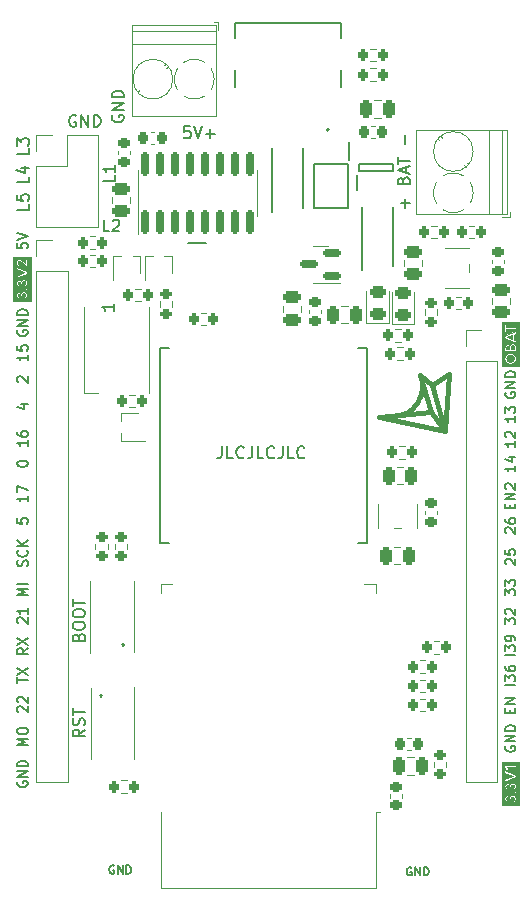
<source format=gto>
G04 #@! TF.GenerationSoftware,KiCad,Pcbnew,(6.0.7)*
G04 #@! TF.CreationDate,2022-10-10T16:15:31+05:30*
G04 #@! TF.ProjectId,esp_lora_iot,6573705f-6c6f-4726-915f-696f742e6b69,rev?*
G04 #@! TF.SameCoordinates,Original*
G04 #@! TF.FileFunction,Legend,Top*
G04 #@! TF.FilePolarity,Positive*
%FSLAX46Y46*%
G04 Gerber Fmt 4.6, Leading zero omitted, Abs format (unit mm)*
G04 Created by KiCad (PCBNEW (6.0.7)) date 2022-10-10 16:15:31*
%MOMM*%
%LPD*%
G01*
G04 APERTURE LIST*
G04 Aperture macros list*
%AMRoundRect*
0 Rectangle with rounded corners*
0 $1 Rounding radius*
0 $2 $3 $4 $5 $6 $7 $8 $9 X,Y pos of 4 corners*
0 Add a 4 corners polygon primitive as box body*
4,1,4,$2,$3,$4,$5,$6,$7,$8,$9,$2,$3,0*
0 Add four circle primitives for the rounded corners*
1,1,$1+$1,$2,$3*
1,1,$1+$1,$4,$5*
1,1,$1+$1,$6,$7*
1,1,$1+$1,$8,$9*
0 Add four rect primitives between the rounded corners*
20,1,$1+$1,$2,$3,$4,$5,0*
20,1,$1+$1,$4,$5,$6,$7,0*
20,1,$1+$1,$6,$7,$8,$9,0*
20,1,$1+$1,$8,$9,$2,$3,0*%
G04 Aperture macros list end*
%ADD10C,0.396874*%
%ADD11C,0.060000*%
%ADD12C,0.150000*%
%ADD13C,0.200000*%
%ADD14C,0.120000*%
%ADD15C,0.100000*%
%ADD16C,0.127000*%
%ADD17R,0.600000X1.200000*%
%ADD18RoundRect,0.200000X-0.200000X-0.275000X0.200000X-0.275000X0.200000X0.275000X-0.200000X0.275000X0*%
%ADD19R,0.700000X0.450000*%
%ADD20RoundRect,0.200000X-0.275000X0.200000X-0.275000X-0.200000X0.275000X-0.200000X0.275000X0.200000X0*%
%ADD21RoundRect,0.243750X0.456250X-0.243750X0.456250X0.243750X-0.456250X0.243750X-0.456250X-0.243750X0*%
%ADD22RoundRect,0.200000X0.200000X0.275000X-0.200000X0.275000X-0.200000X-0.275000X0.200000X-0.275000X0*%
%ADD23R,1.000000X2.000000*%
%ADD24R,1.700000X1.700000*%
%ADD25O,1.700000X1.700000*%
%ADD26R,1.500000X2.000000*%
%ADD27RoundRect,0.200000X0.275000X-0.200000X0.275000X0.200000X-0.275000X0.200000X-0.275000X-0.200000X0*%
%ADD28RoundRect,0.225000X-0.250000X0.225000X-0.250000X-0.225000X0.250000X-0.225000X0.250000X0.225000X0*%
%ADD29R,0.450000X0.700000*%
%ADD30R,1.000000X1.500000*%
%ADD31C,6.400000*%
%ADD32RoundRect,0.250000X-0.250000X-0.475000X0.250000X-0.475000X0.250000X0.475000X-0.250000X0.475000X0*%
%ADD33RoundRect,0.150000X0.150000X-0.825000X0.150000X0.825000X-0.150000X0.825000X-0.150000X-0.825000X0*%
%ADD34C,0.700000*%
%ADD35R,0.600000X1.450000*%
%ADD36R,0.300000X1.450000*%
%ADD37O,1.050000X2.100000*%
%ADD38R,2.400000X2.400000*%
%ADD39C,2.400000*%
%ADD40RoundRect,0.225000X0.225000X0.250000X-0.225000X0.250000X-0.225000X-0.250000X0.225000X-0.250000X0*%
%ADD41R,0.558800X0.946899*%
%ADD42RoundRect,0.250000X0.250000X0.475000X-0.250000X0.475000X-0.250000X-0.475000X0.250000X-0.475000X0*%
%ADD43RoundRect,0.225000X0.250000X-0.225000X0.250000X0.225000X-0.250000X0.225000X-0.250000X-0.225000X0*%
%ADD44R,1.525000X0.700000*%
%ADD45R,2.513000X3.402000*%
%ADD46R,1.550000X2.200000*%
%ADD47RoundRect,0.150000X0.587500X0.150000X-0.587500X0.150000X-0.587500X-0.150000X0.587500X-0.150000X0*%
%ADD48RoundRect,0.225000X-0.225000X-0.250000X0.225000X-0.250000X0.225000X0.250000X-0.225000X0.250000X0*%
%ADD49R,2.000000X0.900000*%
%ADD50R,0.900000X2.000000*%
%ADD51R,5.000000X5.000000*%
%ADD52R,0.946899X0.558800*%
%ADD53RoundRect,0.250000X-0.475000X0.250000X-0.475000X-0.250000X0.475000X-0.250000X0.475000X0.250000X0*%
%ADD54R,0.450000X1.475000*%
%ADD55RoundRect,0.250000X0.475000X-0.250000X0.475000X0.250000X-0.475000X0.250000X-0.475000X-0.250000X0*%
G04 APERTURE END LIST*
D10*
X185423113Y-78221664D02*
X185276834Y-78420854D01*
X185901649Y-76389517D02*
X185913981Y-76502502D01*
X182395471Y-79407310D02*
X182294383Y-79406492D01*
X188187145Y-75735664D02*
X186764017Y-76666455D01*
X185919848Y-76733349D02*
X185913676Y-76850554D01*
X187812852Y-80568132D02*
X188187145Y-75735664D01*
X184445956Y-79088918D02*
X184339125Y-79133522D01*
D11*
G36*
X193149950Y-73399829D02*
G01*
X193155707Y-73400268D01*
X193161403Y-73400990D01*
X193167027Y-73401988D01*
X193172573Y-73403257D01*
X193178031Y-73404788D01*
X193183393Y-73406575D01*
X193188650Y-73408611D01*
X193193793Y-73410889D01*
X193198814Y-73413402D01*
X193203705Y-73416142D01*
X193208456Y-73419104D01*
X193213059Y-73422279D01*
X193217506Y-73425661D01*
X193221788Y-73429244D01*
X193225896Y-73433019D01*
X193229822Y-73436981D01*
X193233557Y-73441121D01*
X193237092Y-73445433D01*
X193240419Y-73449911D01*
X193243530Y-73454547D01*
X193246415Y-73459334D01*
X193249066Y-73464265D01*
X193251475Y-73469333D01*
X193253632Y-73474532D01*
X193255530Y-73479853D01*
X193257159Y-73485291D01*
X193258512Y-73490839D01*
X193259579Y-73496488D01*
X193260351Y-73502233D01*
X193260821Y-73508067D01*
X193260980Y-73513981D01*
X193260980Y-73656222D01*
X193028570Y-73656222D01*
X193028570Y-73513981D01*
X193028725Y-73508067D01*
X193029184Y-73502233D01*
X193029940Y-73496488D01*
X193030983Y-73490839D01*
X193032307Y-73485291D01*
X193033903Y-73479853D01*
X193035762Y-73474532D01*
X193037877Y-73469333D01*
X193040239Y-73464265D01*
X193042840Y-73459334D01*
X193045673Y-73454547D01*
X193048729Y-73449911D01*
X193051999Y-73445433D01*
X193055477Y-73441121D01*
X193059152Y-73436981D01*
X193063019Y-73433019D01*
X193067067Y-73429244D01*
X193071290Y-73425661D01*
X193075679Y-73422279D01*
X193080226Y-73419104D01*
X193084922Y-73416142D01*
X193089760Y-73413402D01*
X193094732Y-73410889D01*
X193099829Y-73408611D01*
X193105043Y-73406575D01*
X193110366Y-73404788D01*
X193115790Y-73403257D01*
X193121307Y-73401988D01*
X193126909Y-73400990D01*
X193132587Y-73400268D01*
X193138333Y-73399829D01*
X193144140Y-73399682D01*
X193149950Y-73399829D01*
G37*
X193149950Y-73399829D02*
X193155707Y-73400268D01*
X193161403Y-73400990D01*
X193167027Y-73401988D01*
X193172573Y-73403257D01*
X193178031Y-73404788D01*
X193183393Y-73406575D01*
X193188650Y-73408611D01*
X193193793Y-73410889D01*
X193198814Y-73413402D01*
X193203705Y-73416142D01*
X193208456Y-73419104D01*
X193213059Y-73422279D01*
X193217506Y-73425661D01*
X193221788Y-73429244D01*
X193225896Y-73433019D01*
X193229822Y-73436981D01*
X193233557Y-73441121D01*
X193237092Y-73445433D01*
X193240419Y-73449911D01*
X193243530Y-73454547D01*
X193246415Y-73459334D01*
X193249066Y-73464265D01*
X193251475Y-73469333D01*
X193253632Y-73474532D01*
X193255530Y-73479853D01*
X193257159Y-73485291D01*
X193258512Y-73490839D01*
X193259579Y-73496488D01*
X193260351Y-73502233D01*
X193260821Y-73508067D01*
X193260980Y-73513981D01*
X193260980Y-73656222D01*
X193028570Y-73656222D01*
X193028570Y-73513981D01*
X193028725Y-73508067D01*
X193029184Y-73502233D01*
X193029940Y-73496488D01*
X193030983Y-73490839D01*
X193032307Y-73485291D01*
X193033903Y-73479853D01*
X193035762Y-73474532D01*
X193037877Y-73469333D01*
X193040239Y-73464265D01*
X193042840Y-73459334D01*
X193045673Y-73454547D01*
X193048729Y-73449911D01*
X193051999Y-73445433D01*
X193055477Y-73441121D01*
X193059152Y-73436981D01*
X193063019Y-73433019D01*
X193067067Y-73429244D01*
X193071290Y-73425661D01*
X193075679Y-73422279D01*
X193080226Y-73419104D01*
X193084922Y-73416142D01*
X193089760Y-73413402D01*
X193094732Y-73410889D01*
X193099829Y-73408611D01*
X193105043Y-73406575D01*
X193110366Y-73404788D01*
X193115790Y-73403257D01*
X193121307Y-73401988D01*
X193126909Y-73400990D01*
X193132587Y-73400268D01*
X193138333Y-73399829D01*
X193144140Y-73399682D01*
X193149950Y-73399829D01*
D10*
X185197879Y-78514844D02*
X185115241Y-78604660D01*
D11*
G36*
X193537297Y-73329979D02*
G01*
X193543043Y-73330418D01*
X193548721Y-73331141D01*
X193554323Y-73332141D01*
X193559840Y-73333412D01*
X193565264Y-73334947D01*
X193570587Y-73336739D01*
X193575801Y-73338781D01*
X193580898Y-73341067D01*
X193585870Y-73343590D01*
X193590708Y-73346344D01*
X193595404Y-73349321D01*
X193599951Y-73352514D01*
X193604340Y-73355918D01*
X193608563Y-73359525D01*
X193612611Y-73363328D01*
X193616478Y-73367321D01*
X193620153Y-73371497D01*
X193623631Y-73375849D01*
X193626901Y-73380371D01*
X193629957Y-73385056D01*
X193632789Y-73389896D01*
X193635391Y-73394886D01*
X193637753Y-73400019D01*
X193639868Y-73405287D01*
X193641727Y-73410685D01*
X193643323Y-73416204D01*
X193644646Y-73421840D01*
X193645690Y-73427584D01*
X193646446Y-73433430D01*
X193646905Y-73439371D01*
X193647060Y-73445401D01*
X193647060Y-73656222D01*
X193415920Y-73656222D01*
X193415920Y-73445401D01*
X193416075Y-73439371D01*
X193416534Y-73433430D01*
X193417290Y-73427584D01*
X193418333Y-73421840D01*
X193419657Y-73416204D01*
X193421253Y-73410685D01*
X193423112Y-73405287D01*
X193425227Y-73400019D01*
X193427589Y-73394886D01*
X193430190Y-73389896D01*
X193433023Y-73385056D01*
X193436079Y-73380371D01*
X193439349Y-73375849D01*
X193442827Y-73371497D01*
X193446502Y-73367321D01*
X193450369Y-73363328D01*
X193454417Y-73359525D01*
X193458640Y-73355918D01*
X193463029Y-73352514D01*
X193467576Y-73349321D01*
X193472272Y-73346344D01*
X193477110Y-73343590D01*
X193482082Y-73341067D01*
X193487179Y-73338781D01*
X193492393Y-73336739D01*
X193497716Y-73334947D01*
X193503140Y-73333412D01*
X193508657Y-73332141D01*
X193514259Y-73331141D01*
X193519937Y-73330418D01*
X193525683Y-73329979D01*
X193531490Y-73329832D01*
X193537297Y-73329979D01*
G37*
X193537297Y-73329979D02*
X193543043Y-73330418D01*
X193548721Y-73331141D01*
X193554323Y-73332141D01*
X193559840Y-73333412D01*
X193565264Y-73334947D01*
X193570587Y-73336739D01*
X193575801Y-73338781D01*
X193580898Y-73341067D01*
X193585870Y-73343590D01*
X193590708Y-73346344D01*
X193595404Y-73349321D01*
X193599951Y-73352514D01*
X193604340Y-73355918D01*
X193608563Y-73359525D01*
X193612611Y-73363328D01*
X193616478Y-73367321D01*
X193620153Y-73371497D01*
X193623631Y-73375849D01*
X193626901Y-73380371D01*
X193629957Y-73385056D01*
X193632789Y-73389896D01*
X193635391Y-73394886D01*
X193637753Y-73400019D01*
X193639868Y-73405287D01*
X193641727Y-73410685D01*
X193643323Y-73416204D01*
X193644646Y-73421840D01*
X193645690Y-73427584D01*
X193646446Y-73433430D01*
X193646905Y-73439371D01*
X193647060Y-73445401D01*
X193647060Y-73656222D01*
X193415920Y-73656222D01*
X193415920Y-73445401D01*
X193416075Y-73439371D01*
X193416534Y-73433430D01*
X193417290Y-73427584D01*
X193418333Y-73421840D01*
X193419657Y-73416204D01*
X193421253Y-73410685D01*
X193423112Y-73405287D01*
X193425227Y-73400019D01*
X193427589Y-73394886D01*
X193430190Y-73389896D01*
X193433023Y-73385056D01*
X193436079Y-73380371D01*
X193439349Y-73375849D01*
X193442827Y-73371497D01*
X193446502Y-73367321D01*
X193450369Y-73363328D01*
X193454417Y-73359525D01*
X193458640Y-73355918D01*
X193463029Y-73352514D01*
X193467576Y-73349321D01*
X193472272Y-73346344D01*
X193477110Y-73343590D01*
X193482082Y-73341067D01*
X193487179Y-73338781D01*
X193492393Y-73336739D01*
X193497716Y-73334947D01*
X193503140Y-73333412D01*
X193508657Y-73332141D01*
X193514259Y-73331141D01*
X193519937Y-73330418D01*
X193525683Y-73329979D01*
X193531490Y-73329832D01*
X193537297Y-73329979D01*
D10*
X183276039Y-79335349D02*
X182950360Y-79371619D01*
X185919999Y-76617222D02*
X185919848Y-76733349D01*
X185747660Y-75834181D02*
X185747660Y-75834181D01*
X183903609Y-79240122D02*
X183601805Y-79290573D01*
X186621976Y-79005596D02*
X185747660Y-75834181D01*
X182648821Y-79396550D02*
X182395471Y-79407310D01*
X185831689Y-77323599D02*
X185758366Y-77558058D01*
X186621976Y-79005596D02*
X182214349Y-79401068D01*
X182294383Y-79406492D02*
X182214362Y-79401068D01*
X185665049Y-77787639D02*
X185552908Y-78009717D01*
X185857456Y-76170067D02*
X185882856Y-76278596D01*
X184846697Y-78845780D02*
X184750792Y-78915617D01*
X185758366Y-77558058D02*
X185665049Y-77787639D01*
X182214349Y-79401068D02*
X187812852Y-80568132D01*
X185029067Y-78689974D02*
X184939504Y-78770456D01*
D11*
G36*
X193476880Y-72796400D02*
G01*
X193056510Y-72638920D01*
X193476880Y-72482710D01*
X193476880Y-72796400D01*
G37*
X193476880Y-72796400D02*
X193056510Y-72638920D01*
X193476880Y-72482710D01*
X193476880Y-72796400D01*
D10*
X185883849Y-77086889D02*
X185831689Y-77323599D01*
X186621976Y-79005596D02*
X187812852Y-80568132D01*
X185747660Y-75834181D02*
X186764017Y-76666455D01*
X185552908Y-78009717D02*
X185423113Y-78221664D01*
X184157399Y-79186828D02*
X183903609Y-79240122D01*
X187812852Y-80568132D02*
X186764017Y-76666455D01*
X185115241Y-78604660D02*
X185029067Y-78689974D01*
X184550276Y-79037514D02*
X184445956Y-79088918D01*
X185913676Y-76850554D02*
X185901627Y-76968511D01*
X185825303Y-76064259D02*
X185857456Y-76170067D01*
X185913981Y-76502502D02*
X185919999Y-76617222D01*
X183601805Y-79290573D02*
X183276039Y-79335349D01*
D11*
G36*
X192624075Y-71364316D02*
G01*
X194132200Y-71364316D01*
X194132200Y-75094941D01*
X192624075Y-75094941D01*
X192624075Y-74434273D01*
X192849500Y-74434273D01*
X192850135Y-74459965D01*
X192852019Y-74485118D01*
X192855123Y-74509714D01*
X192859414Y-74533735D01*
X192864864Y-74557162D01*
X192871442Y-74579977D01*
X192879117Y-74602163D01*
X192887858Y-74623701D01*
X192897636Y-74644573D01*
X192908419Y-74664761D01*
X192920177Y-74684247D01*
X192932881Y-74703012D01*
X192946499Y-74721038D01*
X192961000Y-74738308D01*
X192976356Y-74754803D01*
X192992534Y-74770505D01*
X193009504Y-74785396D01*
X193027237Y-74799458D01*
X193045701Y-74812672D01*
X193064867Y-74825021D01*
X193084703Y-74836486D01*
X193105179Y-74847049D01*
X193126265Y-74856693D01*
X193147930Y-74865398D01*
X193170144Y-74873147D01*
X193192877Y-74879922D01*
X193216097Y-74885704D01*
X193239774Y-74890476D01*
X193263879Y-74894218D01*
X193288380Y-74896914D01*
X193313247Y-74898545D01*
X193338450Y-74899093D01*
X193363653Y-74898545D01*
X193388520Y-74896914D01*
X193413021Y-74894218D01*
X193437125Y-74890476D01*
X193460803Y-74885704D01*
X193484023Y-74879922D01*
X193506756Y-74873147D01*
X193528970Y-74865398D01*
X193550635Y-74856693D01*
X193571721Y-74847049D01*
X193592197Y-74836486D01*
X193612033Y-74825021D01*
X193631199Y-74812672D01*
X193649663Y-74799458D01*
X193667396Y-74785396D01*
X193684366Y-74770505D01*
X193700544Y-74754803D01*
X193715899Y-74738308D01*
X193730401Y-74721038D01*
X193744019Y-74703012D01*
X193756722Y-74684247D01*
X193768481Y-74664761D01*
X193779264Y-74644573D01*
X193789042Y-74623701D01*
X193797783Y-74602163D01*
X193805458Y-74579977D01*
X193812036Y-74557162D01*
X193817486Y-74533735D01*
X193821777Y-74509714D01*
X193824881Y-74485118D01*
X193826765Y-74459965D01*
X193827400Y-74434273D01*
X193826765Y-74408692D01*
X193824881Y-74383636D01*
X193821777Y-74359124D01*
X193817486Y-74335175D01*
X193814700Y-74323231D01*
X193812036Y-74311807D01*
X193805458Y-74289039D01*
X193797783Y-74266890D01*
X193789042Y-74245379D01*
X193779264Y-74224525D01*
X193768481Y-74204346D01*
X193756722Y-74184862D01*
X193744019Y-74166091D01*
X193730401Y-74148052D01*
X193715899Y-74130763D01*
X193700544Y-74114245D01*
X193684366Y-74098515D01*
X193667396Y-74083593D01*
X193649663Y-74069496D01*
X193631199Y-74056245D01*
X193612033Y-74043858D01*
X193592197Y-74032353D01*
X193571721Y-74021750D01*
X193550635Y-74012068D01*
X193528970Y-74003324D01*
X193506756Y-73995539D01*
X193484023Y-73988731D01*
X193460803Y-73982918D01*
X193437125Y-73978120D01*
X193413021Y-73974356D01*
X193388520Y-73971644D01*
X193363653Y-73970002D01*
X193338450Y-73969451D01*
X193313247Y-73970002D01*
X193288380Y-73971644D01*
X193263879Y-73974356D01*
X193239774Y-73978120D01*
X193216097Y-73982918D01*
X193192877Y-73988731D01*
X193170144Y-73995539D01*
X193147930Y-74003324D01*
X193126265Y-74012068D01*
X193105179Y-74021750D01*
X193084703Y-74032353D01*
X193064867Y-74043858D01*
X193045701Y-74056245D01*
X193027237Y-74069496D01*
X193009504Y-74083593D01*
X192992534Y-74098515D01*
X192976356Y-74114245D01*
X192961000Y-74130763D01*
X192946499Y-74148052D01*
X192932881Y-74166091D01*
X192920177Y-74184862D01*
X192908419Y-74204346D01*
X192897636Y-74224525D01*
X192887858Y-74245379D01*
X192879117Y-74266890D01*
X192871442Y-74289039D01*
X192864864Y-74311807D01*
X192859414Y-74335175D01*
X192855123Y-74359124D01*
X192852019Y-74383636D01*
X192850135Y-74408692D01*
X192849500Y-74434273D01*
X192624075Y-74434273D01*
X192624075Y-73846722D01*
X192862200Y-73846722D01*
X193814700Y-73846722D01*
X193814700Y-73417462D01*
X193814422Y-73402916D01*
X193813590Y-73388581D01*
X193812210Y-73374472D01*
X193810287Y-73360607D01*
X193807825Y-73347001D01*
X193804830Y-73333670D01*
X193801306Y-73320633D01*
X193797257Y-73307904D01*
X193792690Y-73295501D01*
X193787609Y-73283440D01*
X193782018Y-73271738D01*
X193775923Y-73260411D01*
X193769328Y-73249475D01*
X193762239Y-73238948D01*
X193754660Y-73228845D01*
X193746596Y-73219183D01*
X193738052Y-73209979D01*
X193729034Y-73201249D01*
X193719544Y-73193009D01*
X193709590Y-73185277D01*
X193699175Y-73178069D01*
X193688305Y-73171401D01*
X193676984Y-73165289D01*
X193665217Y-73159751D01*
X193653009Y-73154802D01*
X193640365Y-73150460D01*
X193627291Y-73146740D01*
X193613789Y-73143660D01*
X193599867Y-73141235D01*
X193585528Y-73139483D01*
X193570777Y-73138420D01*
X193555620Y-73138062D01*
X193543981Y-73138272D01*
X193532639Y-73138900D01*
X193521592Y-73139938D01*
X193510838Y-73141378D01*
X193500376Y-73143213D01*
X193490204Y-73145437D01*
X193480322Y-73148041D01*
X193470728Y-73151019D01*
X193461421Y-73154364D01*
X193452398Y-73158068D01*
X193443660Y-73162124D01*
X193435203Y-73166525D01*
X193427028Y-73171263D01*
X193419132Y-73176332D01*
X193411514Y-73181725D01*
X193404172Y-73187433D01*
X193397107Y-73193450D01*
X193390315Y-73199768D01*
X193377547Y-73213282D01*
X193365859Y-73227915D01*
X193355238Y-73243610D01*
X193345674Y-73260311D01*
X193337155Y-73277957D01*
X193329671Y-73296494D01*
X193323210Y-73315862D01*
X193315753Y-73303780D01*
X193311788Y-73297970D01*
X193307665Y-73292317D01*
X193303383Y-73286824D01*
X193298941Y-73281493D01*
X193294338Y-73276329D01*
X193289575Y-73271332D01*
X193284649Y-73266507D01*
X193279561Y-73261856D01*
X193274310Y-73257381D01*
X193268895Y-73253086D01*
X193263315Y-73248973D01*
X193257570Y-73245045D01*
X193251659Y-73241306D01*
X193245581Y-73237757D01*
X193239336Y-73234401D01*
X193232922Y-73231242D01*
X193226340Y-73228281D01*
X193219588Y-73225523D01*
X193212666Y-73222969D01*
X193205573Y-73220623D01*
X193198309Y-73218487D01*
X193190872Y-73216563D01*
X193183262Y-73214856D01*
X193175479Y-73213367D01*
X193167521Y-73212100D01*
X193159387Y-73211057D01*
X193151079Y-73210241D01*
X193142593Y-73209654D01*
X193133930Y-73209300D01*
X193125090Y-73209182D01*
X193109810Y-73209543D01*
X193094930Y-73210618D01*
X193080455Y-73212388D01*
X193066392Y-73214837D01*
X193052746Y-73217948D01*
X193039521Y-73221705D01*
X193026725Y-73226091D01*
X193014362Y-73231089D01*
X193002438Y-73236682D01*
X192990959Y-73242854D01*
X192979930Y-73249587D01*
X192969356Y-73256866D01*
X192959244Y-73264673D01*
X192949599Y-73272992D01*
X192940427Y-73281805D01*
X192931732Y-73291097D01*
X192923522Y-73300849D01*
X192915800Y-73311047D01*
X192908574Y-73321672D01*
X192901848Y-73332709D01*
X192895628Y-73344140D01*
X192889919Y-73355948D01*
X192884728Y-73368118D01*
X192880059Y-73380632D01*
X192875919Y-73393473D01*
X192872313Y-73406624D01*
X192869246Y-73420070D01*
X192866724Y-73433793D01*
X192864753Y-73447776D01*
X192863339Y-73462003D01*
X192862486Y-73476457D01*
X192862200Y-73491121D01*
X192862200Y-73846722D01*
X192624075Y-73846722D01*
X192624075Y-72746870D01*
X192862200Y-72746870D01*
X193814700Y-73129140D01*
X193814700Y-72922130D01*
X193634360Y-72854820D01*
X193634360Y-72424290D01*
X193814700Y-72356980D01*
X193814700Y-72149970D01*
X193028570Y-72465470D01*
X192862200Y-72532240D01*
X192862200Y-72746870D01*
X192624075Y-72746870D01*
X192624075Y-72219391D01*
X192862200Y-72219391D01*
X193028570Y-72219391D01*
X193028570Y-71974281D01*
X193814700Y-71974281D01*
X193814700Y-71785051D01*
X193028570Y-71785051D01*
X193028570Y-71541211D01*
X192862200Y-71541211D01*
X192862200Y-72219391D01*
X192624075Y-72219391D01*
X192624075Y-71364316D01*
G37*
X192624075Y-71364316D02*
X194132200Y-71364316D01*
X194132200Y-75094941D01*
X192624075Y-75094941D01*
X192624075Y-74434273D01*
X192849500Y-74434273D01*
X192850135Y-74459965D01*
X192852019Y-74485118D01*
X192855123Y-74509714D01*
X192859414Y-74533735D01*
X192864864Y-74557162D01*
X192871442Y-74579977D01*
X192879117Y-74602163D01*
X192887858Y-74623701D01*
X192897636Y-74644573D01*
X192908419Y-74664761D01*
X192920177Y-74684247D01*
X192932881Y-74703012D01*
X192946499Y-74721038D01*
X192961000Y-74738308D01*
X192976356Y-74754803D01*
X192992534Y-74770505D01*
X193009504Y-74785396D01*
X193027237Y-74799458D01*
X193045701Y-74812672D01*
X193064867Y-74825021D01*
X193084703Y-74836486D01*
X193105179Y-74847049D01*
X193126265Y-74856693D01*
X193147930Y-74865398D01*
X193170144Y-74873147D01*
X193192877Y-74879922D01*
X193216097Y-74885704D01*
X193239774Y-74890476D01*
X193263879Y-74894218D01*
X193288380Y-74896914D01*
X193313247Y-74898545D01*
X193338450Y-74899093D01*
X193363653Y-74898545D01*
X193388520Y-74896914D01*
X193413021Y-74894218D01*
X193437125Y-74890476D01*
X193460803Y-74885704D01*
X193484023Y-74879922D01*
X193506756Y-74873147D01*
X193528970Y-74865398D01*
X193550635Y-74856693D01*
X193571721Y-74847049D01*
X193592197Y-74836486D01*
X193612033Y-74825021D01*
X193631199Y-74812672D01*
X193649663Y-74799458D01*
X193667396Y-74785396D01*
X193684366Y-74770505D01*
X193700544Y-74754803D01*
X193715899Y-74738308D01*
X193730401Y-74721038D01*
X193744019Y-74703012D01*
X193756722Y-74684247D01*
X193768481Y-74664761D01*
X193779264Y-74644573D01*
X193789042Y-74623701D01*
X193797783Y-74602163D01*
X193805458Y-74579977D01*
X193812036Y-74557162D01*
X193817486Y-74533735D01*
X193821777Y-74509714D01*
X193824881Y-74485118D01*
X193826765Y-74459965D01*
X193827400Y-74434273D01*
X193826765Y-74408692D01*
X193824881Y-74383636D01*
X193821777Y-74359124D01*
X193817486Y-74335175D01*
X193814700Y-74323231D01*
X193812036Y-74311807D01*
X193805458Y-74289039D01*
X193797783Y-74266890D01*
X193789042Y-74245379D01*
X193779264Y-74224525D01*
X193768481Y-74204346D01*
X193756722Y-74184862D01*
X193744019Y-74166091D01*
X193730401Y-74148052D01*
X193715899Y-74130763D01*
X193700544Y-74114245D01*
X193684366Y-74098515D01*
X193667396Y-74083593D01*
X193649663Y-74069496D01*
X193631199Y-74056245D01*
X193612033Y-74043858D01*
X193592197Y-74032353D01*
X193571721Y-74021750D01*
X193550635Y-74012068D01*
X193528970Y-74003324D01*
X193506756Y-73995539D01*
X193484023Y-73988731D01*
X193460803Y-73982918D01*
X193437125Y-73978120D01*
X193413021Y-73974356D01*
X193388520Y-73971644D01*
X193363653Y-73970002D01*
X193338450Y-73969451D01*
X193313247Y-73970002D01*
X193288380Y-73971644D01*
X193263879Y-73974356D01*
X193239774Y-73978120D01*
X193216097Y-73982918D01*
X193192877Y-73988731D01*
X193170144Y-73995539D01*
X193147930Y-74003324D01*
X193126265Y-74012068D01*
X193105179Y-74021750D01*
X193084703Y-74032353D01*
X193064867Y-74043858D01*
X193045701Y-74056245D01*
X193027237Y-74069496D01*
X193009504Y-74083593D01*
X192992534Y-74098515D01*
X192976356Y-74114245D01*
X192961000Y-74130763D01*
X192946499Y-74148052D01*
X192932881Y-74166091D01*
X192920177Y-74184862D01*
X192908419Y-74204346D01*
X192897636Y-74224525D01*
X192887858Y-74245379D01*
X192879117Y-74266890D01*
X192871442Y-74289039D01*
X192864864Y-74311807D01*
X192859414Y-74335175D01*
X192855123Y-74359124D01*
X192852019Y-74383636D01*
X192850135Y-74408692D01*
X192849500Y-74434273D01*
X192624075Y-74434273D01*
X192624075Y-73846722D01*
X192862200Y-73846722D01*
X193814700Y-73846722D01*
X193814700Y-73417462D01*
X193814422Y-73402916D01*
X193813590Y-73388581D01*
X193812210Y-73374472D01*
X193810287Y-73360607D01*
X193807825Y-73347001D01*
X193804830Y-73333670D01*
X193801306Y-73320633D01*
X193797257Y-73307904D01*
X193792690Y-73295501D01*
X193787609Y-73283440D01*
X193782018Y-73271738D01*
X193775923Y-73260411D01*
X193769328Y-73249475D01*
X193762239Y-73238948D01*
X193754660Y-73228845D01*
X193746596Y-73219183D01*
X193738052Y-73209979D01*
X193729034Y-73201249D01*
X193719544Y-73193009D01*
X193709590Y-73185277D01*
X193699175Y-73178069D01*
X193688305Y-73171401D01*
X193676984Y-73165289D01*
X193665217Y-73159751D01*
X193653009Y-73154802D01*
X193640365Y-73150460D01*
X193627291Y-73146740D01*
X193613789Y-73143660D01*
X193599867Y-73141235D01*
X193585528Y-73139483D01*
X193570777Y-73138420D01*
X193555620Y-73138062D01*
X193543981Y-73138272D01*
X193532639Y-73138900D01*
X193521592Y-73139938D01*
X193510838Y-73141378D01*
X193500376Y-73143213D01*
X193490204Y-73145437D01*
X193480322Y-73148041D01*
X193470728Y-73151019D01*
X193461421Y-73154364D01*
X193452398Y-73158068D01*
X193443660Y-73162124D01*
X193435203Y-73166525D01*
X193427028Y-73171263D01*
X193419132Y-73176332D01*
X193411514Y-73181725D01*
X193404172Y-73187433D01*
X193397107Y-73193450D01*
X193390315Y-73199768D01*
X193377547Y-73213282D01*
X193365859Y-73227915D01*
X193355238Y-73243610D01*
X193345674Y-73260311D01*
X193337155Y-73277957D01*
X193329671Y-73296494D01*
X193323210Y-73315862D01*
X193315753Y-73303780D01*
X193311788Y-73297970D01*
X193307665Y-73292317D01*
X193303383Y-73286824D01*
X193298941Y-73281493D01*
X193294338Y-73276329D01*
X193289575Y-73271332D01*
X193284649Y-73266507D01*
X193279561Y-73261856D01*
X193274310Y-73257381D01*
X193268895Y-73253086D01*
X193263315Y-73248973D01*
X193257570Y-73245045D01*
X193251659Y-73241306D01*
X193245581Y-73237757D01*
X193239336Y-73234401D01*
X193232922Y-73231242D01*
X193226340Y-73228281D01*
X193219588Y-73225523D01*
X193212666Y-73222969D01*
X193205573Y-73220623D01*
X193198309Y-73218487D01*
X193190872Y-73216563D01*
X193183262Y-73214856D01*
X193175479Y-73213367D01*
X193167521Y-73212100D01*
X193159387Y-73211057D01*
X193151079Y-73210241D01*
X193142593Y-73209654D01*
X193133930Y-73209300D01*
X193125090Y-73209182D01*
X193109810Y-73209543D01*
X193094930Y-73210618D01*
X193080455Y-73212388D01*
X193066392Y-73214837D01*
X193052746Y-73217948D01*
X193039521Y-73221705D01*
X193026725Y-73226091D01*
X193014362Y-73231089D01*
X193002438Y-73236682D01*
X192990959Y-73242854D01*
X192979930Y-73249587D01*
X192969356Y-73256866D01*
X192959244Y-73264673D01*
X192949599Y-73272992D01*
X192940427Y-73281805D01*
X192931732Y-73291097D01*
X192923522Y-73300849D01*
X192915800Y-73311047D01*
X192908574Y-73321672D01*
X192901848Y-73332709D01*
X192895628Y-73344140D01*
X192889919Y-73355948D01*
X192884728Y-73368118D01*
X192880059Y-73380632D01*
X192875919Y-73393473D01*
X192872313Y-73406624D01*
X192869246Y-73420070D01*
X192866724Y-73433793D01*
X192864753Y-73447776D01*
X192863339Y-73462003D01*
X192862486Y-73476457D01*
X192862200Y-73491121D01*
X192862200Y-73846722D01*
X192624075Y-73846722D01*
X192624075Y-72746870D01*
X192862200Y-72746870D01*
X193814700Y-73129140D01*
X193814700Y-72922130D01*
X193634360Y-72854820D01*
X193634360Y-72424290D01*
X193814700Y-72356980D01*
X193814700Y-72149970D01*
X193028570Y-72465470D01*
X192862200Y-72532240D01*
X192862200Y-72746870D01*
X192624075Y-72746870D01*
X192624075Y-72219391D01*
X192862200Y-72219391D01*
X193028570Y-72219391D01*
X193028570Y-71974281D01*
X193814700Y-71974281D01*
X193814700Y-71785051D01*
X193028570Y-71785051D01*
X193028570Y-71541211D01*
X192862200Y-71541211D01*
X192862200Y-72219391D01*
X192624075Y-72219391D01*
X192624075Y-71364316D01*
D10*
X185901627Y-76968511D02*
X185883849Y-77086889D01*
X184258773Y-79159999D02*
X184157399Y-79186828D01*
X184651936Y-78979637D02*
X184550276Y-79037514D01*
X185882856Y-76278596D02*
X185901649Y-76389517D01*
X184750792Y-78915617D02*
X184651936Y-78979637D01*
D11*
G36*
X151254260Y-65826509D02*
G01*
X152762385Y-65826509D01*
X152762385Y-69557134D01*
X151254260Y-69557134D01*
X151254260Y-69081792D01*
X151479685Y-69081792D01*
X151480006Y-69096215D01*
X151480960Y-69110420D01*
X151482531Y-69124394D01*
X151484705Y-69138119D01*
X151487467Y-69151579D01*
X151490802Y-69164760D01*
X151494696Y-69177645D01*
X151499132Y-69190218D01*
X151504097Y-69202464D01*
X151509575Y-69214367D01*
X151515551Y-69225911D01*
X151522012Y-69237079D01*
X151528941Y-69247857D01*
X151536324Y-69258229D01*
X151544146Y-69268178D01*
X151552392Y-69277690D01*
X151561048Y-69286747D01*
X151570098Y-69295334D01*
X151579528Y-69303436D01*
X151589322Y-69311037D01*
X151599466Y-69318120D01*
X151609944Y-69324671D01*
X151620743Y-69330673D01*
X151631847Y-69336110D01*
X151643241Y-69340966D01*
X151654910Y-69345227D01*
X151666840Y-69348875D01*
X151679015Y-69351895D01*
X151691422Y-69354272D01*
X151704043Y-69355989D01*
X151716866Y-69357031D01*
X151729875Y-69357382D01*
X151733685Y-69179582D01*
X151729310Y-69179457D01*
X151725000Y-69179084D01*
X151720759Y-69178470D01*
X151716592Y-69177620D01*
X151712504Y-69176541D01*
X151708500Y-69175237D01*
X151704585Y-69173716D01*
X151700764Y-69171982D01*
X151697042Y-69170042D01*
X151693422Y-69167901D01*
X151689911Y-69165565D01*
X151686514Y-69163040D01*
X151683234Y-69160332D01*
X151680078Y-69157446D01*
X151677049Y-69154389D01*
X151674154Y-69151166D01*
X151671396Y-69147783D01*
X151668780Y-69144246D01*
X151666312Y-69140560D01*
X151663996Y-69136732D01*
X151661838Y-69132767D01*
X151659841Y-69128671D01*
X151658012Y-69124451D01*
X151656354Y-69120110D01*
X151654873Y-69115657D01*
X151653574Y-69111095D01*
X151652461Y-69106432D01*
X151651539Y-69101673D01*
X151650814Y-69096824D01*
X151650290Y-69091890D01*
X151649972Y-69086877D01*
X151649865Y-69081792D01*
X151649987Y-69076007D01*
X151650350Y-69070325D01*
X151650948Y-69064749D01*
X151651777Y-69059287D01*
X151652833Y-69053942D01*
X151654109Y-69048722D01*
X151655602Y-69043629D01*
X151657306Y-69038672D01*
X151659217Y-69033853D01*
X151661329Y-69029180D01*
X151663638Y-69024657D01*
X151666139Y-69020289D01*
X151668827Y-69016082D01*
X151671697Y-69012042D01*
X151674744Y-69008173D01*
X151677964Y-69004481D01*
X151681351Y-69000971D01*
X151684900Y-68997649D01*
X151688607Y-68994520D01*
X151692467Y-68991590D01*
X151696475Y-68988863D01*
X151700626Y-68986345D01*
X151704915Y-68984042D01*
X151709337Y-68981958D01*
X151713887Y-68980100D01*
X151718561Y-68978472D01*
X151723354Y-68977079D01*
X151728260Y-68975928D01*
X151733275Y-68975024D01*
X151738394Y-68974371D01*
X151743613Y-68973975D01*
X151748925Y-68973842D01*
X151754948Y-68973975D01*
X151760868Y-68974371D01*
X151766680Y-68975024D01*
X151772378Y-68975928D01*
X151777956Y-68977079D01*
X151783408Y-68978472D01*
X151788728Y-68980100D01*
X151793911Y-68981958D01*
X151798950Y-68984042D01*
X151803841Y-68986345D01*
X151808577Y-68988863D01*
X151813152Y-68991590D01*
X151817560Y-68994520D01*
X151821796Y-68997649D01*
X151825855Y-69000971D01*
X151829729Y-69004481D01*
X151833413Y-69008173D01*
X151836902Y-69012042D01*
X151840189Y-69016082D01*
X151843270Y-69020289D01*
X151846137Y-69024657D01*
X151848785Y-69029180D01*
X151851209Y-69033853D01*
X151853402Y-69038672D01*
X151855359Y-69043629D01*
X151857074Y-69048722D01*
X151858541Y-69053942D01*
X151859755Y-69059287D01*
X151860709Y-69064749D01*
X151861397Y-69070325D01*
X151861815Y-69076007D01*
X151861955Y-69081792D01*
X151861955Y-69146562D01*
X152008005Y-69145292D01*
X152008005Y-69070362D01*
X152008175Y-69063279D01*
X152008680Y-69056321D01*
X152009514Y-69049496D01*
X152010669Y-69042809D01*
X152012138Y-69036267D01*
X152013915Y-69029877D01*
X152015993Y-69023645D01*
X152018363Y-69017578D01*
X152021021Y-69011681D01*
X152023958Y-69005963D01*
X152027167Y-69000429D01*
X152030642Y-68995085D01*
X152034375Y-68989938D01*
X152038360Y-68984996D01*
X152042590Y-68980263D01*
X152047057Y-68975747D01*
X152051756Y-68971454D01*
X152056677Y-68967392D01*
X152061816Y-68963565D01*
X152067164Y-68959981D01*
X152072715Y-68956647D01*
X152078462Y-68953568D01*
X152084398Y-68950752D01*
X152090515Y-68948204D01*
X152096808Y-68945932D01*
X152103268Y-68943941D01*
X152109889Y-68942239D01*
X152116664Y-68940832D01*
X152123587Y-68939726D01*
X152130649Y-68938928D01*
X152137844Y-68938445D01*
X152145165Y-68938282D01*
X152152605Y-68938445D01*
X152159919Y-68938928D01*
X152167100Y-68939726D01*
X152174139Y-68940832D01*
X152181031Y-68942239D01*
X152187768Y-68943941D01*
X152194342Y-68945932D01*
X152200747Y-68948204D01*
X152206975Y-68950752D01*
X152213020Y-68953568D01*
X152218873Y-68956647D01*
X152224528Y-68959981D01*
X152229977Y-68963565D01*
X152235213Y-68967392D01*
X152240230Y-68971454D01*
X152245019Y-68975747D01*
X152249574Y-68980263D01*
X152253887Y-68984996D01*
X152257951Y-68989938D01*
X152261759Y-68995085D01*
X152265305Y-69000429D01*
X152268579Y-69005963D01*
X152271576Y-69011681D01*
X152274288Y-69017578D01*
X152276708Y-69023645D01*
X152278829Y-69029877D01*
X152280643Y-69036267D01*
X152282144Y-69042809D01*
X152283324Y-69049496D01*
X152284175Y-69056321D01*
X152284691Y-69063279D01*
X152284865Y-69070362D01*
X152284728Y-69077222D01*
X152284323Y-69083984D01*
X152283654Y-69090642D01*
X152282729Y-69097186D01*
X152281554Y-69103609D01*
X152280135Y-69109904D01*
X152276590Y-69122075D01*
X152272145Y-69133636D01*
X152266849Y-69144523D01*
X152263898Y-69149695D01*
X152260754Y-69154674D01*
X152257422Y-69159453D01*
X152253909Y-69164025D01*
X152250221Y-69168380D01*
X152246364Y-69172512D01*
X152242345Y-69176412D01*
X152238170Y-69180073D01*
X152233845Y-69183487D01*
X152229377Y-69186645D01*
X152224772Y-69189539D01*
X152220035Y-69192163D01*
X152215174Y-69194508D01*
X152210195Y-69196565D01*
X152205104Y-69198328D01*
X152199906Y-69199788D01*
X152194610Y-69200937D01*
X152189220Y-69201768D01*
X152183743Y-69202272D01*
X152178185Y-69202442D01*
X152180725Y-69384052D01*
X152195039Y-69383650D01*
X152209158Y-69382455D01*
X152223065Y-69380486D01*
X152236741Y-69377762D01*
X152250172Y-69374301D01*
X152263339Y-69370122D01*
X152276225Y-69365243D01*
X152288814Y-69359684D01*
X152301088Y-69353462D01*
X152313032Y-69346597D01*
X152324626Y-69339107D01*
X152335856Y-69331010D01*
X152346703Y-69322325D01*
X152357151Y-69313071D01*
X152367183Y-69303266D01*
X152376781Y-69292930D01*
X152385929Y-69282079D01*
X152394610Y-69270734D01*
X152402807Y-69258913D01*
X152410503Y-69246634D01*
X152417681Y-69233916D01*
X152424323Y-69220778D01*
X152430414Y-69207237D01*
X152435935Y-69193314D01*
X152440871Y-69179026D01*
X152445203Y-69164392D01*
X152448916Y-69149430D01*
X152451991Y-69134160D01*
X152454413Y-69118599D01*
X152456164Y-69102767D01*
X152457227Y-69086682D01*
X152457585Y-69070362D01*
X152457186Y-69053931D01*
X152456002Y-69037748D01*
X152454051Y-69021832D01*
X152451352Y-69006200D01*
X152447922Y-68990870D01*
X152443780Y-68975861D01*
X152438945Y-68961189D01*
X152433435Y-68946874D01*
X152427268Y-68932933D01*
X152420463Y-68919383D01*
X152413038Y-68906243D01*
X152405011Y-68893531D01*
X152396401Y-68881264D01*
X152387227Y-68869461D01*
X152377506Y-68858139D01*
X152367256Y-68847317D01*
X152356497Y-68837011D01*
X152353445Y-68834361D01*
X152345247Y-68827241D01*
X152333523Y-68818024D01*
X152321345Y-68809377D01*
X152308731Y-68801320D01*
X152295699Y-68793869D01*
X152282267Y-68787043D01*
X152268454Y-68780859D01*
X152254279Y-68775336D01*
X152239759Y-68770491D01*
X152224913Y-68766342D01*
X152209759Y-68762907D01*
X152194316Y-68760205D01*
X152180725Y-68758516D01*
X152178602Y-68758252D01*
X152162636Y-68757068D01*
X152146435Y-68756669D01*
X152126675Y-68757361D01*
X152107415Y-68759410D01*
X152088679Y-68762772D01*
X152070493Y-68767405D01*
X152052879Y-68773266D01*
X152035863Y-68780311D01*
X152019468Y-68788499D01*
X152003719Y-68797787D01*
X151988639Y-68808131D01*
X151974253Y-68819489D01*
X151960586Y-68831818D01*
X151947660Y-68845076D01*
X151935501Y-68859218D01*
X151924133Y-68874204D01*
X151913579Y-68889989D01*
X151903865Y-68906532D01*
X151896232Y-68895374D01*
X151888107Y-68884773D01*
X151879501Y-68874754D01*
X151870428Y-68865336D01*
X151860902Y-68856544D01*
X151850934Y-68848400D01*
X151840539Y-68840925D01*
X151835185Y-68837446D01*
X151829729Y-68834142D01*
X151824172Y-68831017D01*
X151818517Y-68828074D01*
X151812764Y-68825314D01*
X151806916Y-68822742D01*
X151800974Y-68820359D01*
X151794939Y-68818169D01*
X151788814Y-68816174D01*
X151782600Y-68814378D01*
X151776298Y-68812782D01*
X151769911Y-68811390D01*
X151763439Y-68810204D01*
X151756885Y-68809228D01*
X151750250Y-68808464D01*
X151743535Y-68807915D01*
X151736743Y-68807583D01*
X151729875Y-68807472D01*
X151716866Y-68807823D01*
X151704043Y-68808865D01*
X151691422Y-68810581D01*
X151679015Y-68812956D01*
X151666840Y-68815974D01*
X151654910Y-68819619D01*
X151643241Y-68823875D01*
X151631847Y-68828725D01*
X151620743Y-68834153D01*
X151609944Y-68840145D01*
X151599466Y-68846682D01*
X151589322Y-68853750D01*
X151579528Y-68861333D01*
X151570098Y-68869413D01*
X151561048Y-68877977D01*
X151552392Y-68887006D01*
X151544146Y-68896485D01*
X151536324Y-68906399D01*
X151528941Y-68916731D01*
X151522012Y-68927465D01*
X151515551Y-68938585D01*
X151509575Y-68950075D01*
X151504097Y-68961918D01*
X151499132Y-68974100D01*
X151494696Y-68986604D01*
X151490802Y-68999413D01*
X151487467Y-69012512D01*
X151484705Y-69025885D01*
X151482531Y-69039515D01*
X151480960Y-69053387D01*
X151480006Y-69067485D01*
X151479685Y-69081792D01*
X151254260Y-69081792D01*
X151254260Y-68546111D01*
X152248035Y-68546111D01*
X152248175Y-68551326D01*
X152248591Y-68556489D01*
X152249275Y-68561593D01*
X152250220Y-68566629D01*
X152251419Y-68571591D01*
X152252865Y-68576472D01*
X152254551Y-68581263D01*
X152256469Y-68585957D01*
X152258611Y-68590547D01*
X152260972Y-68595026D01*
X152263544Y-68599385D01*
X152266319Y-68603618D01*
X152269290Y-68607717D01*
X152272450Y-68611675D01*
X152275792Y-68615483D01*
X152279309Y-68619136D01*
X152282993Y-68622625D01*
X152286837Y-68625942D01*
X152290835Y-68629081D01*
X152294978Y-68632034D01*
X152299260Y-68634794D01*
X152303673Y-68637352D01*
X152308210Y-68639703D01*
X152312864Y-68641837D01*
X152317629Y-68643748D01*
X152322495Y-68645429D01*
X152327457Y-68646871D01*
X152332507Y-68648068D01*
X152337638Y-68649012D01*
X152342843Y-68649695D01*
X152348114Y-68650111D01*
X152353445Y-68650251D01*
X152358660Y-68650111D01*
X152363823Y-68649695D01*
X152368927Y-68649012D01*
X152373963Y-68648068D01*
X152378926Y-68646871D01*
X152383806Y-68645429D01*
X152388597Y-68643748D01*
X152393291Y-68641837D01*
X152397881Y-68639703D01*
X152402360Y-68637352D01*
X152406719Y-68634794D01*
X152410952Y-68632034D01*
X152415051Y-68629081D01*
X152419009Y-68625942D01*
X152422817Y-68622625D01*
X152426470Y-68619136D01*
X152429959Y-68615483D01*
X152433276Y-68611675D01*
X152436415Y-68607717D01*
X152439368Y-68603618D01*
X152442128Y-68599385D01*
X152444686Y-68595026D01*
X152447037Y-68590547D01*
X152449171Y-68585957D01*
X152451082Y-68581263D01*
X152452763Y-68576472D01*
X152454205Y-68571591D01*
X152455402Y-68566629D01*
X152456346Y-68561593D01*
X152457029Y-68556489D01*
X152457445Y-68551326D01*
X152457585Y-68546111D01*
X152457445Y-68540780D01*
X152457029Y-68535509D01*
X152456346Y-68530304D01*
X152455402Y-68525173D01*
X152454205Y-68520123D01*
X152452763Y-68515161D01*
X152451082Y-68510294D01*
X152449171Y-68505530D01*
X152447037Y-68500876D01*
X152444686Y-68496339D01*
X152442128Y-68491926D01*
X152439368Y-68487644D01*
X152436415Y-68483501D01*
X152433276Y-68479503D01*
X152429959Y-68475659D01*
X152426470Y-68471975D01*
X152422817Y-68468458D01*
X152419009Y-68465116D01*
X152415051Y-68461956D01*
X152410952Y-68458984D01*
X152406719Y-68456210D01*
X152402360Y-68453638D01*
X152397881Y-68451277D01*
X152393291Y-68449134D01*
X152388597Y-68447217D01*
X152383806Y-68445531D01*
X152378926Y-68444085D01*
X152373963Y-68442886D01*
X152368927Y-68441941D01*
X152363823Y-68441257D01*
X152358660Y-68440841D01*
X152353445Y-68440701D01*
X152348114Y-68440841D01*
X152342843Y-68441257D01*
X152337638Y-68441941D01*
X152332507Y-68442886D01*
X152327457Y-68444085D01*
X152322495Y-68445531D01*
X152317629Y-68447217D01*
X152312864Y-68449134D01*
X152308210Y-68451277D01*
X152303673Y-68453638D01*
X152299260Y-68456210D01*
X152294978Y-68458984D01*
X152290835Y-68461956D01*
X152286837Y-68465116D01*
X152282993Y-68468458D01*
X152279309Y-68471975D01*
X152275792Y-68475659D01*
X152272450Y-68479503D01*
X152269290Y-68483501D01*
X152266319Y-68487644D01*
X152263544Y-68491926D01*
X152260972Y-68496339D01*
X152258611Y-68500876D01*
X152256469Y-68505530D01*
X152254551Y-68510294D01*
X152252865Y-68515161D01*
X152251419Y-68520123D01*
X152250220Y-68525173D01*
X152249275Y-68530304D01*
X152248591Y-68535509D01*
X152248175Y-68540780D01*
X152248035Y-68546111D01*
X151254260Y-68546111D01*
X151254260Y-68044953D01*
X151479685Y-68044953D01*
X151480006Y-68059376D01*
X151480960Y-68073581D01*
X151482531Y-68087555D01*
X151484705Y-68101280D01*
X151487467Y-68114740D01*
X151490802Y-68127921D01*
X151494696Y-68140806D01*
X151499132Y-68153379D01*
X151504097Y-68165625D01*
X151509575Y-68177528D01*
X151515551Y-68189072D01*
X151522012Y-68200240D01*
X151528941Y-68211018D01*
X151536324Y-68221390D01*
X151544146Y-68231339D01*
X151552392Y-68240851D01*
X151561048Y-68249908D01*
X151570098Y-68258495D01*
X151579528Y-68266597D01*
X151589322Y-68274198D01*
X151599466Y-68281281D01*
X151609944Y-68287832D01*
X151620743Y-68293834D01*
X151631847Y-68299271D01*
X151643241Y-68304127D01*
X151654910Y-68308388D01*
X151666840Y-68312036D01*
X151679015Y-68315056D01*
X151691422Y-68317433D01*
X151704043Y-68319150D01*
X151716866Y-68320192D01*
X151729875Y-68320543D01*
X151733685Y-68142743D01*
X151729310Y-68142618D01*
X151725000Y-68142245D01*
X151720759Y-68141631D01*
X151716592Y-68140781D01*
X151712504Y-68139702D01*
X151708500Y-68138398D01*
X151704585Y-68136877D01*
X151700764Y-68135143D01*
X151697042Y-68133203D01*
X151693422Y-68131062D01*
X151689911Y-68128726D01*
X151686514Y-68126201D01*
X151683234Y-68123493D01*
X151680078Y-68120607D01*
X151677049Y-68117550D01*
X151674154Y-68114327D01*
X151671396Y-68110944D01*
X151668780Y-68107407D01*
X151666312Y-68103721D01*
X151663996Y-68099893D01*
X151661838Y-68095928D01*
X151659841Y-68091832D01*
X151658012Y-68087611D01*
X151656354Y-68083271D01*
X151654873Y-68078818D01*
X151653574Y-68074256D01*
X151652461Y-68069593D01*
X151651539Y-68064834D01*
X151650814Y-68059985D01*
X151650290Y-68055051D01*
X151649972Y-68050038D01*
X151649865Y-68044953D01*
X151649987Y-68039168D01*
X151650350Y-68033486D01*
X151650948Y-68027910D01*
X151651777Y-68022448D01*
X151652833Y-68017103D01*
X151654109Y-68011882D01*
X151655602Y-68006790D01*
X151657306Y-68001833D01*
X151659217Y-67997014D01*
X151661329Y-67992341D01*
X151663638Y-67987817D01*
X151666139Y-67983450D01*
X151668827Y-67979243D01*
X151671697Y-67975202D01*
X151674744Y-67971334D01*
X151677964Y-67967642D01*
X151681351Y-67964132D01*
X151684900Y-67960810D01*
X151688607Y-67957681D01*
X151692467Y-67954751D01*
X151696475Y-67952024D01*
X151700626Y-67949506D01*
X151704915Y-67947203D01*
X151709337Y-67945119D01*
X151713887Y-67943261D01*
X151718561Y-67941632D01*
X151723354Y-67940240D01*
X151728260Y-67939089D01*
X151733275Y-67938184D01*
X151738394Y-67937532D01*
X151743613Y-67937136D01*
X151748925Y-67937003D01*
X151754948Y-67937136D01*
X151760868Y-67937532D01*
X151766680Y-67938184D01*
X151772378Y-67939089D01*
X151777956Y-67940240D01*
X151783408Y-67941632D01*
X151788728Y-67943261D01*
X151793911Y-67945119D01*
X151798950Y-67947203D01*
X151803841Y-67949506D01*
X151808577Y-67952024D01*
X151813152Y-67954751D01*
X151817560Y-67957681D01*
X151821796Y-67960810D01*
X151825855Y-67964132D01*
X151829729Y-67967642D01*
X151833413Y-67971334D01*
X151836902Y-67975202D01*
X151840189Y-67979243D01*
X151843270Y-67983450D01*
X151846137Y-67987817D01*
X151848785Y-67992341D01*
X151851209Y-67997014D01*
X151853402Y-68001833D01*
X151855359Y-68006790D01*
X151857074Y-68011882D01*
X151858541Y-68017103D01*
X151859755Y-68022448D01*
X151860709Y-68027910D01*
X151861397Y-68033486D01*
X151861815Y-68039168D01*
X151861955Y-68044953D01*
X151861955Y-68109723D01*
X152008005Y-68108453D01*
X152008005Y-68033523D01*
X152008175Y-68026440D01*
X152008680Y-68019482D01*
X152009514Y-68012657D01*
X152010669Y-68005970D01*
X152012138Y-67999428D01*
X152013915Y-67993038D01*
X152015993Y-67986806D01*
X152018363Y-67980739D01*
X152021021Y-67974842D01*
X152023958Y-67969124D01*
X152027167Y-67963589D01*
X152030642Y-67958246D01*
X152034375Y-67953099D01*
X152038360Y-67948156D01*
X152042590Y-67943424D01*
X152047057Y-67938908D01*
X152051756Y-67934615D01*
X152056677Y-67930553D01*
X152061816Y-67926726D01*
X152067164Y-67923142D01*
X152072715Y-67919808D01*
X152078462Y-67916729D01*
X152084398Y-67913912D01*
X152090515Y-67911365D01*
X152096808Y-67909093D01*
X152103268Y-67907102D01*
X152109889Y-67905400D01*
X152116664Y-67903993D01*
X152123587Y-67902887D01*
X152130649Y-67902089D01*
X152137844Y-67901606D01*
X152145165Y-67901443D01*
X152152605Y-67901606D01*
X152159919Y-67902089D01*
X152167100Y-67902887D01*
X152174139Y-67903993D01*
X152181031Y-67905400D01*
X152187768Y-67907102D01*
X152194342Y-67909093D01*
X152200747Y-67911365D01*
X152206975Y-67913912D01*
X152213020Y-67916729D01*
X152218873Y-67919808D01*
X152224528Y-67923142D01*
X152229977Y-67926726D01*
X152235213Y-67930553D01*
X152240230Y-67934615D01*
X152245019Y-67938908D01*
X152249574Y-67943424D01*
X152253887Y-67948156D01*
X152257951Y-67953099D01*
X152261759Y-67958246D01*
X152265305Y-67963589D01*
X152268579Y-67969124D01*
X152271576Y-67974842D01*
X152274288Y-67980739D01*
X152276708Y-67986806D01*
X152278829Y-67993038D01*
X152280643Y-67999428D01*
X152282144Y-68005970D01*
X152283324Y-68012657D01*
X152284175Y-68019482D01*
X152284691Y-68026440D01*
X152284865Y-68033523D01*
X152284728Y-68040383D01*
X152284323Y-68047145D01*
X152283654Y-68053802D01*
X152282729Y-68060347D01*
X152281554Y-68066770D01*
X152280135Y-68073065D01*
X152276590Y-68085236D01*
X152272145Y-68096797D01*
X152266849Y-68107684D01*
X152263898Y-68112855D01*
X152260754Y-68117835D01*
X152257422Y-68122614D01*
X152253909Y-68127186D01*
X152250221Y-68131541D01*
X152246364Y-68135673D01*
X152242345Y-68139573D01*
X152238170Y-68143234D01*
X152233845Y-68146648D01*
X152229377Y-68149806D01*
X152224772Y-68152700D01*
X152220035Y-68155324D01*
X152215174Y-68157669D01*
X152210195Y-68159726D01*
X152205104Y-68161489D01*
X152199906Y-68162949D01*
X152194610Y-68164098D01*
X152189220Y-68164929D01*
X152183743Y-68165433D01*
X152178185Y-68165603D01*
X152180725Y-68347213D01*
X152195039Y-68346811D01*
X152209158Y-68345616D01*
X152223065Y-68343647D01*
X152236741Y-68340923D01*
X152250172Y-68337462D01*
X152263339Y-68333283D01*
X152276225Y-68328404D01*
X152288814Y-68322845D01*
X152301088Y-68316623D01*
X152313032Y-68309758D01*
X152324626Y-68302267D01*
X152335856Y-68294171D01*
X152346703Y-68285486D01*
X152357151Y-68276232D01*
X152367183Y-68266427D01*
X152376781Y-68256090D01*
X152385929Y-68245240D01*
X152394610Y-68233895D01*
X152402807Y-68222074D01*
X152410503Y-68209795D01*
X152417681Y-68197077D01*
X152424323Y-68183939D01*
X152430414Y-68170398D01*
X152435935Y-68156475D01*
X152440871Y-68142187D01*
X152445203Y-68127553D01*
X152448916Y-68112591D01*
X152451991Y-68097321D01*
X152454413Y-68081760D01*
X152456164Y-68065928D01*
X152457227Y-68049843D01*
X152457585Y-68033523D01*
X152457186Y-68017092D01*
X152456002Y-68000909D01*
X152454051Y-67984993D01*
X152451352Y-67969361D01*
X152447922Y-67954031D01*
X152443780Y-67939022D01*
X152438945Y-67924351D01*
X152433435Y-67910035D01*
X152427268Y-67896094D01*
X152420463Y-67882545D01*
X152413038Y-67869405D01*
X152405011Y-67856693D01*
X152396401Y-67844426D01*
X152387227Y-67832623D01*
X152377506Y-67821302D01*
X152367256Y-67810479D01*
X152356497Y-67800174D01*
X152345247Y-67790404D01*
X152333523Y-67781187D01*
X152321345Y-67772540D01*
X152308731Y-67764483D01*
X152295699Y-67757032D01*
X152282267Y-67750206D01*
X152268454Y-67744023D01*
X152254279Y-67738499D01*
X152239759Y-67733654D01*
X152224913Y-67729506D01*
X152209759Y-67726071D01*
X152194316Y-67723369D01*
X152178602Y-67721416D01*
X152162636Y-67720232D01*
X152146435Y-67719833D01*
X152126675Y-67720525D01*
X152107415Y-67722574D01*
X152088679Y-67725936D01*
X152070493Y-67730568D01*
X152052879Y-67736429D01*
X152035863Y-67743474D01*
X152019468Y-67751662D01*
X152003719Y-67760949D01*
X151988639Y-67771293D01*
X151974253Y-67782651D01*
X151960586Y-67794980D01*
X151947660Y-67808237D01*
X151935501Y-67822380D01*
X151924133Y-67837365D01*
X151913579Y-67853151D01*
X151903865Y-67869693D01*
X151896232Y-67858535D01*
X151888107Y-67847934D01*
X151879501Y-67837915D01*
X151870428Y-67828497D01*
X151860902Y-67819705D01*
X151850934Y-67811561D01*
X151840539Y-67804086D01*
X151835185Y-67800607D01*
X151829729Y-67797303D01*
X151824172Y-67794178D01*
X151818517Y-67791235D01*
X151812764Y-67788475D01*
X151806916Y-67785903D01*
X151800974Y-67783520D01*
X151794939Y-67781330D01*
X151788814Y-67779335D01*
X151782600Y-67777539D01*
X151776298Y-67775943D01*
X151769911Y-67774551D01*
X151763439Y-67773366D01*
X151756885Y-67772389D01*
X151750250Y-67771625D01*
X151743535Y-67771076D01*
X151736743Y-67770744D01*
X151729875Y-67770633D01*
X151716866Y-67770984D01*
X151704043Y-67772026D01*
X151691422Y-67773742D01*
X151679015Y-67776117D01*
X151666840Y-67779136D01*
X151654910Y-67782780D01*
X151643241Y-67787036D01*
X151631847Y-67791886D01*
X151620743Y-67797314D01*
X151609944Y-67803306D01*
X151599466Y-67809843D01*
X151589322Y-67816911D01*
X151579528Y-67824494D01*
X151570098Y-67832574D01*
X151561048Y-67841137D01*
X151552392Y-67850167D01*
X151544146Y-67859646D01*
X151536324Y-67869560D01*
X151528941Y-67879892D01*
X151522012Y-67890626D01*
X151515551Y-67901746D01*
X151509575Y-67913235D01*
X151504097Y-67925079D01*
X151499132Y-67937261D01*
X151494696Y-67949765D01*
X151492385Y-67957367D01*
X151490802Y-67962574D01*
X151487467Y-67975673D01*
X151484705Y-67989046D01*
X151482531Y-68002676D01*
X151480960Y-68016548D01*
X151480006Y-68030646D01*
X151479685Y-68044953D01*
X151254260Y-68044953D01*
X151254260Y-66671075D01*
X151492385Y-66671075D01*
X151492385Y-66885705D01*
X152222635Y-67160025D01*
X151492385Y-67435615D01*
X151492385Y-67650245D01*
X152444885Y-67267975D01*
X152444885Y-67053345D01*
X151492385Y-66671075D01*
X151254260Y-66671075D01*
X151254260Y-66299711D01*
X151478415Y-66299711D01*
X151478766Y-66315713D01*
X151479813Y-66331556D01*
X151481542Y-66347214D01*
X151483941Y-66362660D01*
X151487000Y-66377871D01*
X151490704Y-66392820D01*
X151495044Y-66407481D01*
X151500005Y-66421830D01*
X151505577Y-66435839D01*
X151511746Y-66449485D01*
X151518502Y-66462741D01*
X151525832Y-66475581D01*
X151533723Y-66487981D01*
X151542164Y-66499914D01*
X151551143Y-66511355D01*
X151560647Y-66522279D01*
X151570665Y-66532659D01*
X151581185Y-66542470D01*
X151592193Y-66551687D01*
X151603679Y-66560284D01*
X151615629Y-66568236D01*
X151628033Y-66575516D01*
X151640878Y-66582100D01*
X151654151Y-66587961D01*
X151667841Y-66593075D01*
X151681936Y-66597415D01*
X151696424Y-66600956D01*
X151711291Y-66603673D01*
X151726527Y-66605539D01*
X151742120Y-66606530D01*
X151758056Y-66606619D01*
X151774325Y-66605781D01*
X151775595Y-66427981D01*
X151767834Y-66428511D01*
X151760270Y-66428678D01*
X151752906Y-66428490D01*
X151745745Y-66427956D01*
X151738791Y-66427086D01*
X151732046Y-66425888D01*
X151725514Y-66424371D01*
X151719199Y-66422544D01*
X151713103Y-66420415D01*
X151707230Y-66417994D01*
X151701583Y-66415289D01*
X151696165Y-66412310D01*
X151690980Y-66409064D01*
X151686031Y-66405561D01*
X151681321Y-66401809D01*
X151676852Y-66397819D01*
X151672630Y-66393597D01*
X151668656Y-66389154D01*
X151664935Y-66384497D01*
X151661469Y-66379637D01*
X151658261Y-66374581D01*
X151655315Y-66369339D01*
X151652635Y-66363918D01*
X151650222Y-66358330D01*
X151648081Y-66352581D01*
X151646216Y-66346681D01*
X151644628Y-66340638D01*
X151643322Y-66334463D01*
X151642300Y-66328162D01*
X151641566Y-66321746D01*
X151641123Y-66315223D01*
X151640975Y-66308601D01*
X151641577Y-66297605D01*
X151642937Y-66286590D01*
X151645097Y-66275656D01*
X151648099Y-66264905D01*
X151651987Y-66254437D01*
X151654276Y-66249340D01*
X151656803Y-66244352D01*
X151659572Y-66239485D01*
X151662590Y-66234751D01*
X151665861Y-66230163D01*
X151669391Y-66225734D01*
X151673185Y-66221476D01*
X151677249Y-66217401D01*
X151681588Y-66213523D01*
X151686206Y-66209854D01*
X151691111Y-66206406D01*
X151696306Y-66203192D01*
X151701797Y-66200224D01*
X151707590Y-66197516D01*
X151713691Y-66195079D01*
X151720103Y-66192926D01*
X151726833Y-66191071D01*
X151733886Y-66189524D01*
X151741267Y-66188299D01*
X151748982Y-66187409D01*
X151757036Y-66186865D01*
X151765435Y-66186681D01*
X151779646Y-66187092D01*
X151786630Y-66187698D01*
X151793635Y-66188656D01*
X151800738Y-66190026D01*
X151808016Y-66191872D01*
X151815543Y-66194255D01*
X151823399Y-66197238D01*
X151831657Y-66200884D01*
X151840396Y-66205254D01*
X151849692Y-66210411D01*
X151859621Y-66216417D01*
X151870259Y-66223335D01*
X151881684Y-66231227D01*
X151893972Y-66240155D01*
X151907199Y-66250181D01*
X151921441Y-66261369D01*
X151936776Y-66273779D01*
X151971029Y-66302519D01*
X152010568Y-66336900D01*
X152056007Y-66377419D01*
X152107957Y-66424577D01*
X152167030Y-66478870D01*
X152233839Y-66540799D01*
X152308995Y-66610861D01*
X152444885Y-66610861D01*
X152444885Y-65988561D01*
X152282325Y-65988561D01*
X152282325Y-66370831D01*
X152175747Y-66269539D01*
X152087876Y-66188189D01*
X152049807Y-66154379D01*
X152015037Y-66124818D01*
X151983106Y-66099261D01*
X151953554Y-66077461D01*
X151925922Y-66059174D01*
X151899750Y-66044153D01*
X151874579Y-66032154D01*
X151849950Y-66022931D01*
X151825402Y-66016237D01*
X151800477Y-66011828D01*
X151774714Y-66009458D01*
X151747655Y-66008881D01*
X151732915Y-66009362D01*
X151718470Y-66010557D01*
X151704330Y-66012449D01*
X151690507Y-66015023D01*
X151677013Y-66018263D01*
X151663858Y-66022153D01*
X151651055Y-66026677D01*
X151638614Y-66031820D01*
X151626546Y-66037566D01*
X151614865Y-66043899D01*
X151603580Y-66050803D01*
X151592703Y-66058262D01*
X151582245Y-66066261D01*
X151572219Y-66074783D01*
X151562634Y-66083814D01*
X151553504Y-66093336D01*
X151544838Y-66103335D01*
X151536649Y-66113794D01*
X151528948Y-66124697D01*
X151521746Y-66136030D01*
X151515055Y-66147775D01*
X151508886Y-66159918D01*
X151503250Y-66172442D01*
X151498160Y-66185332D01*
X151493625Y-66198571D01*
X151489658Y-66212144D01*
X151486270Y-66226036D01*
X151483473Y-66240229D01*
X151481277Y-66254710D01*
X151479695Y-66269461D01*
X151478737Y-66284466D01*
X151478415Y-66299711D01*
X151254260Y-66299711D01*
X151254260Y-65826509D01*
G37*
X151254260Y-65826509D02*
X152762385Y-65826509D01*
X152762385Y-69557134D01*
X151254260Y-69557134D01*
X151254260Y-69081792D01*
X151479685Y-69081792D01*
X151480006Y-69096215D01*
X151480960Y-69110420D01*
X151482531Y-69124394D01*
X151484705Y-69138119D01*
X151487467Y-69151579D01*
X151490802Y-69164760D01*
X151494696Y-69177645D01*
X151499132Y-69190218D01*
X151504097Y-69202464D01*
X151509575Y-69214367D01*
X151515551Y-69225911D01*
X151522012Y-69237079D01*
X151528941Y-69247857D01*
X151536324Y-69258229D01*
X151544146Y-69268178D01*
X151552392Y-69277690D01*
X151561048Y-69286747D01*
X151570098Y-69295334D01*
X151579528Y-69303436D01*
X151589322Y-69311037D01*
X151599466Y-69318120D01*
X151609944Y-69324671D01*
X151620743Y-69330673D01*
X151631847Y-69336110D01*
X151643241Y-69340966D01*
X151654910Y-69345227D01*
X151666840Y-69348875D01*
X151679015Y-69351895D01*
X151691422Y-69354272D01*
X151704043Y-69355989D01*
X151716866Y-69357031D01*
X151729875Y-69357382D01*
X151733685Y-69179582D01*
X151729310Y-69179457D01*
X151725000Y-69179084D01*
X151720759Y-69178470D01*
X151716592Y-69177620D01*
X151712504Y-69176541D01*
X151708500Y-69175237D01*
X151704585Y-69173716D01*
X151700764Y-69171982D01*
X151697042Y-69170042D01*
X151693422Y-69167901D01*
X151689911Y-69165565D01*
X151686514Y-69163040D01*
X151683234Y-69160332D01*
X151680078Y-69157446D01*
X151677049Y-69154389D01*
X151674154Y-69151166D01*
X151671396Y-69147783D01*
X151668780Y-69144246D01*
X151666312Y-69140560D01*
X151663996Y-69136732D01*
X151661838Y-69132767D01*
X151659841Y-69128671D01*
X151658012Y-69124451D01*
X151656354Y-69120110D01*
X151654873Y-69115657D01*
X151653574Y-69111095D01*
X151652461Y-69106432D01*
X151651539Y-69101673D01*
X151650814Y-69096824D01*
X151650290Y-69091890D01*
X151649972Y-69086877D01*
X151649865Y-69081792D01*
X151649987Y-69076007D01*
X151650350Y-69070325D01*
X151650948Y-69064749D01*
X151651777Y-69059287D01*
X151652833Y-69053942D01*
X151654109Y-69048722D01*
X151655602Y-69043629D01*
X151657306Y-69038672D01*
X151659217Y-69033853D01*
X151661329Y-69029180D01*
X151663638Y-69024657D01*
X151666139Y-69020289D01*
X151668827Y-69016082D01*
X151671697Y-69012042D01*
X151674744Y-69008173D01*
X151677964Y-69004481D01*
X151681351Y-69000971D01*
X151684900Y-68997649D01*
X151688607Y-68994520D01*
X151692467Y-68991590D01*
X151696475Y-68988863D01*
X151700626Y-68986345D01*
X151704915Y-68984042D01*
X151709337Y-68981958D01*
X151713887Y-68980100D01*
X151718561Y-68978472D01*
X151723354Y-68977079D01*
X151728260Y-68975928D01*
X151733275Y-68975024D01*
X151738394Y-68974371D01*
X151743613Y-68973975D01*
X151748925Y-68973842D01*
X151754948Y-68973975D01*
X151760868Y-68974371D01*
X151766680Y-68975024D01*
X151772378Y-68975928D01*
X151777956Y-68977079D01*
X151783408Y-68978472D01*
X151788728Y-68980100D01*
X151793911Y-68981958D01*
X151798950Y-68984042D01*
X151803841Y-68986345D01*
X151808577Y-68988863D01*
X151813152Y-68991590D01*
X151817560Y-68994520D01*
X151821796Y-68997649D01*
X151825855Y-69000971D01*
X151829729Y-69004481D01*
X151833413Y-69008173D01*
X151836902Y-69012042D01*
X151840189Y-69016082D01*
X151843270Y-69020289D01*
X151846137Y-69024657D01*
X151848785Y-69029180D01*
X151851209Y-69033853D01*
X151853402Y-69038672D01*
X151855359Y-69043629D01*
X151857074Y-69048722D01*
X151858541Y-69053942D01*
X151859755Y-69059287D01*
X151860709Y-69064749D01*
X151861397Y-69070325D01*
X151861815Y-69076007D01*
X151861955Y-69081792D01*
X151861955Y-69146562D01*
X152008005Y-69145292D01*
X152008005Y-69070362D01*
X152008175Y-69063279D01*
X152008680Y-69056321D01*
X152009514Y-69049496D01*
X152010669Y-69042809D01*
X152012138Y-69036267D01*
X152013915Y-69029877D01*
X152015993Y-69023645D01*
X152018363Y-69017578D01*
X152021021Y-69011681D01*
X152023958Y-69005963D01*
X152027167Y-69000429D01*
X152030642Y-68995085D01*
X152034375Y-68989938D01*
X152038360Y-68984996D01*
X152042590Y-68980263D01*
X152047057Y-68975747D01*
X152051756Y-68971454D01*
X152056677Y-68967392D01*
X152061816Y-68963565D01*
X152067164Y-68959981D01*
X152072715Y-68956647D01*
X152078462Y-68953568D01*
X152084398Y-68950752D01*
X152090515Y-68948204D01*
X152096808Y-68945932D01*
X152103268Y-68943941D01*
X152109889Y-68942239D01*
X152116664Y-68940832D01*
X152123587Y-68939726D01*
X152130649Y-68938928D01*
X152137844Y-68938445D01*
X152145165Y-68938282D01*
X152152605Y-68938445D01*
X152159919Y-68938928D01*
X152167100Y-68939726D01*
X152174139Y-68940832D01*
X152181031Y-68942239D01*
X152187768Y-68943941D01*
X152194342Y-68945932D01*
X152200747Y-68948204D01*
X152206975Y-68950752D01*
X152213020Y-68953568D01*
X152218873Y-68956647D01*
X152224528Y-68959981D01*
X152229977Y-68963565D01*
X152235213Y-68967392D01*
X152240230Y-68971454D01*
X152245019Y-68975747D01*
X152249574Y-68980263D01*
X152253887Y-68984996D01*
X152257951Y-68989938D01*
X152261759Y-68995085D01*
X152265305Y-69000429D01*
X152268579Y-69005963D01*
X152271576Y-69011681D01*
X152274288Y-69017578D01*
X152276708Y-69023645D01*
X152278829Y-69029877D01*
X152280643Y-69036267D01*
X152282144Y-69042809D01*
X152283324Y-69049496D01*
X152284175Y-69056321D01*
X152284691Y-69063279D01*
X152284865Y-69070362D01*
X152284728Y-69077222D01*
X152284323Y-69083984D01*
X152283654Y-69090642D01*
X152282729Y-69097186D01*
X152281554Y-69103609D01*
X152280135Y-69109904D01*
X152276590Y-69122075D01*
X152272145Y-69133636D01*
X152266849Y-69144523D01*
X152263898Y-69149695D01*
X152260754Y-69154674D01*
X152257422Y-69159453D01*
X152253909Y-69164025D01*
X152250221Y-69168380D01*
X152246364Y-69172512D01*
X152242345Y-69176412D01*
X152238170Y-69180073D01*
X152233845Y-69183487D01*
X152229377Y-69186645D01*
X152224772Y-69189539D01*
X152220035Y-69192163D01*
X152215174Y-69194508D01*
X152210195Y-69196565D01*
X152205104Y-69198328D01*
X152199906Y-69199788D01*
X152194610Y-69200937D01*
X152189220Y-69201768D01*
X152183743Y-69202272D01*
X152178185Y-69202442D01*
X152180725Y-69384052D01*
X152195039Y-69383650D01*
X152209158Y-69382455D01*
X152223065Y-69380486D01*
X152236741Y-69377762D01*
X152250172Y-69374301D01*
X152263339Y-69370122D01*
X152276225Y-69365243D01*
X152288814Y-69359684D01*
X152301088Y-69353462D01*
X152313032Y-69346597D01*
X152324626Y-69339107D01*
X152335856Y-69331010D01*
X152346703Y-69322325D01*
X152357151Y-69313071D01*
X152367183Y-69303266D01*
X152376781Y-69292930D01*
X152385929Y-69282079D01*
X152394610Y-69270734D01*
X152402807Y-69258913D01*
X152410503Y-69246634D01*
X152417681Y-69233916D01*
X152424323Y-69220778D01*
X152430414Y-69207237D01*
X152435935Y-69193314D01*
X152440871Y-69179026D01*
X152445203Y-69164392D01*
X152448916Y-69149430D01*
X152451991Y-69134160D01*
X152454413Y-69118599D01*
X152456164Y-69102767D01*
X152457227Y-69086682D01*
X152457585Y-69070362D01*
X152457186Y-69053931D01*
X152456002Y-69037748D01*
X152454051Y-69021832D01*
X152451352Y-69006200D01*
X152447922Y-68990870D01*
X152443780Y-68975861D01*
X152438945Y-68961189D01*
X152433435Y-68946874D01*
X152427268Y-68932933D01*
X152420463Y-68919383D01*
X152413038Y-68906243D01*
X152405011Y-68893531D01*
X152396401Y-68881264D01*
X152387227Y-68869461D01*
X152377506Y-68858139D01*
X152367256Y-68847317D01*
X152356497Y-68837011D01*
X152353445Y-68834361D01*
X152345247Y-68827241D01*
X152333523Y-68818024D01*
X152321345Y-68809377D01*
X152308731Y-68801320D01*
X152295699Y-68793869D01*
X152282267Y-68787043D01*
X152268454Y-68780859D01*
X152254279Y-68775336D01*
X152239759Y-68770491D01*
X152224913Y-68766342D01*
X152209759Y-68762907D01*
X152194316Y-68760205D01*
X152180725Y-68758516D01*
X152178602Y-68758252D01*
X152162636Y-68757068D01*
X152146435Y-68756669D01*
X152126675Y-68757361D01*
X152107415Y-68759410D01*
X152088679Y-68762772D01*
X152070493Y-68767405D01*
X152052879Y-68773266D01*
X152035863Y-68780311D01*
X152019468Y-68788499D01*
X152003719Y-68797787D01*
X151988639Y-68808131D01*
X151974253Y-68819489D01*
X151960586Y-68831818D01*
X151947660Y-68845076D01*
X151935501Y-68859218D01*
X151924133Y-68874204D01*
X151913579Y-68889989D01*
X151903865Y-68906532D01*
X151896232Y-68895374D01*
X151888107Y-68884773D01*
X151879501Y-68874754D01*
X151870428Y-68865336D01*
X151860902Y-68856544D01*
X151850934Y-68848400D01*
X151840539Y-68840925D01*
X151835185Y-68837446D01*
X151829729Y-68834142D01*
X151824172Y-68831017D01*
X151818517Y-68828074D01*
X151812764Y-68825314D01*
X151806916Y-68822742D01*
X151800974Y-68820359D01*
X151794939Y-68818169D01*
X151788814Y-68816174D01*
X151782600Y-68814378D01*
X151776298Y-68812782D01*
X151769911Y-68811390D01*
X151763439Y-68810204D01*
X151756885Y-68809228D01*
X151750250Y-68808464D01*
X151743535Y-68807915D01*
X151736743Y-68807583D01*
X151729875Y-68807472D01*
X151716866Y-68807823D01*
X151704043Y-68808865D01*
X151691422Y-68810581D01*
X151679015Y-68812956D01*
X151666840Y-68815974D01*
X151654910Y-68819619D01*
X151643241Y-68823875D01*
X151631847Y-68828725D01*
X151620743Y-68834153D01*
X151609944Y-68840145D01*
X151599466Y-68846682D01*
X151589322Y-68853750D01*
X151579528Y-68861333D01*
X151570098Y-68869413D01*
X151561048Y-68877977D01*
X151552392Y-68887006D01*
X151544146Y-68896485D01*
X151536324Y-68906399D01*
X151528941Y-68916731D01*
X151522012Y-68927465D01*
X151515551Y-68938585D01*
X151509575Y-68950075D01*
X151504097Y-68961918D01*
X151499132Y-68974100D01*
X151494696Y-68986604D01*
X151490802Y-68999413D01*
X151487467Y-69012512D01*
X151484705Y-69025885D01*
X151482531Y-69039515D01*
X151480960Y-69053387D01*
X151480006Y-69067485D01*
X151479685Y-69081792D01*
X151254260Y-69081792D01*
X151254260Y-68546111D01*
X152248035Y-68546111D01*
X152248175Y-68551326D01*
X152248591Y-68556489D01*
X152249275Y-68561593D01*
X152250220Y-68566629D01*
X152251419Y-68571591D01*
X152252865Y-68576472D01*
X152254551Y-68581263D01*
X152256469Y-68585957D01*
X152258611Y-68590547D01*
X152260972Y-68595026D01*
X152263544Y-68599385D01*
X152266319Y-68603618D01*
X152269290Y-68607717D01*
X152272450Y-68611675D01*
X152275792Y-68615483D01*
X152279309Y-68619136D01*
X152282993Y-68622625D01*
X152286837Y-68625942D01*
X152290835Y-68629081D01*
X152294978Y-68632034D01*
X152299260Y-68634794D01*
X152303673Y-68637352D01*
X152308210Y-68639703D01*
X152312864Y-68641837D01*
X152317629Y-68643748D01*
X152322495Y-68645429D01*
X152327457Y-68646871D01*
X152332507Y-68648068D01*
X152337638Y-68649012D01*
X152342843Y-68649695D01*
X152348114Y-68650111D01*
X152353445Y-68650251D01*
X152358660Y-68650111D01*
X152363823Y-68649695D01*
X152368927Y-68649012D01*
X152373963Y-68648068D01*
X152378926Y-68646871D01*
X152383806Y-68645429D01*
X152388597Y-68643748D01*
X152393291Y-68641837D01*
X152397881Y-68639703D01*
X152402360Y-68637352D01*
X152406719Y-68634794D01*
X152410952Y-68632034D01*
X152415051Y-68629081D01*
X152419009Y-68625942D01*
X152422817Y-68622625D01*
X152426470Y-68619136D01*
X152429959Y-68615483D01*
X152433276Y-68611675D01*
X152436415Y-68607717D01*
X152439368Y-68603618D01*
X152442128Y-68599385D01*
X152444686Y-68595026D01*
X152447037Y-68590547D01*
X152449171Y-68585957D01*
X152451082Y-68581263D01*
X152452763Y-68576472D01*
X152454205Y-68571591D01*
X152455402Y-68566629D01*
X152456346Y-68561593D01*
X152457029Y-68556489D01*
X152457445Y-68551326D01*
X152457585Y-68546111D01*
X152457445Y-68540780D01*
X152457029Y-68535509D01*
X152456346Y-68530304D01*
X152455402Y-68525173D01*
X152454205Y-68520123D01*
X152452763Y-68515161D01*
X152451082Y-68510294D01*
X152449171Y-68505530D01*
X152447037Y-68500876D01*
X152444686Y-68496339D01*
X152442128Y-68491926D01*
X152439368Y-68487644D01*
X152436415Y-68483501D01*
X152433276Y-68479503D01*
X152429959Y-68475659D01*
X152426470Y-68471975D01*
X152422817Y-68468458D01*
X152419009Y-68465116D01*
X152415051Y-68461956D01*
X152410952Y-68458984D01*
X152406719Y-68456210D01*
X152402360Y-68453638D01*
X152397881Y-68451277D01*
X152393291Y-68449134D01*
X152388597Y-68447217D01*
X152383806Y-68445531D01*
X152378926Y-68444085D01*
X152373963Y-68442886D01*
X152368927Y-68441941D01*
X152363823Y-68441257D01*
X152358660Y-68440841D01*
X152353445Y-68440701D01*
X152348114Y-68440841D01*
X152342843Y-68441257D01*
X152337638Y-68441941D01*
X152332507Y-68442886D01*
X152327457Y-68444085D01*
X152322495Y-68445531D01*
X152317629Y-68447217D01*
X152312864Y-68449134D01*
X152308210Y-68451277D01*
X152303673Y-68453638D01*
X152299260Y-68456210D01*
X152294978Y-68458984D01*
X152290835Y-68461956D01*
X152286837Y-68465116D01*
X152282993Y-68468458D01*
X152279309Y-68471975D01*
X152275792Y-68475659D01*
X152272450Y-68479503D01*
X152269290Y-68483501D01*
X152266319Y-68487644D01*
X152263544Y-68491926D01*
X152260972Y-68496339D01*
X152258611Y-68500876D01*
X152256469Y-68505530D01*
X152254551Y-68510294D01*
X152252865Y-68515161D01*
X152251419Y-68520123D01*
X152250220Y-68525173D01*
X152249275Y-68530304D01*
X152248591Y-68535509D01*
X152248175Y-68540780D01*
X152248035Y-68546111D01*
X151254260Y-68546111D01*
X151254260Y-68044953D01*
X151479685Y-68044953D01*
X151480006Y-68059376D01*
X151480960Y-68073581D01*
X151482531Y-68087555D01*
X151484705Y-68101280D01*
X151487467Y-68114740D01*
X151490802Y-68127921D01*
X151494696Y-68140806D01*
X151499132Y-68153379D01*
X151504097Y-68165625D01*
X151509575Y-68177528D01*
X151515551Y-68189072D01*
X151522012Y-68200240D01*
X151528941Y-68211018D01*
X151536324Y-68221390D01*
X151544146Y-68231339D01*
X151552392Y-68240851D01*
X151561048Y-68249908D01*
X151570098Y-68258495D01*
X151579528Y-68266597D01*
X151589322Y-68274198D01*
X151599466Y-68281281D01*
X151609944Y-68287832D01*
X151620743Y-68293834D01*
X151631847Y-68299271D01*
X151643241Y-68304127D01*
X151654910Y-68308388D01*
X151666840Y-68312036D01*
X151679015Y-68315056D01*
X151691422Y-68317433D01*
X151704043Y-68319150D01*
X151716866Y-68320192D01*
X151729875Y-68320543D01*
X151733685Y-68142743D01*
X151729310Y-68142618D01*
X151725000Y-68142245D01*
X151720759Y-68141631D01*
X151716592Y-68140781D01*
X151712504Y-68139702D01*
X151708500Y-68138398D01*
X151704585Y-68136877D01*
X151700764Y-68135143D01*
X151697042Y-68133203D01*
X151693422Y-68131062D01*
X151689911Y-68128726D01*
X151686514Y-68126201D01*
X151683234Y-68123493D01*
X151680078Y-68120607D01*
X151677049Y-68117550D01*
X151674154Y-68114327D01*
X151671396Y-68110944D01*
X151668780Y-68107407D01*
X151666312Y-68103721D01*
X151663996Y-68099893D01*
X151661838Y-68095928D01*
X151659841Y-68091832D01*
X151658012Y-68087611D01*
X151656354Y-68083271D01*
X151654873Y-68078818D01*
X151653574Y-68074256D01*
X151652461Y-68069593D01*
X151651539Y-68064834D01*
X151650814Y-68059985D01*
X151650290Y-68055051D01*
X151649972Y-68050038D01*
X151649865Y-68044953D01*
X151649987Y-68039168D01*
X151650350Y-68033486D01*
X151650948Y-68027910D01*
X151651777Y-68022448D01*
X151652833Y-68017103D01*
X151654109Y-68011882D01*
X151655602Y-68006790D01*
X151657306Y-68001833D01*
X151659217Y-67997014D01*
X151661329Y-67992341D01*
X151663638Y-67987817D01*
X151666139Y-67983450D01*
X151668827Y-67979243D01*
X151671697Y-67975202D01*
X151674744Y-67971334D01*
X151677964Y-67967642D01*
X151681351Y-67964132D01*
X151684900Y-67960810D01*
X151688607Y-67957681D01*
X151692467Y-67954751D01*
X151696475Y-67952024D01*
X151700626Y-67949506D01*
X151704915Y-67947203D01*
X151709337Y-67945119D01*
X151713887Y-67943261D01*
X151718561Y-67941632D01*
X151723354Y-67940240D01*
X151728260Y-67939089D01*
X151733275Y-67938184D01*
X151738394Y-67937532D01*
X151743613Y-67937136D01*
X151748925Y-67937003D01*
X151754948Y-67937136D01*
X151760868Y-67937532D01*
X151766680Y-67938184D01*
X151772378Y-67939089D01*
X151777956Y-67940240D01*
X151783408Y-67941632D01*
X151788728Y-67943261D01*
X151793911Y-67945119D01*
X151798950Y-67947203D01*
X151803841Y-67949506D01*
X151808577Y-67952024D01*
X151813152Y-67954751D01*
X151817560Y-67957681D01*
X151821796Y-67960810D01*
X151825855Y-67964132D01*
X151829729Y-67967642D01*
X151833413Y-67971334D01*
X151836902Y-67975202D01*
X151840189Y-67979243D01*
X151843270Y-67983450D01*
X151846137Y-67987817D01*
X151848785Y-67992341D01*
X151851209Y-67997014D01*
X151853402Y-68001833D01*
X151855359Y-68006790D01*
X151857074Y-68011882D01*
X151858541Y-68017103D01*
X151859755Y-68022448D01*
X151860709Y-68027910D01*
X151861397Y-68033486D01*
X151861815Y-68039168D01*
X151861955Y-68044953D01*
X151861955Y-68109723D01*
X152008005Y-68108453D01*
X152008005Y-68033523D01*
X152008175Y-68026440D01*
X152008680Y-68019482D01*
X152009514Y-68012657D01*
X152010669Y-68005970D01*
X152012138Y-67999428D01*
X152013915Y-67993038D01*
X152015993Y-67986806D01*
X152018363Y-67980739D01*
X152021021Y-67974842D01*
X152023958Y-67969124D01*
X152027167Y-67963589D01*
X152030642Y-67958246D01*
X152034375Y-67953099D01*
X152038360Y-67948156D01*
X152042590Y-67943424D01*
X152047057Y-67938908D01*
X152051756Y-67934615D01*
X152056677Y-67930553D01*
X152061816Y-67926726D01*
X152067164Y-67923142D01*
X152072715Y-67919808D01*
X152078462Y-67916729D01*
X152084398Y-67913912D01*
X152090515Y-67911365D01*
X152096808Y-67909093D01*
X152103268Y-67907102D01*
X152109889Y-67905400D01*
X152116664Y-67903993D01*
X152123587Y-67902887D01*
X152130649Y-67902089D01*
X152137844Y-67901606D01*
X152145165Y-67901443D01*
X152152605Y-67901606D01*
X152159919Y-67902089D01*
X152167100Y-67902887D01*
X152174139Y-67903993D01*
X152181031Y-67905400D01*
X152187768Y-67907102D01*
X152194342Y-67909093D01*
X152200747Y-67911365D01*
X152206975Y-67913912D01*
X152213020Y-67916729D01*
X152218873Y-67919808D01*
X152224528Y-67923142D01*
X152229977Y-67926726D01*
X152235213Y-67930553D01*
X152240230Y-67934615D01*
X152245019Y-67938908D01*
X152249574Y-67943424D01*
X152253887Y-67948156D01*
X152257951Y-67953099D01*
X152261759Y-67958246D01*
X152265305Y-67963589D01*
X152268579Y-67969124D01*
X152271576Y-67974842D01*
X152274288Y-67980739D01*
X152276708Y-67986806D01*
X152278829Y-67993038D01*
X152280643Y-67999428D01*
X152282144Y-68005970D01*
X152283324Y-68012657D01*
X152284175Y-68019482D01*
X152284691Y-68026440D01*
X152284865Y-68033523D01*
X152284728Y-68040383D01*
X152284323Y-68047145D01*
X152283654Y-68053802D01*
X152282729Y-68060347D01*
X152281554Y-68066770D01*
X152280135Y-68073065D01*
X152276590Y-68085236D01*
X152272145Y-68096797D01*
X152266849Y-68107684D01*
X152263898Y-68112855D01*
X152260754Y-68117835D01*
X152257422Y-68122614D01*
X152253909Y-68127186D01*
X152250221Y-68131541D01*
X152246364Y-68135673D01*
X152242345Y-68139573D01*
X152238170Y-68143234D01*
X152233845Y-68146648D01*
X152229377Y-68149806D01*
X152224772Y-68152700D01*
X152220035Y-68155324D01*
X152215174Y-68157669D01*
X152210195Y-68159726D01*
X152205104Y-68161489D01*
X152199906Y-68162949D01*
X152194610Y-68164098D01*
X152189220Y-68164929D01*
X152183743Y-68165433D01*
X152178185Y-68165603D01*
X152180725Y-68347213D01*
X152195039Y-68346811D01*
X152209158Y-68345616D01*
X152223065Y-68343647D01*
X152236741Y-68340923D01*
X152250172Y-68337462D01*
X152263339Y-68333283D01*
X152276225Y-68328404D01*
X152288814Y-68322845D01*
X152301088Y-68316623D01*
X152313032Y-68309758D01*
X152324626Y-68302267D01*
X152335856Y-68294171D01*
X152346703Y-68285486D01*
X152357151Y-68276232D01*
X152367183Y-68266427D01*
X152376781Y-68256090D01*
X152385929Y-68245240D01*
X152394610Y-68233895D01*
X152402807Y-68222074D01*
X152410503Y-68209795D01*
X152417681Y-68197077D01*
X152424323Y-68183939D01*
X152430414Y-68170398D01*
X152435935Y-68156475D01*
X152440871Y-68142187D01*
X152445203Y-68127553D01*
X152448916Y-68112591D01*
X152451991Y-68097321D01*
X152454413Y-68081760D01*
X152456164Y-68065928D01*
X152457227Y-68049843D01*
X152457585Y-68033523D01*
X152457186Y-68017092D01*
X152456002Y-68000909D01*
X152454051Y-67984993D01*
X152451352Y-67969361D01*
X152447922Y-67954031D01*
X152443780Y-67939022D01*
X152438945Y-67924351D01*
X152433435Y-67910035D01*
X152427268Y-67896094D01*
X152420463Y-67882545D01*
X152413038Y-67869405D01*
X152405011Y-67856693D01*
X152396401Y-67844426D01*
X152387227Y-67832623D01*
X152377506Y-67821302D01*
X152367256Y-67810479D01*
X152356497Y-67800174D01*
X152345247Y-67790404D01*
X152333523Y-67781187D01*
X152321345Y-67772540D01*
X152308731Y-67764483D01*
X152295699Y-67757032D01*
X152282267Y-67750206D01*
X152268454Y-67744023D01*
X152254279Y-67738499D01*
X152239759Y-67733654D01*
X152224913Y-67729506D01*
X152209759Y-67726071D01*
X152194316Y-67723369D01*
X152178602Y-67721416D01*
X152162636Y-67720232D01*
X152146435Y-67719833D01*
X152126675Y-67720525D01*
X152107415Y-67722574D01*
X152088679Y-67725936D01*
X152070493Y-67730568D01*
X152052879Y-67736429D01*
X152035863Y-67743474D01*
X152019468Y-67751662D01*
X152003719Y-67760949D01*
X151988639Y-67771293D01*
X151974253Y-67782651D01*
X151960586Y-67794980D01*
X151947660Y-67808237D01*
X151935501Y-67822380D01*
X151924133Y-67837365D01*
X151913579Y-67853151D01*
X151903865Y-67869693D01*
X151896232Y-67858535D01*
X151888107Y-67847934D01*
X151879501Y-67837915D01*
X151870428Y-67828497D01*
X151860902Y-67819705D01*
X151850934Y-67811561D01*
X151840539Y-67804086D01*
X151835185Y-67800607D01*
X151829729Y-67797303D01*
X151824172Y-67794178D01*
X151818517Y-67791235D01*
X151812764Y-67788475D01*
X151806916Y-67785903D01*
X151800974Y-67783520D01*
X151794939Y-67781330D01*
X151788814Y-67779335D01*
X151782600Y-67777539D01*
X151776298Y-67775943D01*
X151769911Y-67774551D01*
X151763439Y-67773366D01*
X151756885Y-67772389D01*
X151750250Y-67771625D01*
X151743535Y-67771076D01*
X151736743Y-67770744D01*
X151729875Y-67770633D01*
X151716866Y-67770984D01*
X151704043Y-67772026D01*
X151691422Y-67773742D01*
X151679015Y-67776117D01*
X151666840Y-67779136D01*
X151654910Y-67782780D01*
X151643241Y-67787036D01*
X151631847Y-67791886D01*
X151620743Y-67797314D01*
X151609944Y-67803306D01*
X151599466Y-67809843D01*
X151589322Y-67816911D01*
X151579528Y-67824494D01*
X151570098Y-67832574D01*
X151561048Y-67841137D01*
X151552392Y-67850167D01*
X151544146Y-67859646D01*
X151536324Y-67869560D01*
X151528941Y-67879892D01*
X151522012Y-67890626D01*
X151515551Y-67901746D01*
X151509575Y-67913235D01*
X151504097Y-67925079D01*
X151499132Y-67937261D01*
X151494696Y-67949765D01*
X151492385Y-67957367D01*
X151490802Y-67962574D01*
X151487467Y-67975673D01*
X151484705Y-67989046D01*
X151482531Y-68002676D01*
X151480960Y-68016548D01*
X151480006Y-68030646D01*
X151479685Y-68044953D01*
X151254260Y-68044953D01*
X151254260Y-66671075D01*
X151492385Y-66671075D01*
X151492385Y-66885705D01*
X152222635Y-67160025D01*
X151492385Y-67435615D01*
X151492385Y-67650245D01*
X152444885Y-67267975D01*
X152444885Y-67053345D01*
X151492385Y-66671075D01*
X151254260Y-66671075D01*
X151254260Y-66299711D01*
X151478415Y-66299711D01*
X151478766Y-66315713D01*
X151479813Y-66331556D01*
X151481542Y-66347214D01*
X151483941Y-66362660D01*
X151487000Y-66377871D01*
X151490704Y-66392820D01*
X151495044Y-66407481D01*
X151500005Y-66421830D01*
X151505577Y-66435839D01*
X151511746Y-66449485D01*
X151518502Y-66462741D01*
X151525832Y-66475581D01*
X151533723Y-66487981D01*
X151542164Y-66499914D01*
X151551143Y-66511355D01*
X151560647Y-66522279D01*
X151570665Y-66532659D01*
X151581185Y-66542470D01*
X151592193Y-66551687D01*
X151603679Y-66560284D01*
X151615629Y-66568236D01*
X151628033Y-66575516D01*
X151640878Y-66582100D01*
X151654151Y-66587961D01*
X151667841Y-66593075D01*
X151681936Y-66597415D01*
X151696424Y-66600956D01*
X151711291Y-66603673D01*
X151726527Y-66605539D01*
X151742120Y-66606530D01*
X151758056Y-66606619D01*
X151774325Y-66605781D01*
X151775595Y-66427981D01*
X151767834Y-66428511D01*
X151760270Y-66428678D01*
X151752906Y-66428490D01*
X151745745Y-66427956D01*
X151738791Y-66427086D01*
X151732046Y-66425888D01*
X151725514Y-66424371D01*
X151719199Y-66422544D01*
X151713103Y-66420415D01*
X151707230Y-66417994D01*
X151701583Y-66415289D01*
X151696165Y-66412310D01*
X151690980Y-66409064D01*
X151686031Y-66405561D01*
X151681321Y-66401809D01*
X151676852Y-66397819D01*
X151672630Y-66393597D01*
X151668656Y-66389154D01*
X151664935Y-66384497D01*
X151661469Y-66379637D01*
X151658261Y-66374581D01*
X151655315Y-66369339D01*
X151652635Y-66363918D01*
X151650222Y-66358330D01*
X151648081Y-66352581D01*
X151646216Y-66346681D01*
X151644628Y-66340638D01*
X151643322Y-66334463D01*
X151642300Y-66328162D01*
X151641566Y-66321746D01*
X151641123Y-66315223D01*
X151640975Y-66308601D01*
X151641577Y-66297605D01*
X151642937Y-66286590D01*
X151645097Y-66275656D01*
X151648099Y-66264905D01*
X151651987Y-66254437D01*
X151654276Y-66249340D01*
X151656803Y-66244352D01*
X151659572Y-66239485D01*
X151662590Y-66234751D01*
X151665861Y-66230163D01*
X151669391Y-66225734D01*
X151673185Y-66221476D01*
X151677249Y-66217401D01*
X151681588Y-66213523D01*
X151686206Y-66209854D01*
X151691111Y-66206406D01*
X151696306Y-66203192D01*
X151701797Y-66200224D01*
X151707590Y-66197516D01*
X151713691Y-66195079D01*
X151720103Y-66192926D01*
X151726833Y-66191071D01*
X151733886Y-66189524D01*
X151741267Y-66188299D01*
X151748982Y-66187409D01*
X151757036Y-66186865D01*
X151765435Y-66186681D01*
X151779646Y-66187092D01*
X151786630Y-66187698D01*
X151793635Y-66188656D01*
X151800738Y-66190026D01*
X151808016Y-66191872D01*
X151815543Y-66194255D01*
X151823399Y-66197238D01*
X151831657Y-66200884D01*
X151840396Y-66205254D01*
X151849692Y-66210411D01*
X151859621Y-66216417D01*
X151870259Y-66223335D01*
X151881684Y-66231227D01*
X151893972Y-66240155D01*
X151907199Y-66250181D01*
X151921441Y-66261369D01*
X151936776Y-66273779D01*
X151971029Y-66302519D01*
X152010568Y-66336900D01*
X152056007Y-66377419D01*
X152107957Y-66424577D01*
X152167030Y-66478870D01*
X152233839Y-66540799D01*
X152308995Y-66610861D01*
X152444885Y-66610861D01*
X152444885Y-65988561D01*
X152282325Y-65988561D01*
X152282325Y-66370831D01*
X152175747Y-66269539D01*
X152087876Y-66188189D01*
X152049807Y-66154379D01*
X152015037Y-66124818D01*
X151983106Y-66099261D01*
X151953554Y-66077461D01*
X151925922Y-66059174D01*
X151899750Y-66044153D01*
X151874579Y-66032154D01*
X151849950Y-66022931D01*
X151825402Y-66016237D01*
X151800477Y-66011828D01*
X151774714Y-66009458D01*
X151747655Y-66008881D01*
X151732915Y-66009362D01*
X151718470Y-66010557D01*
X151704330Y-66012449D01*
X151690507Y-66015023D01*
X151677013Y-66018263D01*
X151663858Y-66022153D01*
X151651055Y-66026677D01*
X151638614Y-66031820D01*
X151626546Y-66037566D01*
X151614865Y-66043899D01*
X151603580Y-66050803D01*
X151592703Y-66058262D01*
X151582245Y-66066261D01*
X151572219Y-66074783D01*
X151562634Y-66083814D01*
X151553504Y-66093336D01*
X151544838Y-66103335D01*
X151536649Y-66113794D01*
X151528948Y-66124697D01*
X151521746Y-66136030D01*
X151515055Y-66147775D01*
X151508886Y-66159918D01*
X151503250Y-66172442D01*
X151498160Y-66185332D01*
X151493625Y-66198571D01*
X151489658Y-66212144D01*
X151486270Y-66226036D01*
X151483473Y-66240229D01*
X151481277Y-66254710D01*
X151479695Y-66269461D01*
X151478737Y-66284466D01*
X151478415Y-66299711D01*
X151254260Y-66299711D01*
X151254260Y-65826509D01*
D10*
X184939504Y-78770456D02*
X184846697Y-78845780D01*
X185786250Y-75961499D02*
X185825303Y-76064259D01*
X188187145Y-75735664D02*
X188187145Y-75735664D01*
X182214349Y-79401068D02*
X182214349Y-79401068D01*
X185276834Y-78420854D02*
X185197879Y-78514844D01*
X182950360Y-79371619D02*
X182648821Y-79396550D01*
X184339125Y-79133522D02*
X184339125Y-79133522D01*
X184339125Y-79133522D02*
X184258773Y-79159999D01*
D11*
G36*
X192624075Y-108585000D02*
G01*
X194132200Y-108585000D01*
X194132200Y-112236250D01*
X192624075Y-112236250D01*
X192624075Y-111711919D01*
X192849500Y-111711919D01*
X192849821Y-111726341D01*
X192850775Y-111740547D01*
X192852346Y-111754520D01*
X192854520Y-111768245D01*
X192857282Y-111781706D01*
X192860617Y-111794887D01*
X192864511Y-111807772D01*
X192868947Y-111820345D01*
X192873912Y-111832591D01*
X192879390Y-111844493D01*
X192885366Y-111856037D01*
X192891827Y-111867206D01*
X192898756Y-111877984D01*
X192906139Y-111888356D01*
X192913961Y-111898305D01*
X192922207Y-111907816D01*
X192930863Y-111916873D01*
X192939913Y-111925461D01*
X192949343Y-111933563D01*
X192959137Y-111941164D01*
X192969281Y-111948247D01*
X192979759Y-111954797D01*
X192990558Y-111960799D01*
X193001662Y-111966236D01*
X193013056Y-111971093D01*
X193024725Y-111975353D01*
X193036655Y-111979001D01*
X193048830Y-111982022D01*
X193061237Y-111984399D01*
X193073858Y-111986116D01*
X193086681Y-111987158D01*
X193099690Y-111987509D01*
X193103500Y-111809709D01*
X193099125Y-111809583D01*
X193094815Y-111809210D01*
X193090574Y-111808596D01*
X193086407Y-111807747D01*
X193082319Y-111806667D01*
X193078315Y-111805364D01*
X193074400Y-111803842D01*
X193070579Y-111802108D01*
X193066857Y-111800168D01*
X193063237Y-111798027D01*
X193059726Y-111795691D01*
X193056329Y-111793166D01*
X193053049Y-111790458D01*
X193049893Y-111787573D01*
X193046864Y-111784515D01*
X193043969Y-111781292D01*
X193041211Y-111777909D01*
X193038595Y-111774372D01*
X193036127Y-111770687D01*
X193033811Y-111766859D01*
X193031653Y-111762894D01*
X193029656Y-111758798D01*
X193027827Y-111754577D01*
X193026169Y-111750237D01*
X193024688Y-111745783D01*
X193023389Y-111741222D01*
X193022276Y-111736559D01*
X193021354Y-111731800D01*
X193020629Y-111726950D01*
X193020105Y-111722016D01*
X193019787Y-111717004D01*
X193019680Y-111711919D01*
X193019802Y-111706134D01*
X193020165Y-111700451D01*
X193020763Y-111694876D01*
X193021592Y-111689413D01*
X193022648Y-111684069D01*
X193023924Y-111678848D01*
X193025417Y-111673756D01*
X193027121Y-111668798D01*
X193029032Y-111663980D01*
X193031144Y-111659306D01*
X193033453Y-111654783D01*
X193035954Y-111650415D01*
X193038642Y-111646209D01*
X193041512Y-111642168D01*
X193044559Y-111638299D01*
X193047779Y-111634607D01*
X193051166Y-111631098D01*
X193054715Y-111627776D01*
X193058422Y-111624647D01*
X193062282Y-111621716D01*
X193066290Y-111618989D01*
X193070441Y-111616472D01*
X193074730Y-111614168D01*
X193079152Y-111612085D01*
X193083702Y-111610226D01*
X193088376Y-111608598D01*
X193093169Y-111607206D01*
X193098075Y-111606055D01*
X193103090Y-111605150D01*
X193108209Y-111604497D01*
X193113428Y-111604102D01*
X193118740Y-111603969D01*
X193124763Y-111604102D01*
X193130683Y-111604497D01*
X193136495Y-111605150D01*
X193142193Y-111606055D01*
X193147771Y-111607206D01*
X193153223Y-111608598D01*
X193158543Y-111610226D01*
X193163726Y-111612085D01*
X193168765Y-111614168D01*
X193173656Y-111616472D01*
X193178392Y-111618989D01*
X193182967Y-111621716D01*
X193187375Y-111624647D01*
X193191611Y-111627776D01*
X193195670Y-111631098D01*
X193199544Y-111634607D01*
X193203228Y-111638299D01*
X193206717Y-111642168D01*
X193210004Y-111646209D01*
X193213085Y-111650415D01*
X193215952Y-111654783D01*
X193218600Y-111659306D01*
X193221024Y-111663980D01*
X193223217Y-111668798D01*
X193225174Y-111673756D01*
X193226889Y-111678848D01*
X193228356Y-111684069D01*
X193229570Y-111689413D01*
X193230524Y-111694876D01*
X193231212Y-111700451D01*
X193231630Y-111706134D01*
X193231770Y-111711919D01*
X193231770Y-111776689D01*
X193377820Y-111775419D01*
X193377820Y-111700489D01*
X193377990Y-111693405D01*
X193378495Y-111686448D01*
X193379329Y-111679622D01*
X193380484Y-111672936D01*
X193381953Y-111666394D01*
X193383730Y-111660004D01*
X193385808Y-111653772D01*
X193388178Y-111647704D01*
X193390836Y-111641808D01*
X193393773Y-111636089D01*
X193396982Y-111630555D01*
X193400457Y-111625211D01*
X193404190Y-111620065D01*
X193408175Y-111615122D01*
X193412405Y-111610389D01*
X193416872Y-111605874D01*
X193421571Y-111601581D01*
X193426492Y-111597518D01*
X193431631Y-111593692D01*
X193436979Y-111590108D01*
X193442530Y-111586773D01*
X193448277Y-111583695D01*
X193454213Y-111580878D01*
X193460330Y-111578331D01*
X193466623Y-111576058D01*
X193473083Y-111574068D01*
X193479704Y-111572366D01*
X193486479Y-111570959D01*
X193493402Y-111569853D01*
X193500464Y-111569055D01*
X193507659Y-111568571D01*
X193514980Y-111568409D01*
X193522420Y-111568571D01*
X193529734Y-111569055D01*
X193536915Y-111569853D01*
X193543954Y-111570959D01*
X193550846Y-111572366D01*
X193557583Y-111574068D01*
X193564157Y-111576058D01*
X193570562Y-111578331D01*
X193576790Y-111580878D01*
X193582835Y-111583695D01*
X193588688Y-111586773D01*
X193594343Y-111590108D01*
X193599792Y-111593692D01*
X193605028Y-111597518D01*
X193610045Y-111601581D01*
X193614834Y-111605874D01*
X193619389Y-111610389D01*
X193623702Y-111615122D01*
X193627766Y-111620065D01*
X193631574Y-111625211D01*
X193635120Y-111630555D01*
X193638394Y-111636089D01*
X193641391Y-111641808D01*
X193644103Y-111647704D01*
X193646523Y-111653772D01*
X193648644Y-111660004D01*
X193650458Y-111666394D01*
X193651959Y-111672936D01*
X193653139Y-111679622D01*
X193653990Y-111686448D01*
X193654506Y-111693405D01*
X193654680Y-111700489D01*
X193654543Y-111707348D01*
X193654138Y-111714111D01*
X193653469Y-111720768D01*
X193652544Y-111727312D01*
X193651369Y-111733736D01*
X193649950Y-111740030D01*
X193646405Y-111752201D01*
X193641960Y-111763762D01*
X193636664Y-111774650D01*
X193633713Y-111779821D01*
X193630569Y-111784800D01*
X193627237Y-111789580D01*
X193623724Y-111794151D01*
X193620036Y-111798507D01*
X193616179Y-111802639D01*
X193612160Y-111806539D01*
X193607985Y-111810200D01*
X193603660Y-111813613D01*
X193599192Y-111816771D01*
X193594587Y-111819666D01*
X193589850Y-111822290D01*
X193584989Y-111824634D01*
X193580010Y-111826692D01*
X193574919Y-111828455D01*
X193569721Y-111829915D01*
X193564425Y-111831064D01*
X193559035Y-111831895D01*
X193553558Y-111832399D01*
X193548000Y-111832569D01*
X193550540Y-112014179D01*
X193564854Y-112013776D01*
X193578973Y-112012581D01*
X193592880Y-112010612D01*
X193606556Y-112007888D01*
X193619987Y-112004427D01*
X193633154Y-112000248D01*
X193646040Y-111995370D01*
X193658629Y-111989810D01*
X193670903Y-111983589D01*
X193682847Y-111976724D01*
X193694441Y-111969233D01*
X193705671Y-111961136D01*
X193716518Y-111952452D01*
X193726966Y-111943198D01*
X193736998Y-111933393D01*
X193746596Y-111923056D01*
X193755744Y-111912206D01*
X193764425Y-111900861D01*
X193772622Y-111889040D01*
X193780318Y-111876761D01*
X193787496Y-111864043D01*
X193794138Y-111850904D01*
X193800229Y-111837364D01*
X193805750Y-111823440D01*
X193810686Y-111809152D01*
X193815018Y-111794518D01*
X193818731Y-111779557D01*
X193821806Y-111764286D01*
X193824228Y-111748726D01*
X193825979Y-111732893D01*
X193827042Y-111716808D01*
X193827400Y-111700489D01*
X193827001Y-111684057D01*
X193825817Y-111667874D01*
X193823866Y-111651958D01*
X193821167Y-111636326D01*
X193817737Y-111620997D01*
X193813595Y-111605987D01*
X193808760Y-111591316D01*
X193803250Y-111577000D01*
X193797083Y-111563059D01*
X193790278Y-111549509D01*
X193782853Y-111536369D01*
X193774826Y-111523657D01*
X193766216Y-111511391D01*
X193757042Y-111499587D01*
X193747321Y-111488265D01*
X193737071Y-111477443D01*
X193726312Y-111467137D01*
X193723260Y-111464487D01*
X193715062Y-111457367D01*
X193703338Y-111448150D01*
X193691160Y-111439503D01*
X193678546Y-111431446D01*
X193665514Y-111423995D01*
X193652082Y-111417169D01*
X193638269Y-111410985D01*
X193624094Y-111405461D01*
X193609574Y-111400616D01*
X193594728Y-111396468D01*
X193579574Y-111393033D01*
X193564131Y-111390331D01*
X193550540Y-111388642D01*
X193548417Y-111388378D01*
X193532451Y-111387193D01*
X193516250Y-111386795D01*
X193496490Y-111387487D01*
X193477230Y-111389536D01*
X193458494Y-111392898D01*
X193440308Y-111397531D01*
X193422694Y-111403391D01*
X193405678Y-111410437D01*
X193389283Y-111418625D01*
X193373534Y-111427913D01*
X193358454Y-111438257D01*
X193344068Y-111449615D01*
X193330401Y-111461944D01*
X193317475Y-111475202D01*
X193305316Y-111489345D01*
X193293948Y-111504330D01*
X193283394Y-111520116D01*
X193273680Y-111536659D01*
X193266047Y-111525500D01*
X193257922Y-111514900D01*
X193249316Y-111504880D01*
X193240243Y-111495462D01*
X193230717Y-111486670D01*
X193220749Y-111478525D01*
X193210354Y-111471050D01*
X193205000Y-111467570D01*
X193199544Y-111464267D01*
X193193987Y-111461142D01*
X193188332Y-111458198D01*
X193182579Y-111455438D01*
X193176731Y-111452866D01*
X193170789Y-111450483D01*
X193164754Y-111448293D01*
X193158629Y-111446298D01*
X193152415Y-111444501D01*
X193146113Y-111442905D01*
X193139726Y-111441513D01*
X193133254Y-111440327D01*
X193126700Y-111439351D01*
X193120065Y-111438587D01*
X193113350Y-111438037D01*
X193106558Y-111437706D01*
X193099690Y-111437595D01*
X193086681Y-111437945D01*
X193073858Y-111438987D01*
X193061237Y-111440704D01*
X193048830Y-111443079D01*
X193036655Y-111446097D01*
X193024725Y-111449742D01*
X193013056Y-111453998D01*
X193001662Y-111458848D01*
X192990558Y-111464277D01*
X192979759Y-111470268D01*
X192969281Y-111476806D01*
X192959137Y-111483874D01*
X192949343Y-111491457D01*
X192939913Y-111499538D01*
X192930863Y-111508101D01*
X192922207Y-111517130D01*
X192913961Y-111526610D01*
X192906139Y-111536524D01*
X192898756Y-111546856D01*
X192891827Y-111557590D01*
X192885366Y-111568710D01*
X192879390Y-111580200D01*
X192873912Y-111592044D01*
X192868947Y-111604226D01*
X192864511Y-111616730D01*
X192860617Y-111629539D01*
X192857282Y-111642638D01*
X192854520Y-111656011D01*
X192852346Y-111669642D01*
X192850775Y-111683514D01*
X192849821Y-111697611D01*
X192849500Y-111711919D01*
X192624075Y-111711919D01*
X192624075Y-111176237D01*
X193617850Y-111176237D01*
X193617990Y-111181452D01*
X193618406Y-111186615D01*
X193619090Y-111191718D01*
X193620035Y-111196755D01*
X193621234Y-111201717D01*
X193622680Y-111206598D01*
X193624366Y-111211389D01*
X193626284Y-111216083D01*
X193628426Y-111220673D01*
X193630787Y-111225151D01*
X193633359Y-111229511D01*
X193636133Y-111233744D01*
X193639105Y-111237843D01*
X193642265Y-111241800D01*
X193645607Y-111245609D01*
X193649124Y-111249262D01*
X193652808Y-111252750D01*
X193656652Y-111256068D01*
X193660650Y-111259207D01*
X193664793Y-111262160D01*
X193669075Y-111264920D01*
X193673488Y-111267478D01*
X193678025Y-111269828D01*
X193682679Y-111271963D01*
X193687444Y-111273874D01*
X193692310Y-111275555D01*
X193697272Y-111276997D01*
X193702322Y-111278194D01*
X193707453Y-111279138D01*
X193712658Y-111279821D01*
X193717929Y-111280237D01*
X193723260Y-111280377D01*
X193728475Y-111280237D01*
X193733638Y-111279821D01*
X193738742Y-111279138D01*
X193743778Y-111278194D01*
X193748741Y-111276997D01*
X193753621Y-111275555D01*
X193758412Y-111273874D01*
X193763106Y-111271963D01*
X193767696Y-111269828D01*
X193772175Y-111267478D01*
X193776534Y-111264920D01*
X193780767Y-111262160D01*
X193784866Y-111259207D01*
X193788824Y-111256068D01*
X193792632Y-111252750D01*
X193796285Y-111249262D01*
X193799774Y-111245609D01*
X193803091Y-111241800D01*
X193806230Y-111237843D01*
X193809183Y-111233744D01*
X193811943Y-111229511D01*
X193814501Y-111225151D01*
X193816852Y-111220673D01*
X193818986Y-111216083D01*
X193820897Y-111211389D01*
X193822578Y-111206598D01*
X193824020Y-111201717D01*
X193825217Y-111196755D01*
X193826161Y-111191718D01*
X193826844Y-111186615D01*
X193827260Y-111181452D01*
X193827400Y-111176237D01*
X193827260Y-111170906D01*
X193826844Y-111165635D01*
X193826161Y-111160430D01*
X193825217Y-111155299D01*
X193824020Y-111150249D01*
X193822578Y-111145287D01*
X193820897Y-111140420D01*
X193818986Y-111135656D01*
X193816852Y-111131002D01*
X193814501Y-111126464D01*
X193811943Y-111122051D01*
X193809183Y-111117769D01*
X193806230Y-111113626D01*
X193803091Y-111109629D01*
X193799774Y-111105785D01*
X193796285Y-111102100D01*
X193792632Y-111098584D01*
X193788824Y-111095242D01*
X193784866Y-111092081D01*
X193780767Y-111089110D01*
X193776534Y-111086335D01*
X193772175Y-111083764D01*
X193767696Y-111081403D01*
X193763106Y-111079260D01*
X193758412Y-111077342D01*
X193753621Y-111075657D01*
X193748741Y-111074211D01*
X193743778Y-111073012D01*
X193738742Y-111072067D01*
X193733638Y-111071383D01*
X193728475Y-111070967D01*
X193723260Y-111070827D01*
X193717929Y-111070967D01*
X193712658Y-111071383D01*
X193707453Y-111072067D01*
X193702322Y-111073012D01*
X193697272Y-111074211D01*
X193692310Y-111075657D01*
X193687444Y-111077342D01*
X193682679Y-111079260D01*
X193678025Y-111081403D01*
X193673488Y-111083764D01*
X193669075Y-111086335D01*
X193664793Y-111089110D01*
X193660650Y-111092081D01*
X193656652Y-111095242D01*
X193652808Y-111098584D01*
X193649124Y-111102100D01*
X193645607Y-111105785D01*
X193642265Y-111109629D01*
X193639105Y-111113626D01*
X193636133Y-111117769D01*
X193633359Y-111122051D01*
X193630787Y-111126464D01*
X193628426Y-111131002D01*
X193626284Y-111135656D01*
X193624366Y-111140420D01*
X193622680Y-111145287D01*
X193621234Y-111150249D01*
X193620035Y-111155299D01*
X193619090Y-111160430D01*
X193618406Y-111165635D01*
X193617990Y-111170906D01*
X193617850Y-111176237D01*
X192624075Y-111176237D01*
X192624075Y-110675079D01*
X192849500Y-110675079D01*
X192849821Y-110689501D01*
X192850775Y-110703707D01*
X192852346Y-110717680D01*
X192854520Y-110731405D01*
X192857282Y-110744866D01*
X192860617Y-110758047D01*
X192864511Y-110770932D01*
X192868947Y-110783505D01*
X192873912Y-110795751D01*
X192879390Y-110807654D01*
X192885366Y-110819197D01*
X192891827Y-110830366D01*
X192898756Y-110841144D01*
X192906139Y-110851516D01*
X192913961Y-110861465D01*
X192922207Y-110870976D01*
X192930863Y-110880034D01*
X192939913Y-110888621D01*
X192949343Y-110896723D01*
X192959137Y-110904324D01*
X192969281Y-110911407D01*
X192979759Y-110917958D01*
X192990558Y-110923959D01*
X193001662Y-110929396D01*
X193013056Y-110934253D01*
X193024725Y-110938513D01*
X193036655Y-110942161D01*
X193048830Y-110945182D01*
X193061237Y-110947559D01*
X193073858Y-110949276D01*
X193086681Y-110950318D01*
X193099690Y-110950669D01*
X193103500Y-110772869D01*
X193099125Y-110772743D01*
X193094815Y-110772371D01*
X193090574Y-110771756D01*
X193086407Y-110770907D01*
X193082319Y-110769827D01*
X193078315Y-110768524D01*
X193074400Y-110767002D01*
X193070579Y-110765269D01*
X193066857Y-110763328D01*
X193063237Y-110761187D01*
X193059726Y-110758851D01*
X193056329Y-110756327D01*
X193053049Y-110753618D01*
X193049893Y-110750733D01*
X193046864Y-110747676D01*
X193043969Y-110744452D01*
X193041211Y-110741069D01*
X193038595Y-110737532D01*
X193036127Y-110733847D01*
X193033811Y-110730019D01*
X193031653Y-110726054D01*
X193029656Y-110721958D01*
X193027827Y-110717737D01*
X193026169Y-110713397D01*
X193024688Y-110708943D01*
X193023389Y-110704382D01*
X193022276Y-110699719D01*
X193021354Y-110694960D01*
X193020629Y-110690110D01*
X193020105Y-110685176D01*
X193019787Y-110680164D01*
X193019680Y-110675079D01*
X193019802Y-110669294D01*
X193020165Y-110663611D01*
X193020763Y-110658036D01*
X193021592Y-110652573D01*
X193022648Y-110647229D01*
X193023924Y-110642008D01*
X193025417Y-110636916D01*
X193027121Y-110631958D01*
X193029032Y-110627140D01*
X193031144Y-110622466D01*
X193033453Y-110617943D01*
X193035954Y-110613576D01*
X193038642Y-110609369D01*
X193041512Y-110605328D01*
X193044559Y-110601459D01*
X193047779Y-110597768D01*
X193051166Y-110594258D01*
X193054715Y-110590936D01*
X193058422Y-110587807D01*
X193062282Y-110584877D01*
X193066290Y-110582150D01*
X193070441Y-110579632D01*
X193074730Y-110577329D01*
X193079152Y-110575245D01*
X193083702Y-110573386D01*
X193088376Y-110571758D01*
X193093169Y-110570366D01*
X193098075Y-110569215D01*
X193103090Y-110568310D01*
X193108209Y-110567657D01*
X193113428Y-110567262D01*
X193118740Y-110567129D01*
X193124763Y-110567262D01*
X193130683Y-110567657D01*
X193136495Y-110568310D01*
X193142193Y-110569215D01*
X193147771Y-110570366D01*
X193153223Y-110571758D01*
X193158543Y-110573386D01*
X193163726Y-110575245D01*
X193168765Y-110577329D01*
X193173656Y-110579632D01*
X193178392Y-110582150D01*
X193182967Y-110584877D01*
X193187375Y-110587807D01*
X193191611Y-110590936D01*
X193195670Y-110594258D01*
X193199544Y-110597768D01*
X193203228Y-110601459D01*
X193206717Y-110605328D01*
X193210004Y-110609369D01*
X193213085Y-110613576D01*
X193215952Y-110617943D01*
X193218600Y-110622466D01*
X193221024Y-110627140D01*
X193223217Y-110631958D01*
X193225174Y-110636916D01*
X193226889Y-110642008D01*
X193228356Y-110647229D01*
X193229570Y-110652573D01*
X193230524Y-110658036D01*
X193231212Y-110663611D01*
X193231630Y-110669294D01*
X193231770Y-110675079D01*
X193231770Y-110739849D01*
X193377820Y-110738579D01*
X193377820Y-110663649D01*
X193377990Y-110656566D01*
X193378495Y-110649608D01*
X193379329Y-110642783D01*
X193380484Y-110636096D01*
X193381953Y-110629554D01*
X193383730Y-110623164D01*
X193385808Y-110616932D01*
X193388178Y-110610864D01*
X193390836Y-110604968D01*
X193393773Y-110599250D01*
X193396982Y-110593715D01*
X193400457Y-110588372D01*
X193404190Y-110583225D01*
X193408175Y-110578282D01*
X193412405Y-110573550D01*
X193416872Y-110569034D01*
X193421571Y-110564741D01*
X193426492Y-110560678D01*
X193431631Y-110556852D01*
X193436979Y-110553268D01*
X193442530Y-110549933D01*
X193448277Y-110546855D01*
X193454213Y-110544038D01*
X193460330Y-110541491D01*
X193466623Y-110539218D01*
X193473083Y-110537228D01*
X193479704Y-110535526D01*
X193486479Y-110534119D01*
X193493402Y-110533013D01*
X193500464Y-110532215D01*
X193507659Y-110531731D01*
X193514980Y-110531569D01*
X193522420Y-110531731D01*
X193529734Y-110532215D01*
X193536915Y-110533013D01*
X193543954Y-110534119D01*
X193550846Y-110535526D01*
X193557583Y-110537228D01*
X193564157Y-110539218D01*
X193570562Y-110541491D01*
X193576790Y-110544038D01*
X193582835Y-110546855D01*
X193588688Y-110549933D01*
X193594343Y-110553268D01*
X193599792Y-110556852D01*
X193605028Y-110560678D01*
X193610045Y-110564741D01*
X193614834Y-110569034D01*
X193619389Y-110573550D01*
X193623702Y-110578282D01*
X193627766Y-110583225D01*
X193631574Y-110588372D01*
X193635120Y-110593715D01*
X193638394Y-110599250D01*
X193641391Y-110604968D01*
X193644103Y-110610864D01*
X193646523Y-110616932D01*
X193648644Y-110623164D01*
X193650458Y-110629554D01*
X193651959Y-110636096D01*
X193653139Y-110642783D01*
X193653990Y-110649608D01*
X193654506Y-110656566D01*
X193654680Y-110663649D01*
X193654543Y-110670508D01*
X193654138Y-110677271D01*
X193653469Y-110683928D01*
X193652544Y-110690473D01*
X193651369Y-110696896D01*
X193649950Y-110703191D01*
X193646405Y-110715362D01*
X193641960Y-110726922D01*
X193636664Y-110737810D01*
X193633713Y-110742981D01*
X193630569Y-110747961D01*
X193627237Y-110752740D01*
X193623724Y-110757311D01*
X193620036Y-110761667D01*
X193616179Y-110765799D01*
X193612160Y-110769699D01*
X193607985Y-110773360D01*
X193603660Y-110776773D01*
X193599192Y-110779931D01*
X193594587Y-110782826D01*
X193589850Y-110785450D01*
X193584989Y-110787794D01*
X193580010Y-110789852D01*
X193574919Y-110791615D01*
X193569721Y-110793075D01*
X193564425Y-110794224D01*
X193559035Y-110795055D01*
X193553558Y-110795559D01*
X193548000Y-110795729D01*
X193550540Y-110977339D01*
X193564854Y-110976936D01*
X193578973Y-110975741D01*
X193592880Y-110973773D01*
X193606556Y-110971048D01*
X193619987Y-110967587D01*
X193633154Y-110963409D01*
X193646040Y-110958530D01*
X193658629Y-110952971D01*
X193670903Y-110946749D01*
X193682847Y-110939884D01*
X193694441Y-110932393D01*
X193705671Y-110924296D01*
X193716518Y-110915612D01*
X193726966Y-110906358D01*
X193736998Y-110896553D01*
X193746596Y-110886216D01*
X193755744Y-110875366D01*
X193764425Y-110864021D01*
X193772622Y-110852200D01*
X193780318Y-110839921D01*
X193787496Y-110827203D01*
X193794138Y-110814064D01*
X193800229Y-110800524D01*
X193805750Y-110786601D01*
X193810686Y-110772313D01*
X193815018Y-110757678D01*
X193818731Y-110742717D01*
X193821806Y-110727446D01*
X193824228Y-110711886D01*
X193825979Y-110696054D01*
X193827042Y-110679968D01*
X193827400Y-110663649D01*
X193827001Y-110647217D01*
X193825817Y-110631035D01*
X193823866Y-110615118D01*
X193821167Y-110599487D01*
X193817737Y-110584157D01*
X193813595Y-110569148D01*
X193808760Y-110554476D01*
X193803250Y-110540161D01*
X193797083Y-110526220D01*
X193790278Y-110512670D01*
X193782853Y-110499531D01*
X193774826Y-110486819D01*
X193766216Y-110474552D01*
X193757042Y-110462749D01*
X193747321Y-110451427D01*
X193737071Y-110440605D01*
X193726312Y-110430300D01*
X193715062Y-110420530D01*
X193703338Y-110411313D01*
X193691160Y-110402666D01*
X193678546Y-110394609D01*
X193665514Y-110387158D01*
X193652082Y-110380332D01*
X193638269Y-110374148D01*
X193624094Y-110368625D01*
X193609574Y-110363780D01*
X193594728Y-110359632D01*
X193579574Y-110356197D01*
X193564131Y-110353495D01*
X193548417Y-110351542D01*
X193532451Y-110350358D01*
X193516250Y-110349959D01*
X193496490Y-110350651D01*
X193477230Y-110352700D01*
X193458494Y-110356062D01*
X193440308Y-110360694D01*
X193422694Y-110366555D01*
X193405678Y-110373600D01*
X193389283Y-110381788D01*
X193373534Y-110391075D01*
X193358454Y-110401419D01*
X193344068Y-110412777D01*
X193330401Y-110425106D01*
X193317475Y-110438363D01*
X193305316Y-110452505D01*
X193293948Y-110467491D01*
X193283394Y-110483276D01*
X193273680Y-110499819D01*
X193266047Y-110488660D01*
X193257922Y-110478060D01*
X193249316Y-110468040D01*
X193240243Y-110458623D01*
X193230717Y-110449831D01*
X193220749Y-110441686D01*
X193210354Y-110434212D01*
X193205000Y-110430732D01*
X193199544Y-110427429D01*
X193193987Y-110424304D01*
X193188332Y-110421360D01*
X193182579Y-110418601D01*
X193176731Y-110416028D01*
X193170789Y-110413646D01*
X193164754Y-110411456D01*
X193158629Y-110409461D01*
X193152415Y-110407664D01*
X193146113Y-110406069D01*
X193139726Y-110404677D01*
X193133254Y-110403491D01*
X193126700Y-110402515D01*
X193120065Y-110401751D01*
X193113350Y-110401201D01*
X193106558Y-110400870D01*
X193099690Y-110400759D01*
X193086681Y-110401110D01*
X193073858Y-110402151D01*
X193061237Y-110403868D01*
X193048830Y-110406243D01*
X193036655Y-110409261D01*
X193024725Y-110412906D01*
X193013056Y-110417161D01*
X193001662Y-110422011D01*
X192990558Y-110427440D01*
X192979759Y-110433431D01*
X192969281Y-110439969D01*
X192959137Y-110447037D01*
X192949343Y-110454619D01*
X192939913Y-110462700D01*
X192930863Y-110471263D01*
X192922207Y-110480292D01*
X192913961Y-110489772D01*
X192906139Y-110499686D01*
X192898756Y-110510018D01*
X192891827Y-110520751D01*
X192885366Y-110531871D01*
X192879390Y-110543361D01*
X192873912Y-110555205D01*
X192868947Y-110567387D01*
X192864511Y-110579890D01*
X192862200Y-110587493D01*
X192860617Y-110592700D01*
X192857282Y-110605799D01*
X192854520Y-110619171D01*
X192852346Y-110632802D01*
X192850775Y-110646674D01*
X192849821Y-110660772D01*
X192849500Y-110675079D01*
X192624075Y-110675079D01*
X192624075Y-109301201D01*
X192862200Y-109301201D01*
X192862200Y-109515831D01*
X193592450Y-109790151D01*
X192862200Y-110065741D01*
X192862200Y-110280371D01*
X193814700Y-109898101D01*
X193814700Y-109683471D01*
X193224150Y-109446463D01*
X192862200Y-109301201D01*
X192624075Y-109301201D01*
X192624075Y-109056837D01*
X192862200Y-109056837D01*
X193020950Y-109266387D01*
X193224150Y-109266387D01*
X193071750Y-109068267D01*
X193814700Y-109068267D01*
X193814700Y-108882847D01*
X192862200Y-108882847D01*
X192862200Y-109056837D01*
X192624075Y-109056837D01*
X192624075Y-108585000D01*
G37*
X192624075Y-108585000D02*
X194132200Y-108585000D01*
X194132200Y-112236250D01*
X192624075Y-112236250D01*
X192624075Y-111711919D01*
X192849500Y-111711919D01*
X192849821Y-111726341D01*
X192850775Y-111740547D01*
X192852346Y-111754520D01*
X192854520Y-111768245D01*
X192857282Y-111781706D01*
X192860617Y-111794887D01*
X192864511Y-111807772D01*
X192868947Y-111820345D01*
X192873912Y-111832591D01*
X192879390Y-111844493D01*
X192885366Y-111856037D01*
X192891827Y-111867206D01*
X192898756Y-111877984D01*
X192906139Y-111888356D01*
X192913961Y-111898305D01*
X192922207Y-111907816D01*
X192930863Y-111916873D01*
X192939913Y-111925461D01*
X192949343Y-111933563D01*
X192959137Y-111941164D01*
X192969281Y-111948247D01*
X192979759Y-111954797D01*
X192990558Y-111960799D01*
X193001662Y-111966236D01*
X193013056Y-111971093D01*
X193024725Y-111975353D01*
X193036655Y-111979001D01*
X193048830Y-111982022D01*
X193061237Y-111984399D01*
X193073858Y-111986116D01*
X193086681Y-111987158D01*
X193099690Y-111987509D01*
X193103500Y-111809709D01*
X193099125Y-111809583D01*
X193094815Y-111809210D01*
X193090574Y-111808596D01*
X193086407Y-111807747D01*
X193082319Y-111806667D01*
X193078315Y-111805364D01*
X193074400Y-111803842D01*
X193070579Y-111802108D01*
X193066857Y-111800168D01*
X193063237Y-111798027D01*
X193059726Y-111795691D01*
X193056329Y-111793166D01*
X193053049Y-111790458D01*
X193049893Y-111787573D01*
X193046864Y-111784515D01*
X193043969Y-111781292D01*
X193041211Y-111777909D01*
X193038595Y-111774372D01*
X193036127Y-111770687D01*
X193033811Y-111766859D01*
X193031653Y-111762894D01*
X193029656Y-111758798D01*
X193027827Y-111754577D01*
X193026169Y-111750237D01*
X193024688Y-111745783D01*
X193023389Y-111741222D01*
X193022276Y-111736559D01*
X193021354Y-111731800D01*
X193020629Y-111726950D01*
X193020105Y-111722016D01*
X193019787Y-111717004D01*
X193019680Y-111711919D01*
X193019802Y-111706134D01*
X193020165Y-111700451D01*
X193020763Y-111694876D01*
X193021592Y-111689413D01*
X193022648Y-111684069D01*
X193023924Y-111678848D01*
X193025417Y-111673756D01*
X193027121Y-111668798D01*
X193029032Y-111663980D01*
X193031144Y-111659306D01*
X193033453Y-111654783D01*
X193035954Y-111650415D01*
X193038642Y-111646209D01*
X193041512Y-111642168D01*
X193044559Y-111638299D01*
X193047779Y-111634607D01*
X193051166Y-111631098D01*
X193054715Y-111627776D01*
X193058422Y-111624647D01*
X193062282Y-111621716D01*
X193066290Y-111618989D01*
X193070441Y-111616472D01*
X193074730Y-111614168D01*
X193079152Y-111612085D01*
X193083702Y-111610226D01*
X193088376Y-111608598D01*
X193093169Y-111607206D01*
X193098075Y-111606055D01*
X193103090Y-111605150D01*
X193108209Y-111604497D01*
X193113428Y-111604102D01*
X193118740Y-111603969D01*
X193124763Y-111604102D01*
X193130683Y-111604497D01*
X193136495Y-111605150D01*
X193142193Y-111606055D01*
X193147771Y-111607206D01*
X193153223Y-111608598D01*
X193158543Y-111610226D01*
X193163726Y-111612085D01*
X193168765Y-111614168D01*
X193173656Y-111616472D01*
X193178392Y-111618989D01*
X193182967Y-111621716D01*
X193187375Y-111624647D01*
X193191611Y-111627776D01*
X193195670Y-111631098D01*
X193199544Y-111634607D01*
X193203228Y-111638299D01*
X193206717Y-111642168D01*
X193210004Y-111646209D01*
X193213085Y-111650415D01*
X193215952Y-111654783D01*
X193218600Y-111659306D01*
X193221024Y-111663980D01*
X193223217Y-111668798D01*
X193225174Y-111673756D01*
X193226889Y-111678848D01*
X193228356Y-111684069D01*
X193229570Y-111689413D01*
X193230524Y-111694876D01*
X193231212Y-111700451D01*
X193231630Y-111706134D01*
X193231770Y-111711919D01*
X193231770Y-111776689D01*
X193377820Y-111775419D01*
X193377820Y-111700489D01*
X193377990Y-111693405D01*
X193378495Y-111686448D01*
X193379329Y-111679622D01*
X193380484Y-111672936D01*
X193381953Y-111666394D01*
X193383730Y-111660004D01*
X193385808Y-111653772D01*
X193388178Y-111647704D01*
X193390836Y-111641808D01*
X193393773Y-111636089D01*
X193396982Y-111630555D01*
X193400457Y-111625211D01*
X193404190Y-111620065D01*
X193408175Y-111615122D01*
X193412405Y-111610389D01*
X193416872Y-111605874D01*
X193421571Y-111601581D01*
X193426492Y-111597518D01*
X193431631Y-111593692D01*
X193436979Y-111590108D01*
X193442530Y-111586773D01*
X193448277Y-111583695D01*
X193454213Y-111580878D01*
X193460330Y-111578331D01*
X193466623Y-111576058D01*
X193473083Y-111574068D01*
X193479704Y-111572366D01*
X193486479Y-111570959D01*
X193493402Y-111569853D01*
X193500464Y-111569055D01*
X193507659Y-111568571D01*
X193514980Y-111568409D01*
X193522420Y-111568571D01*
X193529734Y-111569055D01*
X193536915Y-111569853D01*
X193543954Y-111570959D01*
X193550846Y-111572366D01*
X193557583Y-111574068D01*
X193564157Y-111576058D01*
X193570562Y-111578331D01*
X193576790Y-111580878D01*
X193582835Y-111583695D01*
X193588688Y-111586773D01*
X193594343Y-111590108D01*
X193599792Y-111593692D01*
X193605028Y-111597518D01*
X193610045Y-111601581D01*
X193614834Y-111605874D01*
X193619389Y-111610389D01*
X193623702Y-111615122D01*
X193627766Y-111620065D01*
X193631574Y-111625211D01*
X193635120Y-111630555D01*
X193638394Y-111636089D01*
X193641391Y-111641808D01*
X193644103Y-111647704D01*
X193646523Y-111653772D01*
X193648644Y-111660004D01*
X193650458Y-111666394D01*
X193651959Y-111672936D01*
X193653139Y-111679622D01*
X193653990Y-111686448D01*
X193654506Y-111693405D01*
X193654680Y-111700489D01*
X193654543Y-111707348D01*
X193654138Y-111714111D01*
X193653469Y-111720768D01*
X193652544Y-111727312D01*
X193651369Y-111733736D01*
X193649950Y-111740030D01*
X193646405Y-111752201D01*
X193641960Y-111763762D01*
X193636664Y-111774650D01*
X193633713Y-111779821D01*
X193630569Y-111784800D01*
X193627237Y-111789580D01*
X193623724Y-111794151D01*
X193620036Y-111798507D01*
X193616179Y-111802639D01*
X193612160Y-111806539D01*
X193607985Y-111810200D01*
X193603660Y-111813613D01*
X193599192Y-111816771D01*
X193594587Y-111819666D01*
X193589850Y-111822290D01*
X193584989Y-111824634D01*
X193580010Y-111826692D01*
X193574919Y-111828455D01*
X193569721Y-111829915D01*
X193564425Y-111831064D01*
X193559035Y-111831895D01*
X193553558Y-111832399D01*
X193548000Y-111832569D01*
X193550540Y-112014179D01*
X193564854Y-112013776D01*
X193578973Y-112012581D01*
X193592880Y-112010612D01*
X193606556Y-112007888D01*
X193619987Y-112004427D01*
X193633154Y-112000248D01*
X193646040Y-111995370D01*
X193658629Y-111989810D01*
X193670903Y-111983589D01*
X193682847Y-111976724D01*
X193694441Y-111969233D01*
X193705671Y-111961136D01*
X193716518Y-111952452D01*
X193726966Y-111943198D01*
X193736998Y-111933393D01*
X193746596Y-111923056D01*
X193755744Y-111912206D01*
X193764425Y-111900861D01*
X193772622Y-111889040D01*
X193780318Y-111876761D01*
X193787496Y-111864043D01*
X193794138Y-111850904D01*
X193800229Y-111837364D01*
X193805750Y-111823440D01*
X193810686Y-111809152D01*
X193815018Y-111794518D01*
X193818731Y-111779557D01*
X193821806Y-111764286D01*
X193824228Y-111748726D01*
X193825979Y-111732893D01*
X193827042Y-111716808D01*
X193827400Y-111700489D01*
X193827001Y-111684057D01*
X193825817Y-111667874D01*
X193823866Y-111651958D01*
X193821167Y-111636326D01*
X193817737Y-111620997D01*
X193813595Y-111605987D01*
X193808760Y-111591316D01*
X193803250Y-111577000D01*
X193797083Y-111563059D01*
X193790278Y-111549509D01*
X193782853Y-111536369D01*
X193774826Y-111523657D01*
X193766216Y-111511391D01*
X193757042Y-111499587D01*
X193747321Y-111488265D01*
X193737071Y-111477443D01*
X193726312Y-111467137D01*
X193723260Y-111464487D01*
X193715062Y-111457367D01*
X193703338Y-111448150D01*
X193691160Y-111439503D01*
X193678546Y-111431446D01*
X193665514Y-111423995D01*
X193652082Y-111417169D01*
X193638269Y-111410985D01*
X193624094Y-111405461D01*
X193609574Y-111400616D01*
X193594728Y-111396468D01*
X193579574Y-111393033D01*
X193564131Y-111390331D01*
X193550540Y-111388642D01*
X193548417Y-111388378D01*
X193532451Y-111387193D01*
X193516250Y-111386795D01*
X193496490Y-111387487D01*
X193477230Y-111389536D01*
X193458494Y-111392898D01*
X193440308Y-111397531D01*
X193422694Y-111403391D01*
X193405678Y-111410437D01*
X193389283Y-111418625D01*
X193373534Y-111427913D01*
X193358454Y-111438257D01*
X193344068Y-111449615D01*
X193330401Y-111461944D01*
X193317475Y-111475202D01*
X193305316Y-111489345D01*
X193293948Y-111504330D01*
X193283394Y-111520116D01*
X193273680Y-111536659D01*
X193266047Y-111525500D01*
X193257922Y-111514900D01*
X193249316Y-111504880D01*
X193240243Y-111495462D01*
X193230717Y-111486670D01*
X193220749Y-111478525D01*
X193210354Y-111471050D01*
X193205000Y-111467570D01*
X193199544Y-111464267D01*
X193193987Y-111461142D01*
X193188332Y-111458198D01*
X193182579Y-111455438D01*
X193176731Y-111452866D01*
X193170789Y-111450483D01*
X193164754Y-111448293D01*
X193158629Y-111446298D01*
X193152415Y-111444501D01*
X193146113Y-111442905D01*
X193139726Y-111441513D01*
X193133254Y-111440327D01*
X193126700Y-111439351D01*
X193120065Y-111438587D01*
X193113350Y-111438037D01*
X193106558Y-111437706D01*
X193099690Y-111437595D01*
X193086681Y-111437945D01*
X193073858Y-111438987D01*
X193061237Y-111440704D01*
X193048830Y-111443079D01*
X193036655Y-111446097D01*
X193024725Y-111449742D01*
X193013056Y-111453998D01*
X193001662Y-111458848D01*
X192990558Y-111464277D01*
X192979759Y-111470268D01*
X192969281Y-111476806D01*
X192959137Y-111483874D01*
X192949343Y-111491457D01*
X192939913Y-111499538D01*
X192930863Y-111508101D01*
X192922207Y-111517130D01*
X192913961Y-111526610D01*
X192906139Y-111536524D01*
X192898756Y-111546856D01*
X192891827Y-111557590D01*
X192885366Y-111568710D01*
X192879390Y-111580200D01*
X192873912Y-111592044D01*
X192868947Y-111604226D01*
X192864511Y-111616730D01*
X192860617Y-111629539D01*
X192857282Y-111642638D01*
X192854520Y-111656011D01*
X192852346Y-111669642D01*
X192850775Y-111683514D01*
X192849821Y-111697611D01*
X192849500Y-111711919D01*
X192624075Y-111711919D01*
X192624075Y-111176237D01*
X193617850Y-111176237D01*
X193617990Y-111181452D01*
X193618406Y-111186615D01*
X193619090Y-111191718D01*
X193620035Y-111196755D01*
X193621234Y-111201717D01*
X193622680Y-111206598D01*
X193624366Y-111211389D01*
X193626284Y-111216083D01*
X193628426Y-111220673D01*
X193630787Y-111225151D01*
X193633359Y-111229511D01*
X193636133Y-111233744D01*
X193639105Y-111237843D01*
X193642265Y-111241800D01*
X193645607Y-111245609D01*
X193649124Y-111249262D01*
X193652808Y-111252750D01*
X193656652Y-111256068D01*
X193660650Y-111259207D01*
X193664793Y-111262160D01*
X193669075Y-111264920D01*
X193673488Y-111267478D01*
X193678025Y-111269828D01*
X193682679Y-111271963D01*
X193687444Y-111273874D01*
X193692310Y-111275555D01*
X193697272Y-111276997D01*
X193702322Y-111278194D01*
X193707453Y-111279138D01*
X193712658Y-111279821D01*
X193717929Y-111280237D01*
X193723260Y-111280377D01*
X193728475Y-111280237D01*
X193733638Y-111279821D01*
X193738742Y-111279138D01*
X193743778Y-111278194D01*
X193748741Y-111276997D01*
X193753621Y-111275555D01*
X193758412Y-111273874D01*
X193763106Y-111271963D01*
X193767696Y-111269828D01*
X193772175Y-111267478D01*
X193776534Y-111264920D01*
X193780767Y-111262160D01*
X193784866Y-111259207D01*
X193788824Y-111256068D01*
X193792632Y-111252750D01*
X193796285Y-111249262D01*
X193799774Y-111245609D01*
X193803091Y-111241800D01*
X193806230Y-111237843D01*
X193809183Y-111233744D01*
X193811943Y-111229511D01*
X193814501Y-111225151D01*
X193816852Y-111220673D01*
X193818986Y-111216083D01*
X193820897Y-111211389D01*
X193822578Y-111206598D01*
X193824020Y-111201717D01*
X193825217Y-111196755D01*
X193826161Y-111191718D01*
X193826844Y-111186615D01*
X193827260Y-111181452D01*
X193827400Y-111176237D01*
X193827260Y-111170906D01*
X193826844Y-111165635D01*
X193826161Y-111160430D01*
X193825217Y-111155299D01*
X193824020Y-111150249D01*
X193822578Y-111145287D01*
X193820897Y-111140420D01*
X193818986Y-111135656D01*
X193816852Y-111131002D01*
X193814501Y-111126464D01*
X193811943Y-111122051D01*
X193809183Y-111117769D01*
X193806230Y-111113626D01*
X193803091Y-111109629D01*
X193799774Y-111105785D01*
X193796285Y-111102100D01*
X193792632Y-111098584D01*
X193788824Y-111095242D01*
X193784866Y-111092081D01*
X193780767Y-111089110D01*
X193776534Y-111086335D01*
X193772175Y-111083764D01*
X193767696Y-111081403D01*
X193763106Y-111079260D01*
X193758412Y-111077342D01*
X193753621Y-111075657D01*
X193748741Y-111074211D01*
X193743778Y-111073012D01*
X193738742Y-111072067D01*
X193733638Y-111071383D01*
X193728475Y-111070967D01*
X193723260Y-111070827D01*
X193717929Y-111070967D01*
X193712658Y-111071383D01*
X193707453Y-111072067D01*
X193702322Y-111073012D01*
X193697272Y-111074211D01*
X193692310Y-111075657D01*
X193687444Y-111077342D01*
X193682679Y-111079260D01*
X193678025Y-111081403D01*
X193673488Y-111083764D01*
X193669075Y-111086335D01*
X193664793Y-111089110D01*
X193660650Y-111092081D01*
X193656652Y-111095242D01*
X193652808Y-111098584D01*
X193649124Y-111102100D01*
X193645607Y-111105785D01*
X193642265Y-111109629D01*
X193639105Y-111113626D01*
X193636133Y-111117769D01*
X193633359Y-111122051D01*
X193630787Y-111126464D01*
X193628426Y-111131002D01*
X193626284Y-111135656D01*
X193624366Y-111140420D01*
X193622680Y-111145287D01*
X193621234Y-111150249D01*
X193620035Y-111155299D01*
X193619090Y-111160430D01*
X193618406Y-111165635D01*
X193617990Y-111170906D01*
X193617850Y-111176237D01*
X192624075Y-111176237D01*
X192624075Y-110675079D01*
X192849500Y-110675079D01*
X192849821Y-110689501D01*
X192850775Y-110703707D01*
X192852346Y-110717680D01*
X192854520Y-110731405D01*
X192857282Y-110744866D01*
X192860617Y-110758047D01*
X192864511Y-110770932D01*
X192868947Y-110783505D01*
X192873912Y-110795751D01*
X192879390Y-110807654D01*
X192885366Y-110819197D01*
X192891827Y-110830366D01*
X192898756Y-110841144D01*
X192906139Y-110851516D01*
X192913961Y-110861465D01*
X192922207Y-110870976D01*
X192930863Y-110880034D01*
X192939913Y-110888621D01*
X192949343Y-110896723D01*
X192959137Y-110904324D01*
X192969281Y-110911407D01*
X192979759Y-110917958D01*
X192990558Y-110923959D01*
X193001662Y-110929396D01*
X193013056Y-110934253D01*
X193024725Y-110938513D01*
X193036655Y-110942161D01*
X193048830Y-110945182D01*
X193061237Y-110947559D01*
X193073858Y-110949276D01*
X193086681Y-110950318D01*
X193099690Y-110950669D01*
X193103500Y-110772869D01*
X193099125Y-110772743D01*
X193094815Y-110772371D01*
X193090574Y-110771756D01*
X193086407Y-110770907D01*
X193082319Y-110769827D01*
X193078315Y-110768524D01*
X193074400Y-110767002D01*
X193070579Y-110765269D01*
X193066857Y-110763328D01*
X193063237Y-110761187D01*
X193059726Y-110758851D01*
X193056329Y-110756327D01*
X193053049Y-110753618D01*
X193049893Y-110750733D01*
X193046864Y-110747676D01*
X193043969Y-110744452D01*
X193041211Y-110741069D01*
X193038595Y-110737532D01*
X193036127Y-110733847D01*
X193033811Y-110730019D01*
X193031653Y-110726054D01*
X193029656Y-110721958D01*
X193027827Y-110717737D01*
X193026169Y-110713397D01*
X193024688Y-110708943D01*
X193023389Y-110704382D01*
X193022276Y-110699719D01*
X193021354Y-110694960D01*
X193020629Y-110690110D01*
X193020105Y-110685176D01*
X193019787Y-110680164D01*
X193019680Y-110675079D01*
X193019802Y-110669294D01*
X193020165Y-110663611D01*
X193020763Y-110658036D01*
X193021592Y-110652573D01*
X193022648Y-110647229D01*
X193023924Y-110642008D01*
X193025417Y-110636916D01*
X193027121Y-110631958D01*
X193029032Y-110627140D01*
X193031144Y-110622466D01*
X193033453Y-110617943D01*
X193035954Y-110613576D01*
X193038642Y-110609369D01*
X193041512Y-110605328D01*
X193044559Y-110601459D01*
X193047779Y-110597768D01*
X193051166Y-110594258D01*
X193054715Y-110590936D01*
X193058422Y-110587807D01*
X193062282Y-110584877D01*
X193066290Y-110582150D01*
X193070441Y-110579632D01*
X193074730Y-110577329D01*
X193079152Y-110575245D01*
X193083702Y-110573386D01*
X193088376Y-110571758D01*
X193093169Y-110570366D01*
X193098075Y-110569215D01*
X193103090Y-110568310D01*
X193108209Y-110567657D01*
X193113428Y-110567262D01*
X193118740Y-110567129D01*
X193124763Y-110567262D01*
X193130683Y-110567657D01*
X193136495Y-110568310D01*
X193142193Y-110569215D01*
X193147771Y-110570366D01*
X193153223Y-110571758D01*
X193158543Y-110573386D01*
X193163726Y-110575245D01*
X193168765Y-110577329D01*
X193173656Y-110579632D01*
X193178392Y-110582150D01*
X193182967Y-110584877D01*
X193187375Y-110587807D01*
X193191611Y-110590936D01*
X193195670Y-110594258D01*
X193199544Y-110597768D01*
X193203228Y-110601459D01*
X193206717Y-110605328D01*
X193210004Y-110609369D01*
X193213085Y-110613576D01*
X193215952Y-110617943D01*
X193218600Y-110622466D01*
X193221024Y-110627140D01*
X193223217Y-110631958D01*
X193225174Y-110636916D01*
X193226889Y-110642008D01*
X193228356Y-110647229D01*
X193229570Y-110652573D01*
X193230524Y-110658036D01*
X193231212Y-110663611D01*
X193231630Y-110669294D01*
X193231770Y-110675079D01*
X193231770Y-110739849D01*
X193377820Y-110738579D01*
X193377820Y-110663649D01*
X193377990Y-110656566D01*
X193378495Y-110649608D01*
X193379329Y-110642783D01*
X193380484Y-110636096D01*
X193381953Y-110629554D01*
X193383730Y-110623164D01*
X193385808Y-110616932D01*
X193388178Y-110610864D01*
X193390836Y-110604968D01*
X193393773Y-110599250D01*
X193396982Y-110593715D01*
X193400457Y-110588372D01*
X193404190Y-110583225D01*
X193408175Y-110578282D01*
X193412405Y-110573550D01*
X193416872Y-110569034D01*
X193421571Y-110564741D01*
X193426492Y-110560678D01*
X193431631Y-110556852D01*
X193436979Y-110553268D01*
X193442530Y-110549933D01*
X193448277Y-110546855D01*
X193454213Y-110544038D01*
X193460330Y-110541491D01*
X193466623Y-110539218D01*
X193473083Y-110537228D01*
X193479704Y-110535526D01*
X193486479Y-110534119D01*
X193493402Y-110533013D01*
X193500464Y-110532215D01*
X193507659Y-110531731D01*
X193514980Y-110531569D01*
X193522420Y-110531731D01*
X193529734Y-110532215D01*
X193536915Y-110533013D01*
X193543954Y-110534119D01*
X193550846Y-110535526D01*
X193557583Y-110537228D01*
X193564157Y-110539218D01*
X193570562Y-110541491D01*
X193576790Y-110544038D01*
X193582835Y-110546855D01*
X193588688Y-110549933D01*
X193594343Y-110553268D01*
X193599792Y-110556852D01*
X193605028Y-110560678D01*
X193610045Y-110564741D01*
X193614834Y-110569034D01*
X193619389Y-110573550D01*
X193623702Y-110578282D01*
X193627766Y-110583225D01*
X193631574Y-110588372D01*
X193635120Y-110593715D01*
X193638394Y-110599250D01*
X193641391Y-110604968D01*
X193644103Y-110610864D01*
X193646523Y-110616932D01*
X193648644Y-110623164D01*
X193650458Y-110629554D01*
X193651959Y-110636096D01*
X193653139Y-110642783D01*
X193653990Y-110649608D01*
X193654506Y-110656566D01*
X193654680Y-110663649D01*
X193654543Y-110670508D01*
X193654138Y-110677271D01*
X193653469Y-110683928D01*
X193652544Y-110690473D01*
X193651369Y-110696896D01*
X193649950Y-110703191D01*
X193646405Y-110715362D01*
X193641960Y-110726922D01*
X193636664Y-110737810D01*
X193633713Y-110742981D01*
X193630569Y-110747961D01*
X193627237Y-110752740D01*
X193623724Y-110757311D01*
X193620036Y-110761667D01*
X193616179Y-110765799D01*
X193612160Y-110769699D01*
X193607985Y-110773360D01*
X193603660Y-110776773D01*
X193599192Y-110779931D01*
X193594587Y-110782826D01*
X193589850Y-110785450D01*
X193584989Y-110787794D01*
X193580010Y-110789852D01*
X193574919Y-110791615D01*
X193569721Y-110793075D01*
X193564425Y-110794224D01*
X193559035Y-110795055D01*
X193553558Y-110795559D01*
X193548000Y-110795729D01*
X193550540Y-110977339D01*
X193564854Y-110976936D01*
X193578973Y-110975741D01*
X193592880Y-110973773D01*
X193606556Y-110971048D01*
X193619987Y-110967587D01*
X193633154Y-110963409D01*
X193646040Y-110958530D01*
X193658629Y-110952971D01*
X193670903Y-110946749D01*
X193682847Y-110939884D01*
X193694441Y-110932393D01*
X193705671Y-110924296D01*
X193716518Y-110915612D01*
X193726966Y-110906358D01*
X193736998Y-110896553D01*
X193746596Y-110886216D01*
X193755744Y-110875366D01*
X193764425Y-110864021D01*
X193772622Y-110852200D01*
X193780318Y-110839921D01*
X193787496Y-110827203D01*
X193794138Y-110814064D01*
X193800229Y-110800524D01*
X193805750Y-110786601D01*
X193810686Y-110772313D01*
X193815018Y-110757678D01*
X193818731Y-110742717D01*
X193821806Y-110727446D01*
X193824228Y-110711886D01*
X193825979Y-110696054D01*
X193827042Y-110679968D01*
X193827400Y-110663649D01*
X193827001Y-110647217D01*
X193825817Y-110631035D01*
X193823866Y-110615118D01*
X193821167Y-110599487D01*
X193817737Y-110584157D01*
X193813595Y-110569148D01*
X193808760Y-110554476D01*
X193803250Y-110540161D01*
X193797083Y-110526220D01*
X193790278Y-110512670D01*
X193782853Y-110499531D01*
X193774826Y-110486819D01*
X193766216Y-110474552D01*
X193757042Y-110462749D01*
X193747321Y-110451427D01*
X193737071Y-110440605D01*
X193726312Y-110430300D01*
X193715062Y-110420530D01*
X193703338Y-110411313D01*
X193691160Y-110402666D01*
X193678546Y-110394609D01*
X193665514Y-110387158D01*
X193652082Y-110380332D01*
X193638269Y-110374148D01*
X193624094Y-110368625D01*
X193609574Y-110363780D01*
X193594728Y-110359632D01*
X193579574Y-110356197D01*
X193564131Y-110353495D01*
X193548417Y-110351542D01*
X193532451Y-110350358D01*
X193516250Y-110349959D01*
X193496490Y-110350651D01*
X193477230Y-110352700D01*
X193458494Y-110356062D01*
X193440308Y-110360694D01*
X193422694Y-110366555D01*
X193405678Y-110373600D01*
X193389283Y-110381788D01*
X193373534Y-110391075D01*
X193358454Y-110401419D01*
X193344068Y-110412777D01*
X193330401Y-110425106D01*
X193317475Y-110438363D01*
X193305316Y-110452505D01*
X193293948Y-110467491D01*
X193283394Y-110483276D01*
X193273680Y-110499819D01*
X193266047Y-110488660D01*
X193257922Y-110478060D01*
X193249316Y-110468040D01*
X193240243Y-110458623D01*
X193230717Y-110449831D01*
X193220749Y-110441686D01*
X193210354Y-110434212D01*
X193205000Y-110430732D01*
X193199544Y-110427429D01*
X193193987Y-110424304D01*
X193188332Y-110421360D01*
X193182579Y-110418601D01*
X193176731Y-110416028D01*
X193170789Y-110413646D01*
X193164754Y-110411456D01*
X193158629Y-110409461D01*
X193152415Y-110407664D01*
X193146113Y-110406069D01*
X193139726Y-110404677D01*
X193133254Y-110403491D01*
X193126700Y-110402515D01*
X193120065Y-110401751D01*
X193113350Y-110401201D01*
X193106558Y-110400870D01*
X193099690Y-110400759D01*
X193086681Y-110401110D01*
X193073858Y-110402151D01*
X193061237Y-110403868D01*
X193048830Y-110406243D01*
X193036655Y-110409261D01*
X193024725Y-110412906D01*
X193013056Y-110417161D01*
X193001662Y-110422011D01*
X192990558Y-110427440D01*
X192979759Y-110433431D01*
X192969281Y-110439969D01*
X192959137Y-110447037D01*
X192949343Y-110454619D01*
X192939913Y-110462700D01*
X192930863Y-110471263D01*
X192922207Y-110480292D01*
X192913961Y-110489772D01*
X192906139Y-110499686D01*
X192898756Y-110510018D01*
X192891827Y-110520751D01*
X192885366Y-110531871D01*
X192879390Y-110543361D01*
X192873912Y-110555205D01*
X192868947Y-110567387D01*
X192864511Y-110579890D01*
X192862200Y-110587493D01*
X192860617Y-110592700D01*
X192857282Y-110605799D01*
X192854520Y-110619171D01*
X192852346Y-110632802D01*
X192850775Y-110646674D01*
X192849821Y-110660772D01*
X192849500Y-110675079D01*
X192624075Y-110675079D01*
X192624075Y-109301201D01*
X192862200Y-109301201D01*
X192862200Y-109515831D01*
X193592450Y-109790151D01*
X192862200Y-110065741D01*
X192862200Y-110280371D01*
X193814700Y-109898101D01*
X193814700Y-109683471D01*
X193224150Y-109446463D01*
X192862200Y-109301201D01*
X192624075Y-109301201D01*
X192624075Y-109056837D01*
X192862200Y-109056837D01*
X193020950Y-109266387D01*
X193224150Y-109266387D01*
X193071750Y-109068267D01*
X193814700Y-109068267D01*
X193814700Y-108882847D01*
X192862200Y-108882847D01*
X192862200Y-109056837D01*
X192624075Y-109056837D01*
X192624075Y-108585000D01*
G36*
X193370113Y-74156056D02*
G01*
X193385556Y-74157529D01*
X193400717Y-74159584D01*
X193415580Y-74162216D01*
X193430127Y-74165419D01*
X193444342Y-74169190D01*
X193458207Y-74173524D01*
X193471706Y-74178416D01*
X193484821Y-74183862D01*
X193497536Y-74189856D01*
X193509833Y-74196394D01*
X193521696Y-74203472D01*
X193533108Y-74211085D01*
X193544051Y-74219228D01*
X193554509Y-74227896D01*
X193564464Y-74237086D01*
X193573901Y-74246791D01*
X193582801Y-74257009D01*
X193591148Y-74267733D01*
X193598924Y-74278959D01*
X193606114Y-74290684D01*
X193612699Y-74302901D01*
X193618664Y-74315606D01*
X193623990Y-74328795D01*
X193628661Y-74342464D01*
X193632660Y-74356606D01*
X193635970Y-74371219D01*
X193638574Y-74386296D01*
X193640455Y-74401834D01*
X193641596Y-74417828D01*
X193641980Y-74434273D01*
X193641596Y-74450725D01*
X193640455Y-74466740D01*
X193638574Y-74482312D01*
X193635970Y-74497436D01*
X193632660Y-74512105D01*
X193628661Y-74526316D01*
X193623990Y-74540061D01*
X193618664Y-74553336D01*
X193612699Y-74566134D01*
X193606114Y-74578450D01*
X193598924Y-74590279D01*
X193591148Y-74601615D01*
X193582801Y-74612453D01*
X193573901Y-74622786D01*
X193564464Y-74632610D01*
X193554509Y-74641918D01*
X193544051Y-74650705D01*
X193533108Y-74658966D01*
X193521696Y-74666695D01*
X193509833Y-74673886D01*
X193497536Y-74680534D01*
X193484821Y-74686633D01*
X193471706Y-74692178D01*
X193458207Y-74697163D01*
X193444342Y-74701582D01*
X193430127Y-74705430D01*
X193415580Y-74708702D01*
X193400717Y-74711391D01*
X193385556Y-74713492D01*
X193370113Y-74715000D01*
X193354405Y-74715909D01*
X193338450Y-74716213D01*
X193322379Y-74715909D01*
X193306564Y-74715000D01*
X193291019Y-74713492D01*
X193275764Y-74711391D01*
X193260813Y-74708702D01*
X193246184Y-74705430D01*
X193231894Y-74701582D01*
X193217959Y-74697163D01*
X193204396Y-74692178D01*
X193191222Y-74686633D01*
X193178453Y-74680534D01*
X193166107Y-74673886D01*
X193154200Y-74666695D01*
X193142748Y-74658966D01*
X193131770Y-74650705D01*
X193121280Y-74641918D01*
X193111296Y-74632610D01*
X193101836Y-74622786D01*
X193092914Y-74612453D01*
X193084549Y-74601615D01*
X193076757Y-74590279D01*
X193069555Y-74578450D01*
X193062959Y-74566134D01*
X193056986Y-74553336D01*
X193051654Y-74540061D01*
X193046978Y-74526316D01*
X193042975Y-74512105D01*
X193039663Y-74497436D01*
X193037057Y-74482312D01*
X193035175Y-74466740D01*
X193034034Y-74450725D01*
X193033650Y-74434273D01*
X193034034Y-74417828D01*
X193035175Y-74401834D01*
X193037057Y-74386296D01*
X193039663Y-74371219D01*
X193042975Y-74356606D01*
X193046978Y-74342464D01*
X193051654Y-74328795D01*
X193056986Y-74315606D01*
X193062959Y-74302901D01*
X193069555Y-74290684D01*
X193076757Y-74278959D01*
X193084549Y-74267733D01*
X193092914Y-74257009D01*
X193101836Y-74246791D01*
X193111296Y-74237086D01*
X193121280Y-74227896D01*
X193131770Y-74219228D01*
X193142748Y-74211085D01*
X193154200Y-74203472D01*
X193166107Y-74196394D01*
X193178453Y-74189856D01*
X193191222Y-74183862D01*
X193204396Y-74178416D01*
X193217959Y-74173524D01*
X193231894Y-74169190D01*
X193246184Y-74165419D01*
X193260813Y-74162216D01*
X193275764Y-74159584D01*
X193291019Y-74157529D01*
X193306564Y-74156056D01*
X193322379Y-74155168D01*
X193338450Y-74154871D01*
X193370113Y-74156056D01*
G37*
X193370113Y-74156056D02*
X193385556Y-74157529D01*
X193400717Y-74159584D01*
X193415580Y-74162216D01*
X193430127Y-74165419D01*
X193444342Y-74169190D01*
X193458207Y-74173524D01*
X193471706Y-74178416D01*
X193484821Y-74183862D01*
X193497536Y-74189856D01*
X193509833Y-74196394D01*
X193521696Y-74203472D01*
X193533108Y-74211085D01*
X193544051Y-74219228D01*
X193554509Y-74227896D01*
X193564464Y-74237086D01*
X193573901Y-74246791D01*
X193582801Y-74257009D01*
X193591148Y-74267733D01*
X193598924Y-74278959D01*
X193606114Y-74290684D01*
X193612699Y-74302901D01*
X193618664Y-74315606D01*
X193623990Y-74328795D01*
X193628661Y-74342464D01*
X193632660Y-74356606D01*
X193635970Y-74371219D01*
X193638574Y-74386296D01*
X193640455Y-74401834D01*
X193641596Y-74417828D01*
X193641980Y-74434273D01*
X193641596Y-74450725D01*
X193640455Y-74466740D01*
X193638574Y-74482312D01*
X193635970Y-74497436D01*
X193632660Y-74512105D01*
X193628661Y-74526316D01*
X193623990Y-74540061D01*
X193618664Y-74553336D01*
X193612699Y-74566134D01*
X193606114Y-74578450D01*
X193598924Y-74590279D01*
X193591148Y-74601615D01*
X193582801Y-74612453D01*
X193573901Y-74622786D01*
X193564464Y-74632610D01*
X193554509Y-74641918D01*
X193544051Y-74650705D01*
X193533108Y-74658966D01*
X193521696Y-74666695D01*
X193509833Y-74673886D01*
X193497536Y-74680534D01*
X193484821Y-74686633D01*
X193471706Y-74692178D01*
X193458207Y-74697163D01*
X193444342Y-74701582D01*
X193430127Y-74705430D01*
X193415580Y-74708702D01*
X193400717Y-74711391D01*
X193385556Y-74713492D01*
X193370113Y-74715000D01*
X193354405Y-74715909D01*
X193338450Y-74716213D01*
X193322379Y-74715909D01*
X193306564Y-74715000D01*
X193291019Y-74713492D01*
X193275764Y-74711391D01*
X193260813Y-74708702D01*
X193246184Y-74705430D01*
X193231894Y-74701582D01*
X193217959Y-74697163D01*
X193204396Y-74692178D01*
X193191222Y-74686633D01*
X193178453Y-74680534D01*
X193166107Y-74673886D01*
X193154200Y-74666695D01*
X193142748Y-74658966D01*
X193131770Y-74650705D01*
X193121280Y-74641918D01*
X193111296Y-74632610D01*
X193101836Y-74622786D01*
X193092914Y-74612453D01*
X193084549Y-74601615D01*
X193076757Y-74590279D01*
X193069555Y-74578450D01*
X193062959Y-74566134D01*
X193056986Y-74553336D01*
X193051654Y-74540061D01*
X193046978Y-74526316D01*
X193042975Y-74512105D01*
X193039663Y-74497436D01*
X193037057Y-74482312D01*
X193035175Y-74466740D01*
X193034034Y-74450725D01*
X193033650Y-74434273D01*
X193034034Y-74417828D01*
X193035175Y-74401834D01*
X193037057Y-74386296D01*
X193039663Y-74371219D01*
X193042975Y-74356606D01*
X193046978Y-74342464D01*
X193051654Y-74328795D01*
X193056986Y-74315606D01*
X193062959Y-74302901D01*
X193069555Y-74290684D01*
X193076757Y-74278959D01*
X193084549Y-74267733D01*
X193092914Y-74257009D01*
X193101836Y-74246791D01*
X193111296Y-74237086D01*
X193121280Y-74227896D01*
X193131770Y-74219228D01*
X193142748Y-74211085D01*
X193154200Y-74203472D01*
X193166107Y-74196394D01*
X193178453Y-74189856D01*
X193191222Y-74183862D01*
X193204396Y-74178416D01*
X193217959Y-74173524D01*
X193231894Y-74169190D01*
X193246184Y-74165419D01*
X193260813Y-74162216D01*
X193275764Y-74159584D01*
X193291019Y-74157529D01*
X193306564Y-74156056D01*
X193322379Y-74155168D01*
X193338450Y-74154871D01*
X193370113Y-74156056D01*
D12*
X156565695Y-53881400D02*
X156470457Y-53833780D01*
X156327600Y-53833780D01*
X156184742Y-53881400D01*
X156089504Y-53976638D01*
X156041885Y-54071876D01*
X155994266Y-54262352D01*
X155994266Y-54405209D01*
X156041885Y-54595685D01*
X156089504Y-54690923D01*
X156184742Y-54786161D01*
X156327600Y-54833780D01*
X156422838Y-54833780D01*
X156565695Y-54786161D01*
X156613314Y-54738542D01*
X156613314Y-54405209D01*
X156422838Y-54405209D01*
X157041885Y-54833780D02*
X157041885Y-53833780D01*
X157613314Y-54833780D01*
X157613314Y-53833780D01*
X158089504Y-54833780D02*
X158089504Y-53833780D01*
X158327600Y-53833780D01*
X158470457Y-53881400D01*
X158565695Y-53976638D01*
X158613314Y-54071876D01*
X158660933Y-54262352D01*
X158660933Y-54405209D01*
X158613314Y-54595685D01*
X158565695Y-54690923D01*
X158470457Y-54786161D01*
X158327600Y-54833780D01*
X158089504Y-54833780D01*
X151710676Y-104381219D02*
X151670200Y-104340742D01*
X151629723Y-104259790D01*
X151629723Y-104057409D01*
X151670200Y-103976457D01*
X151710676Y-103935980D01*
X151791628Y-103895504D01*
X151872580Y-103895504D01*
X151994009Y-103935980D01*
X152479723Y-104421695D01*
X152479723Y-103895504D01*
X151710676Y-103571695D02*
X151670200Y-103531219D01*
X151629723Y-103450266D01*
X151629723Y-103247885D01*
X151670200Y-103166933D01*
X151710676Y-103126457D01*
X151791628Y-103085980D01*
X151872580Y-103085980D01*
X151994009Y-103126457D01*
X152479723Y-103612171D01*
X152479723Y-103085980D01*
X159396133Y-63698380D02*
X158919942Y-63698380D01*
X158919942Y-62698380D01*
X159681847Y-62793619D02*
X159729466Y-62746000D01*
X159824704Y-62698380D01*
X160062800Y-62698380D01*
X160158038Y-62746000D01*
X160205657Y-62793619D01*
X160253276Y-62888857D01*
X160253276Y-62984095D01*
X160205657Y-63126952D01*
X159634228Y-63698380D01*
X160253276Y-63698380D01*
X193334885Y-104462580D02*
X193334885Y-104179247D01*
X193780123Y-104057819D02*
X193780123Y-104462580D01*
X192930123Y-104462580D01*
X192930123Y-104057819D01*
X193780123Y-103693533D02*
X192930123Y-103693533D01*
X193780123Y-103207819D01*
X192930123Y-103207819D01*
X151670200Y-72072419D02*
X151629723Y-72153371D01*
X151629723Y-72274800D01*
X151670200Y-72396228D01*
X151751152Y-72477180D01*
X151832104Y-72517657D01*
X151994009Y-72558133D01*
X152115438Y-72558133D01*
X152277342Y-72517657D01*
X152358295Y-72477180D01*
X152439247Y-72396228D01*
X152479723Y-72274800D01*
X152479723Y-72193847D01*
X152439247Y-72072419D01*
X152398771Y-72031942D01*
X152115438Y-72031942D01*
X152115438Y-72193847D01*
X152479723Y-71667657D02*
X151629723Y-71667657D01*
X152479723Y-71181942D01*
X151629723Y-71181942D01*
X152479723Y-70777180D02*
X151629723Y-70777180D01*
X151629723Y-70574800D01*
X151670200Y-70453371D01*
X151751152Y-70372419D01*
X151832104Y-70331942D01*
X151994009Y-70291466D01*
X152115438Y-70291466D01*
X152277342Y-70331942D01*
X152358295Y-70372419D01*
X152439247Y-70453371D01*
X152479723Y-70574800D01*
X152479723Y-70777180D01*
X166246276Y-54798980D02*
X165770085Y-54798980D01*
X165722466Y-55275171D01*
X165770085Y-55227552D01*
X165865323Y-55179933D01*
X166103419Y-55179933D01*
X166198657Y-55227552D01*
X166246276Y-55275171D01*
X166293895Y-55370409D01*
X166293895Y-55608504D01*
X166246276Y-55703742D01*
X166198657Y-55751361D01*
X166103419Y-55798980D01*
X165865323Y-55798980D01*
X165770085Y-55751361D01*
X165722466Y-55703742D01*
X166579609Y-54798980D02*
X166912942Y-55798980D01*
X167246276Y-54798980D01*
X167579609Y-55418028D02*
X168341514Y-55418028D01*
X167960561Y-55798980D02*
X167960561Y-55037076D01*
X193780123Y-83524704D02*
X193780123Y-84010419D01*
X193780123Y-83767561D02*
X192930123Y-83767561D01*
X193051552Y-83848514D01*
X193132504Y-83929466D01*
X193172980Y-84010419D01*
X193213457Y-82796133D02*
X193780123Y-82796133D01*
X192889647Y-82998514D02*
X193496790Y-83200895D01*
X193496790Y-82674704D01*
X152579230Y-56656266D02*
X152579230Y-57132457D01*
X151579230Y-57132457D01*
X151579230Y-56418171D02*
X151579230Y-55799123D01*
X151960183Y-56132457D01*
X151960183Y-55989600D01*
X152007802Y-55894361D01*
X152055421Y-55846742D01*
X152150659Y-55799123D01*
X152388754Y-55799123D01*
X152483992Y-55846742D01*
X152531611Y-55894361D01*
X152579230Y-55989600D01*
X152579230Y-56275314D01*
X152531611Y-56370552D01*
X152483992Y-56418171D01*
X193780123Y-79333704D02*
X193780123Y-79819419D01*
X193780123Y-79576561D02*
X192930123Y-79576561D01*
X193051552Y-79657514D01*
X193132504Y-79738466D01*
X193172980Y-79819419D01*
X192930123Y-79050371D02*
X192930123Y-78524180D01*
X193253933Y-78807514D01*
X193253933Y-78686085D01*
X193294409Y-78605133D01*
X193334885Y-78564657D01*
X193415838Y-78524180D01*
X193618219Y-78524180D01*
X193699171Y-78564657D01*
X193739647Y-78605133D01*
X193780123Y-78686085D01*
X193780123Y-78928942D01*
X193739647Y-79009895D01*
X193699171Y-79050371D01*
X151710676Y-96862819D02*
X151670200Y-96822342D01*
X151629723Y-96741390D01*
X151629723Y-96539009D01*
X151670200Y-96458057D01*
X151710676Y-96417580D01*
X151791628Y-96377104D01*
X151872580Y-96377104D01*
X151994009Y-96417580D01*
X152479723Y-96903295D01*
X152479723Y-96377104D01*
X152479723Y-95567580D02*
X152479723Y-96053295D01*
X152479723Y-95810438D02*
X151629723Y-95810438D01*
X151751152Y-95891390D01*
X151832104Y-95972342D01*
X151872580Y-96053295D01*
X151913057Y-78324095D02*
X152479723Y-78324095D01*
X151589247Y-78526476D02*
X152196390Y-78728857D01*
X152196390Y-78202666D01*
X159791466Y-117404400D02*
X159724800Y-117371066D01*
X159624800Y-117371066D01*
X159524800Y-117404400D01*
X159458133Y-117471066D01*
X159424800Y-117537733D01*
X159391466Y-117671066D01*
X159391466Y-117771066D01*
X159424800Y-117904400D01*
X159458133Y-117971066D01*
X159524800Y-118037733D01*
X159624800Y-118071066D01*
X159691466Y-118071066D01*
X159791466Y-118037733D01*
X159824800Y-118004400D01*
X159824800Y-117771066D01*
X159691466Y-117771066D01*
X160124800Y-118071066D02*
X160124800Y-117371066D01*
X160524800Y-118071066D01*
X160524800Y-117371066D01*
X160858133Y-118071066D02*
X160858133Y-117371066D01*
X161024800Y-117371066D01*
X161124800Y-117404400D01*
X161191466Y-117471066D01*
X161224800Y-117537733D01*
X161258133Y-117671066D01*
X161258133Y-117771066D01*
X161224800Y-117904400D01*
X161191466Y-117971066D01*
X161124800Y-118037733D01*
X161024800Y-118071066D01*
X160858133Y-118071066D01*
X152479723Y-107205371D02*
X151629723Y-107205371D01*
X152236866Y-106922038D01*
X151629723Y-106638704D01*
X152479723Y-106638704D01*
X151629723Y-106072038D02*
X151629723Y-105910133D01*
X151670200Y-105829180D01*
X151751152Y-105748228D01*
X151913057Y-105707752D01*
X152196390Y-105707752D01*
X152358295Y-105748228D01*
X152439247Y-105829180D01*
X152479723Y-105910133D01*
X152479723Y-106072038D01*
X152439247Y-106152990D01*
X152358295Y-106233942D01*
X152196390Y-106274419D01*
X151913057Y-106274419D01*
X151751152Y-106233942D01*
X151670200Y-106152990D01*
X151629723Y-106072038D01*
X193011076Y-89242819D02*
X192970600Y-89202342D01*
X192930123Y-89121390D01*
X192930123Y-88919009D01*
X192970600Y-88838057D01*
X193011076Y-88797580D01*
X193092028Y-88757104D01*
X193172980Y-88757104D01*
X193294409Y-88797580D01*
X193780123Y-89283295D01*
X193780123Y-88757104D01*
X192930123Y-88028533D02*
X192930123Y-88190438D01*
X192970600Y-88271390D01*
X193011076Y-88311866D01*
X193132504Y-88392819D01*
X193294409Y-88433295D01*
X193618219Y-88433295D01*
X193699171Y-88392819D01*
X193739647Y-88352342D01*
X193780123Y-88271390D01*
X193780123Y-88109485D01*
X193739647Y-88028533D01*
X193699171Y-87988057D01*
X193618219Y-87947580D01*
X193415838Y-87947580D01*
X193334885Y-87988057D01*
X193294409Y-88028533D01*
X193253933Y-88109485D01*
X193253933Y-88271390D01*
X193294409Y-88352342D01*
X193334885Y-88392819D01*
X193415838Y-88433295D01*
X159672400Y-53873304D02*
X159624780Y-53968542D01*
X159624780Y-54111400D01*
X159672400Y-54254257D01*
X159767638Y-54349495D01*
X159862876Y-54397114D01*
X160053352Y-54444733D01*
X160196209Y-54444733D01*
X160386685Y-54397114D01*
X160481923Y-54349495D01*
X160577161Y-54254257D01*
X160624780Y-54111400D01*
X160624780Y-54016161D01*
X160577161Y-53873304D01*
X160529542Y-53825685D01*
X160196209Y-53825685D01*
X160196209Y-54016161D01*
X160624780Y-53397114D02*
X159624780Y-53397114D01*
X160624780Y-52825685D01*
X159624780Y-52825685D01*
X160624780Y-52349495D02*
X159624780Y-52349495D01*
X159624780Y-52111400D01*
X159672400Y-51968542D01*
X159767638Y-51873304D01*
X159862876Y-51825685D01*
X160053352Y-51778066D01*
X160196209Y-51778066D01*
X160386685Y-51825685D01*
X160481923Y-51873304D01*
X160577161Y-51968542D01*
X160624780Y-52111400D01*
X160624780Y-52349495D01*
X152479723Y-81391104D02*
X152479723Y-81876819D01*
X152479723Y-81633961D02*
X151629723Y-81633961D01*
X151751152Y-81714914D01*
X151832104Y-81795866D01*
X151872580Y-81876819D01*
X151629723Y-80662533D02*
X151629723Y-80824438D01*
X151670200Y-80905390D01*
X151710676Y-80945866D01*
X151832104Y-81026819D01*
X151994009Y-81067295D01*
X152317819Y-81067295D01*
X152398771Y-81026819D01*
X152439247Y-80986342D01*
X152479723Y-80905390D01*
X152479723Y-80743485D01*
X152439247Y-80662533D01*
X152398771Y-80622057D01*
X152317819Y-80581580D01*
X152115438Y-80581580D01*
X152034485Y-80622057D01*
X151994009Y-80662533D01*
X151953533Y-80743485D01*
X151953533Y-80905390D01*
X151994009Y-80986342D01*
X152034485Y-81026819D01*
X152115438Y-81067295D01*
X192970600Y-107276819D02*
X192930123Y-107357771D01*
X192930123Y-107479200D01*
X192970600Y-107600628D01*
X193051552Y-107681580D01*
X193132504Y-107722057D01*
X193294409Y-107762533D01*
X193415838Y-107762533D01*
X193577742Y-107722057D01*
X193658695Y-107681580D01*
X193739647Y-107600628D01*
X193780123Y-107479200D01*
X193780123Y-107398247D01*
X193739647Y-107276819D01*
X193699171Y-107236342D01*
X193415838Y-107236342D01*
X193415838Y-107398247D01*
X193780123Y-106872057D02*
X192930123Y-106872057D01*
X193780123Y-106386342D01*
X192930123Y-106386342D01*
X193780123Y-105981580D02*
X192930123Y-105981580D01*
X192930123Y-105779200D01*
X192970600Y-105657771D01*
X193051552Y-105576819D01*
X193132504Y-105536342D01*
X193294409Y-105495866D01*
X193415838Y-105495866D01*
X193577742Y-105536342D01*
X193658695Y-105576819D01*
X193739647Y-105657771D01*
X193780123Y-105779200D01*
X193780123Y-105981580D01*
X157322780Y-105881419D02*
X156846590Y-106214752D01*
X157322780Y-106452847D02*
X156322780Y-106452847D01*
X156322780Y-106071895D01*
X156370400Y-105976657D01*
X156418019Y-105929038D01*
X156513257Y-105881419D01*
X156656114Y-105881419D01*
X156751352Y-105929038D01*
X156798971Y-105976657D01*
X156846590Y-106071895D01*
X156846590Y-106452847D01*
X157275161Y-105500466D02*
X157322780Y-105357609D01*
X157322780Y-105119514D01*
X157275161Y-105024276D01*
X157227542Y-104976657D01*
X157132304Y-104929038D01*
X157037066Y-104929038D01*
X156941828Y-104976657D01*
X156894209Y-105024276D01*
X156846590Y-105119514D01*
X156798971Y-105309990D01*
X156751352Y-105405228D01*
X156703733Y-105452847D01*
X156608495Y-105500466D01*
X156513257Y-105500466D01*
X156418019Y-105452847D01*
X156370400Y-105405228D01*
X156322780Y-105309990D01*
X156322780Y-105071895D01*
X156370400Y-104929038D01*
X156322780Y-104643323D02*
X156322780Y-104071895D01*
X157322780Y-104357609D02*
X156322780Y-104357609D01*
X151629723Y-64677904D02*
X151629723Y-65082666D01*
X152034485Y-65123142D01*
X151994009Y-65082666D01*
X151953533Y-65001714D01*
X151953533Y-64799333D01*
X151994009Y-64718380D01*
X152034485Y-64677904D01*
X152115438Y-64637428D01*
X152317819Y-64637428D01*
X152398771Y-64677904D01*
X152439247Y-64718380D01*
X152479723Y-64799333D01*
X152479723Y-65001714D01*
X152439247Y-65082666D01*
X152398771Y-65123142D01*
X151629723Y-64394571D02*
X152479723Y-64111238D01*
X151629723Y-63827904D01*
X192970600Y-77330219D02*
X192930123Y-77411171D01*
X192930123Y-77532600D01*
X192970600Y-77654028D01*
X193051552Y-77734980D01*
X193132504Y-77775457D01*
X193294409Y-77815933D01*
X193415838Y-77815933D01*
X193577742Y-77775457D01*
X193658695Y-77734980D01*
X193739647Y-77654028D01*
X193780123Y-77532600D01*
X193780123Y-77451647D01*
X193739647Y-77330219D01*
X193699171Y-77289742D01*
X193415838Y-77289742D01*
X193415838Y-77451647D01*
X193780123Y-76925457D02*
X192930123Y-76925457D01*
X193780123Y-76439742D01*
X192930123Y-76439742D01*
X193780123Y-76034980D02*
X192930123Y-76034980D01*
X192930123Y-75832600D01*
X192970600Y-75711171D01*
X193051552Y-75630219D01*
X193132504Y-75589742D01*
X193294409Y-75549266D01*
X193415838Y-75549266D01*
X193577742Y-75589742D01*
X193658695Y-75630219D01*
X193739647Y-75711171D01*
X193780123Y-75832600D01*
X193780123Y-76034980D01*
X152479723Y-98998466D02*
X152074961Y-99281800D01*
X152479723Y-99484180D02*
X151629723Y-99484180D01*
X151629723Y-99160371D01*
X151670200Y-99079419D01*
X151710676Y-99038942D01*
X151791628Y-98998466D01*
X151913057Y-98998466D01*
X151994009Y-99038942D01*
X152034485Y-99079419D01*
X152074961Y-99160371D01*
X152074961Y-99484180D01*
X151629723Y-98715133D02*
X152479723Y-98148466D01*
X151629723Y-98148466D02*
X152479723Y-98715133D01*
X152479723Y-86064704D02*
X152479723Y-86550419D01*
X152479723Y-86307561D02*
X151629723Y-86307561D01*
X151751152Y-86388514D01*
X151832104Y-86469466D01*
X151872580Y-86550419D01*
X151629723Y-85781371D02*
X151629723Y-85214704D01*
X152479723Y-85578990D01*
X193334885Y-87138142D02*
X193334885Y-86854809D01*
X193780123Y-86733380D02*
X193780123Y-87138142D01*
X192930123Y-87138142D01*
X192930123Y-86733380D01*
X193780123Y-86369095D02*
X192930123Y-86369095D01*
X193780123Y-85883380D01*
X192930123Y-85883380D01*
X193011076Y-85519095D02*
X192970600Y-85478619D01*
X192930123Y-85397666D01*
X192930123Y-85195285D01*
X192970600Y-85114333D01*
X193011076Y-85073857D01*
X193092028Y-85033380D01*
X193172980Y-85033380D01*
X193294409Y-85073857D01*
X193780123Y-85559571D01*
X193780123Y-85033380D01*
X151710676Y-76442857D02*
X151670200Y-76402380D01*
X151629723Y-76321428D01*
X151629723Y-76119047D01*
X151670200Y-76038095D01*
X151710676Y-75997619D01*
X151791628Y-75957142D01*
X151872580Y-75957142D01*
X151994009Y-75997619D01*
X152479723Y-76483333D01*
X152479723Y-75957142D01*
X192930123Y-96954095D02*
X192930123Y-96427904D01*
X193253933Y-96711238D01*
X193253933Y-96589809D01*
X193294409Y-96508857D01*
X193334885Y-96468380D01*
X193415838Y-96427904D01*
X193618219Y-96427904D01*
X193699171Y-96468380D01*
X193739647Y-96508857D01*
X193780123Y-96589809D01*
X193780123Y-96832666D01*
X193739647Y-96913619D01*
X193699171Y-96954095D01*
X193011076Y-96104095D02*
X192970600Y-96063619D01*
X192930123Y-95982666D01*
X192930123Y-95780285D01*
X192970600Y-95699333D01*
X193011076Y-95658857D01*
X193092028Y-95618380D01*
X193172980Y-95618380D01*
X193294409Y-95658857D01*
X193780123Y-96144571D01*
X193780123Y-95618380D01*
X168929466Y-81900780D02*
X168929466Y-82615066D01*
X168881847Y-82757923D01*
X168786609Y-82853161D01*
X168643752Y-82900780D01*
X168548514Y-82900780D01*
X169881847Y-82900780D02*
X169405657Y-82900780D01*
X169405657Y-81900780D01*
X170786609Y-82805542D02*
X170738990Y-82853161D01*
X170596133Y-82900780D01*
X170500895Y-82900780D01*
X170358038Y-82853161D01*
X170262800Y-82757923D01*
X170215180Y-82662685D01*
X170167561Y-82472209D01*
X170167561Y-82329352D01*
X170215180Y-82138876D01*
X170262800Y-82043638D01*
X170358038Y-81948400D01*
X170500895Y-81900780D01*
X170596133Y-81900780D01*
X170738990Y-81948400D01*
X170786609Y-81996019D01*
X171500895Y-81900780D02*
X171500895Y-82615066D01*
X171453276Y-82757923D01*
X171358038Y-82853161D01*
X171215180Y-82900780D01*
X171119942Y-82900780D01*
X172453276Y-82900780D02*
X171977085Y-82900780D01*
X171977085Y-81900780D01*
X173358038Y-82805542D02*
X173310419Y-82853161D01*
X173167561Y-82900780D01*
X173072323Y-82900780D01*
X172929466Y-82853161D01*
X172834228Y-82757923D01*
X172786609Y-82662685D01*
X172738990Y-82472209D01*
X172738990Y-82329352D01*
X172786609Y-82138876D01*
X172834228Y-82043638D01*
X172929466Y-81948400D01*
X173072323Y-81900780D01*
X173167561Y-81900780D01*
X173310419Y-81948400D01*
X173358038Y-81996019D01*
X174072323Y-81900780D02*
X174072323Y-82615066D01*
X174024704Y-82757923D01*
X173929466Y-82853161D01*
X173786609Y-82900780D01*
X173691371Y-82900780D01*
X175024704Y-82900780D02*
X174548514Y-82900780D01*
X174548514Y-81900780D01*
X175929466Y-82805542D02*
X175881847Y-82853161D01*
X175738990Y-82900780D01*
X175643752Y-82900780D01*
X175500895Y-82853161D01*
X175405657Y-82757923D01*
X175358038Y-82662685D01*
X175310419Y-82472209D01*
X175310419Y-82329352D01*
X175358038Y-82138876D01*
X175405657Y-82043638D01*
X175500895Y-81948400D01*
X175643752Y-81900780D01*
X175738990Y-81900780D01*
X175881847Y-81948400D01*
X175929466Y-81996019D01*
X193780123Y-81441904D02*
X193780123Y-81927619D01*
X193780123Y-81684761D02*
X192930123Y-81684761D01*
X193051552Y-81765714D01*
X193132504Y-81846666D01*
X193172980Y-81927619D01*
X193011076Y-81118095D02*
X192970600Y-81077619D01*
X192930123Y-80996666D01*
X192930123Y-80794285D01*
X192970600Y-80713333D01*
X193011076Y-80672857D01*
X193092028Y-80632380D01*
X193172980Y-80632380D01*
X193294409Y-80672857D01*
X193780123Y-81158571D01*
X193780123Y-80632380D01*
X151629723Y-101942819D02*
X151629723Y-101457104D01*
X152479723Y-101699961D02*
X151629723Y-101699961D01*
X151629723Y-101254723D02*
X152479723Y-100688057D01*
X151629723Y-100688057D02*
X152479723Y-101254723D01*
X151670200Y-110274019D02*
X151629723Y-110354971D01*
X151629723Y-110476400D01*
X151670200Y-110597828D01*
X151751152Y-110678780D01*
X151832104Y-110719257D01*
X151994009Y-110759733D01*
X152115438Y-110759733D01*
X152277342Y-110719257D01*
X152358295Y-110678780D01*
X152439247Y-110597828D01*
X152479723Y-110476400D01*
X152479723Y-110395447D01*
X152439247Y-110274019D01*
X152398771Y-110233542D01*
X152115438Y-110233542D01*
X152115438Y-110395447D01*
X152479723Y-109869257D02*
X151629723Y-109869257D01*
X152479723Y-109383542D01*
X151629723Y-109383542D01*
X152479723Y-108978780D02*
X151629723Y-108978780D01*
X151629723Y-108776400D01*
X151670200Y-108654971D01*
X151751152Y-108574019D01*
X151832104Y-108533542D01*
X151994009Y-108493066D01*
X152115438Y-108493066D01*
X152277342Y-108533542D01*
X152358295Y-108574019D01*
X152439247Y-108654971D01*
X152479723Y-108776400D01*
X152479723Y-108978780D01*
X151629723Y-87986419D02*
X151629723Y-88391180D01*
X152034485Y-88431657D01*
X151994009Y-88391180D01*
X151953533Y-88310228D01*
X151953533Y-88107847D01*
X151994009Y-88026895D01*
X152034485Y-87986419D01*
X152115438Y-87945942D01*
X152317819Y-87945942D01*
X152398771Y-87986419D01*
X152439247Y-88026895D01*
X152479723Y-88107847D01*
X152479723Y-88310228D01*
X152439247Y-88391180D01*
X152398771Y-88431657D01*
X152579230Y-61380666D02*
X152579230Y-61856857D01*
X151579230Y-61856857D01*
X151579230Y-60571142D02*
X151579230Y-61047333D01*
X152055421Y-61094952D01*
X152007802Y-61047333D01*
X151960183Y-60952095D01*
X151960183Y-60714000D01*
X152007802Y-60618761D01*
X152055421Y-60571142D01*
X152150659Y-60523523D01*
X152388754Y-60523523D01*
X152483992Y-60571142D01*
X152531611Y-60618761D01*
X152579230Y-60714000D01*
X152579230Y-60952095D01*
X152531611Y-61047333D01*
X152483992Y-61094952D01*
X184988266Y-117556800D02*
X184921600Y-117523466D01*
X184821600Y-117523466D01*
X184721600Y-117556800D01*
X184654933Y-117623466D01*
X184621600Y-117690133D01*
X184588266Y-117823466D01*
X184588266Y-117923466D01*
X184621600Y-118056800D01*
X184654933Y-118123466D01*
X184721600Y-118190133D01*
X184821600Y-118223466D01*
X184888266Y-118223466D01*
X184988266Y-118190133D01*
X185021600Y-118156800D01*
X185021600Y-117923466D01*
X184888266Y-117923466D01*
X185321600Y-118223466D02*
X185321600Y-117523466D01*
X185721600Y-118223466D01*
X185721600Y-117523466D01*
X186054933Y-118223466D02*
X186054933Y-117523466D01*
X186221600Y-117523466D01*
X186321600Y-117556800D01*
X186388266Y-117623466D01*
X186421600Y-117690133D01*
X186454933Y-117823466D01*
X186454933Y-117923466D01*
X186421600Y-118056800D01*
X186388266Y-118123466D01*
X186321600Y-118190133D01*
X186221600Y-118223466D01*
X186054933Y-118223466D01*
X193011076Y-91884419D02*
X192970600Y-91843942D01*
X192930123Y-91762990D01*
X192930123Y-91560609D01*
X192970600Y-91479657D01*
X193011076Y-91439180D01*
X193092028Y-91398704D01*
X193172980Y-91398704D01*
X193294409Y-91439180D01*
X193780123Y-91924895D01*
X193780123Y-91398704D01*
X192930123Y-90629657D02*
X192930123Y-91034419D01*
X193334885Y-91074895D01*
X193294409Y-91034419D01*
X193253933Y-90953466D01*
X193253933Y-90751085D01*
X193294409Y-90670133D01*
X193334885Y-90629657D01*
X193415838Y-90589180D01*
X193618219Y-90589180D01*
X193699171Y-90629657D01*
X193739647Y-90670133D01*
X193780123Y-90751085D01*
X193780123Y-90953466D01*
X193739647Y-91034419D01*
X193699171Y-91074895D01*
X192930123Y-94515695D02*
X192930123Y-93989504D01*
X193253933Y-94272838D01*
X193253933Y-94151409D01*
X193294409Y-94070457D01*
X193334885Y-94029980D01*
X193415838Y-93989504D01*
X193618219Y-93989504D01*
X193699171Y-94029980D01*
X193739647Y-94070457D01*
X193780123Y-94151409D01*
X193780123Y-94394266D01*
X193739647Y-94475219D01*
X193699171Y-94515695D01*
X192930123Y-93706171D02*
X192930123Y-93179980D01*
X193253933Y-93463314D01*
X193253933Y-93341885D01*
X193294409Y-93260933D01*
X193334885Y-93220457D01*
X193415838Y-93179980D01*
X193618219Y-93179980D01*
X193699171Y-93220457D01*
X193739647Y-93260933D01*
X193780123Y-93341885D01*
X193780123Y-93584742D01*
X193739647Y-93665695D01*
X193699171Y-93706171D01*
X152579230Y-59043866D02*
X152579230Y-59520057D01*
X151579230Y-59520057D01*
X151912564Y-58281961D02*
X152579230Y-58281961D01*
X151531611Y-58520057D02*
X152245897Y-58758152D01*
X152245897Y-58139104D01*
X193780123Y-102104723D02*
X192930123Y-102104723D01*
X192930123Y-101780914D02*
X192930123Y-101254723D01*
X193253933Y-101538057D01*
X193253933Y-101416628D01*
X193294409Y-101335676D01*
X193334885Y-101295200D01*
X193415838Y-101254723D01*
X193618219Y-101254723D01*
X193699171Y-101295200D01*
X193739647Y-101335676D01*
X193780123Y-101416628D01*
X193780123Y-101659485D01*
X193739647Y-101740438D01*
X193699171Y-101780914D01*
X192930123Y-100526152D02*
X192930123Y-100688057D01*
X192970600Y-100769009D01*
X193011076Y-100809485D01*
X193132504Y-100890438D01*
X193294409Y-100930914D01*
X193618219Y-100930914D01*
X193699171Y-100890438D01*
X193739647Y-100849961D01*
X193780123Y-100769009D01*
X193780123Y-100607104D01*
X193739647Y-100526152D01*
X193699171Y-100485676D01*
X193618219Y-100445200D01*
X193415838Y-100445200D01*
X193334885Y-100485676D01*
X193294409Y-100526152D01*
X193253933Y-100607104D01*
X193253933Y-100769009D01*
X193294409Y-100849961D01*
X193334885Y-100890438D01*
X193415838Y-100930914D01*
X152439247Y-92024857D02*
X152479723Y-91903428D01*
X152479723Y-91701047D01*
X152439247Y-91620095D01*
X152398771Y-91579619D01*
X152317819Y-91539142D01*
X152236866Y-91539142D01*
X152155914Y-91579619D01*
X152115438Y-91620095D01*
X152074961Y-91701047D01*
X152034485Y-91862952D01*
X151994009Y-91943904D01*
X151953533Y-91984380D01*
X151872580Y-92024857D01*
X151791628Y-92024857D01*
X151710676Y-91984380D01*
X151670200Y-91943904D01*
X151629723Y-91862952D01*
X151629723Y-91660571D01*
X151670200Y-91539142D01*
X152398771Y-90689142D02*
X152439247Y-90729619D01*
X152479723Y-90851047D01*
X152479723Y-90932000D01*
X152439247Y-91053428D01*
X152358295Y-91134380D01*
X152277342Y-91174857D01*
X152115438Y-91215333D01*
X151994009Y-91215333D01*
X151832104Y-91174857D01*
X151751152Y-91134380D01*
X151670200Y-91053428D01*
X151629723Y-90932000D01*
X151629723Y-90851047D01*
X151670200Y-90729619D01*
X151710676Y-90689142D01*
X152479723Y-90324857D02*
X151629723Y-90324857D01*
X152479723Y-89839142D02*
X151994009Y-90203428D01*
X151629723Y-89839142D02*
X152115438Y-90324857D01*
X193780123Y-99564723D02*
X192930123Y-99564723D01*
X192930123Y-99240914D02*
X192930123Y-98714723D01*
X193253933Y-98998057D01*
X193253933Y-98876628D01*
X193294409Y-98795676D01*
X193334885Y-98755200D01*
X193415838Y-98714723D01*
X193618219Y-98714723D01*
X193699171Y-98755200D01*
X193739647Y-98795676D01*
X193780123Y-98876628D01*
X193780123Y-99119485D01*
X193739647Y-99200438D01*
X193699171Y-99240914D01*
X193780123Y-98309961D02*
X193780123Y-98148057D01*
X193739647Y-98067104D01*
X193699171Y-98026628D01*
X193577742Y-97945676D01*
X193415838Y-97905200D01*
X193092028Y-97905200D01*
X193011076Y-97945676D01*
X192970600Y-97986152D01*
X192930123Y-98067104D01*
X192930123Y-98229009D01*
X192970600Y-98309961D01*
X193011076Y-98350438D01*
X193092028Y-98390914D01*
X193294409Y-98390914D01*
X193375361Y-98350438D01*
X193415838Y-98309961D01*
X193456314Y-98229009D01*
X193456314Y-98067104D01*
X193415838Y-97986152D01*
X193375361Y-97945676D01*
X193294409Y-97905200D01*
X159862780Y-58942266D02*
X159862780Y-59418457D01*
X158862780Y-59418457D01*
X159862780Y-58085123D02*
X159862780Y-58656552D01*
X159862780Y-58370838D02*
X158862780Y-58370838D01*
X159005638Y-58466076D01*
X159100876Y-58561314D01*
X159148495Y-58656552D01*
X156798971Y-98029542D02*
X156846590Y-97886685D01*
X156894209Y-97839066D01*
X156989447Y-97791447D01*
X157132304Y-97791447D01*
X157227542Y-97839066D01*
X157275161Y-97886685D01*
X157322780Y-97981923D01*
X157322780Y-98362876D01*
X156322780Y-98362876D01*
X156322780Y-98029542D01*
X156370400Y-97934304D01*
X156418019Y-97886685D01*
X156513257Y-97839066D01*
X156608495Y-97839066D01*
X156703733Y-97886685D01*
X156751352Y-97934304D01*
X156798971Y-98029542D01*
X156798971Y-98362876D01*
X156322780Y-97172400D02*
X156322780Y-96981923D01*
X156370400Y-96886685D01*
X156465638Y-96791447D01*
X156656114Y-96743828D01*
X156989447Y-96743828D01*
X157179923Y-96791447D01*
X157275161Y-96886685D01*
X157322780Y-96981923D01*
X157322780Y-97172400D01*
X157275161Y-97267638D01*
X157179923Y-97362876D01*
X156989447Y-97410495D01*
X156656114Y-97410495D01*
X156465638Y-97362876D01*
X156370400Y-97267638D01*
X156322780Y-97172400D01*
X156322780Y-96124780D02*
X156322780Y-95934304D01*
X156370400Y-95839066D01*
X156465638Y-95743828D01*
X156656114Y-95696209D01*
X156989447Y-95696209D01*
X157179923Y-95743828D01*
X157275161Y-95839066D01*
X157322780Y-95934304D01*
X157322780Y-96124780D01*
X157275161Y-96220019D01*
X157179923Y-96315257D01*
X156989447Y-96362876D01*
X156656114Y-96362876D01*
X156465638Y-96315257D01*
X156370400Y-96220019D01*
X156322780Y-96124780D01*
X156322780Y-95410495D02*
X156322780Y-94839066D01*
X157322780Y-95124780D02*
X156322780Y-95124780D01*
X184450028Y-61694628D02*
X184450028Y-60932723D01*
X184830980Y-61313676D02*
X184069076Y-61313676D01*
X184307171Y-59361295D02*
X184354790Y-59218438D01*
X184402409Y-59170819D01*
X184497647Y-59123200D01*
X184640504Y-59123200D01*
X184735742Y-59170819D01*
X184783361Y-59218438D01*
X184830980Y-59313676D01*
X184830980Y-59694628D01*
X183830980Y-59694628D01*
X183830980Y-59361295D01*
X183878600Y-59266057D01*
X183926219Y-59218438D01*
X184021457Y-59170819D01*
X184116695Y-59170819D01*
X184211933Y-59218438D01*
X184259552Y-59266057D01*
X184307171Y-59361295D01*
X184307171Y-59694628D01*
X184545266Y-58742247D02*
X184545266Y-58266057D01*
X184830980Y-58837485D02*
X183830980Y-58504152D01*
X184830980Y-58170819D01*
X183830980Y-57980342D02*
X183830980Y-57408914D01*
X184830980Y-57694628D02*
X183830980Y-57694628D01*
X184450028Y-56313676D02*
X184450028Y-55551771D01*
X151629723Y-83403276D02*
X151629723Y-83322323D01*
X151670200Y-83241371D01*
X151710676Y-83200895D01*
X151791628Y-83160419D01*
X151953533Y-83119942D01*
X152155914Y-83119942D01*
X152317819Y-83160419D01*
X152398771Y-83200895D01*
X152439247Y-83241371D01*
X152479723Y-83322323D01*
X152479723Y-83403276D01*
X152439247Y-83484228D01*
X152398771Y-83524704D01*
X152317819Y-83565180D01*
X152155914Y-83605657D01*
X151953533Y-83605657D01*
X151791628Y-83565180D01*
X151710676Y-83524704D01*
X151670200Y-83484228D01*
X151629723Y-83403276D01*
X152479723Y-94516514D02*
X151629723Y-94516514D01*
X152236866Y-94233180D01*
X151629723Y-93949847D01*
X152479723Y-93949847D01*
X152479723Y-93545085D02*
X151629723Y-93545085D01*
X152479723Y-74126704D02*
X152479723Y-74612419D01*
X152479723Y-74369561D02*
X151629723Y-74369561D01*
X151751152Y-74450514D01*
X151832104Y-74531466D01*
X151872580Y-74612419D01*
X151629723Y-73357657D02*
X151629723Y-73762419D01*
X152034485Y-73802895D01*
X151994009Y-73762419D01*
X151953533Y-73681466D01*
X151953533Y-73479085D01*
X151994009Y-73398133D01*
X152034485Y-73357657D01*
X152115438Y-73317180D01*
X152317819Y-73317180D01*
X152398771Y-73357657D01*
X152439247Y-73398133D01*
X152479723Y-73479085D01*
X152479723Y-73681466D01*
X152439247Y-73762419D01*
X152398771Y-73802895D01*
X159786380Y-69833885D02*
X159786380Y-70405314D01*
X159786380Y-70119600D02*
X158786380Y-70119600D01*
X158929238Y-70214838D01*
X159024476Y-70310076D01*
X159072095Y-70405314D01*
D13*
X183441000Y-57993000D02*
X183441000Y-58593000D01*
X180391000Y-60143000D02*
X180391000Y-58943000D01*
X183441000Y-58593000D02*
X180541000Y-58593000D01*
X180541000Y-58593000D02*
X180541000Y-57993000D01*
X180541000Y-57993000D02*
X183441000Y-57993000D01*
D14*
X161611542Y-69610500D02*
X162086058Y-69610500D01*
X161611542Y-68565500D02*
X162086058Y-68565500D01*
X160390800Y-79764000D02*
X160390800Y-79104000D01*
X160390800Y-81424000D02*
X162420800Y-81424000D01*
X160390800Y-81424000D02*
X160390800Y-80764000D01*
X161800800Y-79104000D02*
X160390800Y-79104000D01*
X159272500Y-90123742D02*
X159272500Y-90598258D01*
X158227500Y-90123742D02*
X158227500Y-90598258D01*
X183317000Y-68850000D02*
X183317000Y-71535000D01*
X185237000Y-71535000D02*
X185237000Y-68850000D01*
X183317000Y-71535000D02*
X185237000Y-71535000D01*
X158225258Y-64120500D02*
X157750742Y-64120500D01*
X158225258Y-65165500D02*
X157750742Y-65165500D01*
X186153058Y-103261900D02*
X185678542Y-103261900D01*
X186153058Y-104306900D02*
X185678542Y-104306900D01*
X159878500Y-90123742D02*
X159878500Y-90598258D01*
X160923500Y-90123742D02*
X160923500Y-90598258D01*
X185690742Y-101055700D02*
X186165258Y-101055700D01*
X185690742Y-100010700D02*
X186165258Y-100010700D01*
D15*
X161458500Y-99329500D02*
X161458500Y-93329500D01*
X157758500Y-99379500D02*
X157758500Y-93329500D01*
D13*
X160569500Y-98789500D02*
X160569500Y-98789500D01*
X160569500Y-98589500D02*
X160569500Y-98589500D01*
X160569500Y-98789500D02*
G75*
G03*
X160569500Y-98589500I0J100000D01*
G01*
X160569500Y-98589500D02*
G75*
G03*
X160569500Y-98789500I0J-100000D01*
G01*
D14*
X153229000Y-58166000D02*
X153229000Y-63306000D01*
X153229000Y-55566000D02*
X154559000Y-55566000D01*
X153229000Y-56896000D02*
X153229000Y-55566000D01*
X155829000Y-58166000D02*
X155829000Y-55566000D01*
X158429000Y-55566000D02*
X158429000Y-63306000D01*
X153229000Y-58166000D02*
X155829000Y-58166000D01*
X155829000Y-55566000D02*
X158429000Y-55566000D01*
X153229000Y-63306000D02*
X158429000Y-63306000D01*
X188738742Y-70270900D02*
X189213258Y-70270900D01*
X188738742Y-69225900D02*
X189213258Y-69225900D01*
X186091300Y-70298542D02*
X186091300Y-70773058D01*
X187136300Y-70298542D02*
X187136300Y-70773058D01*
D12*
X164466000Y-73588800D02*
X163716000Y-73588800D01*
X180466000Y-73588800D02*
X181216000Y-73588800D01*
X163716000Y-73588800D02*
X163716000Y-90088800D01*
X181216000Y-73588800D02*
X181216000Y-90088800D01*
X163716000Y-90088800D02*
X164466000Y-90088800D01*
X181216000Y-90088800D02*
X180466000Y-90088800D01*
D14*
X186878700Y-109050858D02*
X186878700Y-108576342D01*
X187923700Y-109050858D02*
X187923700Y-108576342D01*
X160866858Y-110170700D02*
X160392342Y-110170700D01*
X160866858Y-111215700D02*
X160392342Y-111215700D01*
X183132000Y-111365420D02*
X183132000Y-111646580D01*
X184152000Y-111365420D02*
X184152000Y-111646580D01*
X162416000Y-65767200D02*
X163076000Y-65767200D01*
X162416000Y-65767200D02*
X162416000Y-67797200D01*
X164736000Y-67177200D02*
X164736000Y-65767200D01*
X164076000Y-65767200D02*
X164736000Y-65767200D01*
X162770000Y-70111600D02*
X162770000Y-77411600D01*
X157270000Y-70111600D02*
X157270000Y-77411600D01*
X157270000Y-77411600D02*
X158420000Y-77411600D01*
X167148742Y-70597500D02*
X167623258Y-70597500D01*
X167148742Y-71642500D02*
X167623258Y-71642500D01*
X186643742Y-63231500D02*
X187118258Y-63231500D01*
X186643742Y-64276500D02*
X187118258Y-64276500D01*
X187333658Y-98392700D02*
X186859142Y-98392700D01*
X187333658Y-99437700D02*
X186859142Y-99437700D01*
X179062748Y-70004000D02*
X179585252Y-70004000D01*
X179062748Y-71474000D02*
X179585252Y-71474000D01*
X171938000Y-60452000D02*
X171938000Y-62402000D01*
X161818000Y-60452000D02*
X161818000Y-63902000D01*
X171938000Y-60452000D02*
X171938000Y-58502000D01*
X161818000Y-60452000D02*
X161818000Y-58502000D01*
D16*
X170040000Y-46083500D02*
X178980000Y-46083500D01*
X178980000Y-51493500D02*
X178980000Y-50053500D01*
X170040000Y-51493500D02*
X170040000Y-50053500D01*
X178980000Y-46083500D02*
X178980000Y-47313500D01*
X170040000Y-47313500D02*
X170040000Y-46083500D01*
D13*
X178010000Y-55083500D02*
G75*
G03*
X178010000Y-55083500I-100000J0D01*
G01*
D14*
X189471000Y-58069000D02*
X189599000Y-58198000D01*
X193330000Y-62474000D02*
X193330000Y-62074000D01*
X187461000Y-55649000D02*
X187589000Y-55778000D01*
X185370000Y-62234000D02*
X185370000Y-55114000D01*
X187255000Y-55854000D02*
X187349000Y-55948000D01*
X185370000Y-62234000D02*
X193090000Y-62234000D01*
X192630000Y-62234000D02*
X192630000Y-55114000D01*
X185370000Y-55114000D02*
X193090000Y-55114000D01*
X191530000Y-62234000D02*
X191530000Y-55114000D01*
X189711000Y-57899000D02*
X189804000Y-57993000D01*
X193090000Y-62234000D02*
X193090000Y-55114000D01*
X192690000Y-62474000D02*
X193330000Y-62474000D01*
X190210000Y-60424000D02*
G75*
G03*
X189954721Y-59533736I-1679990J3D01*
G01*
X187664000Y-61864001D02*
G75*
G03*
X189419894Y-61849358I866000J1439999D01*
G01*
X187089999Y-59558000D02*
G75*
G03*
X187104642Y-61313894I1439999J-866000D01*
G01*
X189970000Y-61290000D02*
G75*
G03*
X190210099Y-60395326I-1440014J866003D01*
G01*
X189421000Y-58999000D02*
G75*
G03*
X187639807Y-58998496I-891000J-1425003D01*
G01*
X190210000Y-56924000D02*
G75*
G03*
X190210000Y-56924000I-1680000J0D01*
G01*
X153229000Y-64456000D02*
X154559000Y-64456000D01*
X153229000Y-65786000D02*
X153229000Y-64456000D01*
X153229000Y-110296000D02*
X155889000Y-110296000D01*
X153229000Y-67056000D02*
X153229000Y-110296000D01*
X153229000Y-67056000D02*
X155889000Y-67056000D01*
X155889000Y-67056000D02*
X155889000Y-110296000D01*
X163208580Y-55243000D02*
X162927420Y-55243000D01*
X163208580Y-56263000D02*
X162927420Y-56263000D01*
X191818800Y-66102620D02*
X191818800Y-66383780D01*
X192838800Y-66102620D02*
X192838800Y-66383780D01*
X161578058Y-77506300D02*
X161103542Y-77506300D01*
X161578058Y-78551300D02*
X161103542Y-78551300D01*
X182118000Y-86753700D02*
X182118000Y-88811100D01*
X185470800Y-88811100D02*
X185470800Y-86753700D01*
X183466740Y-88811100D02*
X184122060Y-88811100D01*
X157750742Y-66722500D02*
X158225258Y-66722500D01*
X157750742Y-65677500D02*
X158225258Y-65677500D01*
X182379252Y-54075000D02*
X181856748Y-54075000D01*
X182379252Y-52605000D02*
X181856748Y-52605000D01*
X181499742Y-50941500D02*
X181974258Y-50941500D01*
X181499742Y-49896500D02*
X181974258Y-49896500D01*
X186129200Y-87618180D02*
X186129200Y-87337020D01*
X187149200Y-87618180D02*
X187149200Y-87337020D01*
D13*
X166070000Y-64705000D02*
X167595000Y-64705000D01*
D14*
X160145000Y-57150580D02*
X160145000Y-56869420D01*
X161165000Y-57150580D02*
X161165000Y-56869420D01*
D13*
X180806000Y-61615000D02*
X180806000Y-66960000D01*
X183430000Y-66655000D02*
X183430000Y-61615000D01*
D15*
X157819500Y-102346500D02*
X157819500Y-108346500D01*
X161519500Y-102296500D02*
X161519500Y-108346500D01*
D13*
X158708500Y-102886500D02*
X158708500Y-102886500D01*
X158708500Y-103086500D02*
X158708500Y-103086500D01*
X158708500Y-102886500D02*
G75*
G03*
X158708500Y-103086500I0J-100000D01*
G01*
X158708500Y-103086500D02*
G75*
G03*
X158708500Y-102886500I0J100000D01*
G01*
D14*
X177292000Y-64927000D02*
X176642000Y-64927000D01*
X177292000Y-64927000D02*
X177942000Y-64927000D01*
X177292000Y-68047000D02*
X176642000Y-68047000D01*
X177292000Y-68047000D02*
X178967000Y-68047000D01*
X184644420Y-107571000D02*
X184925580Y-107571000D01*
X184644420Y-106551000D02*
X184925580Y-106551000D01*
X184055652Y-90400200D02*
X183533148Y-90400200D01*
X184055652Y-91870200D02*
X183533148Y-91870200D01*
X183078000Y-71408000D02*
X183078000Y-68723000D01*
X181158000Y-68723000D02*
X181158000Y-71408000D01*
X181158000Y-71408000D02*
X183078000Y-71408000D01*
X163743000Y-119250000D02*
X163743000Y-112830000D01*
X181983000Y-119250000D02*
X181983000Y-112830000D01*
X181983000Y-93505000D02*
X180983000Y-93505000D01*
X181983000Y-112830000D02*
X182363000Y-112830000D01*
X163743000Y-94285000D02*
X163743000Y-93505000D01*
X163743000Y-93505000D02*
X164743000Y-93505000D01*
X181983000Y-94285000D02*
X181983000Y-93505000D01*
X181983000Y-119250000D02*
X163743000Y-119250000D01*
X183607942Y-71969100D02*
X184082458Y-71969100D01*
X183607942Y-73014100D02*
X184082458Y-73014100D01*
X189877700Y-65125600D02*
X187820300Y-65125600D01*
X189877700Y-67129660D02*
X189877700Y-66474340D01*
X187820300Y-68478400D02*
X189877700Y-68478400D01*
X184650748Y-108231000D02*
X185173252Y-108231000D01*
X184650748Y-109701000D02*
X185173252Y-109701000D01*
X185690742Y-101636300D02*
X186165258Y-101636300D01*
X185690742Y-102681300D02*
X186165258Y-102681300D01*
X184258852Y-85113800D02*
X183736348Y-85113800D01*
X184258852Y-83643800D02*
X183736348Y-83643800D01*
X181877580Y-54735000D02*
X181596420Y-54735000D01*
X181877580Y-55755000D02*
X181596420Y-55755000D01*
X174144000Y-69969748D02*
X174144000Y-70492252D01*
X175614000Y-69969748D02*
X175614000Y-70492252D01*
D13*
X176716000Y-57967000D02*
X179646000Y-57967000D01*
X179731000Y-56142000D02*
X179731000Y-57617000D01*
X176716000Y-61667000D02*
X176716000Y-57967000D01*
X179646000Y-57967000D02*
X179646000Y-61667000D01*
X179646000Y-61667000D02*
X176716000Y-61667000D01*
D14*
X181499742Y-49290500D02*
X181974258Y-49290500D01*
X181499742Y-48245500D02*
X181974258Y-48245500D01*
X183785742Y-74563500D02*
X184260258Y-74563500D01*
X183785742Y-73518500D02*
X184260258Y-73518500D01*
X176274000Y-70612580D02*
X176274000Y-70331420D01*
X177294000Y-70612580D02*
X177294000Y-70331420D01*
X168406000Y-53960000D02*
X161286000Y-53960000D01*
X164071000Y-49619000D02*
X164165000Y-49526000D01*
X168646000Y-46000000D02*
X168246000Y-46000000D01*
X161821000Y-51869000D02*
X161950000Y-51741000D01*
X168406000Y-46240000D02*
X161286000Y-46240000D01*
X168646000Y-46640000D02*
X168646000Y-46000000D01*
X164241000Y-49859000D02*
X164370000Y-49731000D01*
X168406000Y-46700000D02*
X161286000Y-46700000D01*
X161286000Y-53960000D02*
X161286000Y-46240000D01*
X168406000Y-53960000D02*
X168406000Y-46240000D01*
X168406000Y-47800000D02*
X161286000Y-47800000D01*
X162026000Y-52075000D02*
X162120000Y-51981000D01*
X165730000Y-52240001D02*
G75*
G03*
X167485894Y-52225358I866000J1439999D01*
G01*
X166596000Y-49120000D02*
G75*
G03*
X165705736Y-49375279I-3J-1679990D01*
G01*
X168036001Y-51666000D02*
G75*
G03*
X168021358Y-49910106I-1439999J866000D01*
G01*
X165171000Y-49909000D02*
G75*
G03*
X165170496Y-51690193I1425003J-891000D01*
G01*
X167462000Y-49360000D02*
G75*
G03*
X166567326Y-49119901I-866003J-1440014D01*
G01*
X164776000Y-50800000D02*
G75*
G03*
X164776000Y-50800000I-1680000J0D01*
G01*
D13*
X173186000Y-56662000D02*
X173186000Y-62007000D01*
X175810000Y-61702000D02*
X175810000Y-56662000D01*
D14*
X183963542Y-81875100D02*
X184438058Y-81875100D01*
X183963542Y-82920100D02*
X184438058Y-82920100D01*
X164733500Y-69612742D02*
X164733500Y-70087258D01*
X163688500Y-69612742D02*
X163688500Y-70087258D01*
X191822400Y-69831852D02*
X191822400Y-69309348D01*
X193292400Y-69831852D02*
X193292400Y-69309348D01*
X159666000Y-60764748D02*
X159666000Y-61287252D01*
X161136000Y-60764748D02*
X161136000Y-61287252D01*
X159723600Y-65767200D02*
X160383600Y-65767200D01*
X159723600Y-65767200D02*
X159723600Y-67797200D01*
X162043600Y-67177200D02*
X162043600Y-65767200D01*
X161383600Y-65767200D02*
X162043600Y-65767200D01*
X189576400Y-72056000D02*
X190906400Y-72056000D01*
X192236400Y-74656000D02*
X192236400Y-110276000D01*
X189576400Y-110276000D02*
X192236400Y-110276000D01*
X189576400Y-74656000D02*
X192236400Y-74656000D01*
X189576400Y-73386000D02*
X189576400Y-72056000D01*
X189576400Y-74656000D02*
X189576400Y-110276000D01*
X189817742Y-63231500D02*
X190292258Y-63231500D01*
X189817742Y-64276500D02*
X190292258Y-64276500D01*
X184380200Y-66083548D02*
X184380200Y-66606052D01*
X185850200Y-66083548D02*
X185850200Y-66606052D01*
%LPC*%
D17*
X181041000Y-59543000D03*
X181991000Y-59543000D03*
X182941000Y-59543000D03*
X182941000Y-57043000D03*
X181991000Y-57043000D03*
X181041000Y-57043000D03*
D18*
X161023800Y-69088000D03*
X162673800Y-69088000D03*
D19*
X162120800Y-80914000D03*
X162120800Y-79614000D03*
X160120800Y-80264000D03*
D20*
X158750000Y-89536000D03*
X158750000Y-91186000D03*
D21*
X184277000Y-70787500D03*
X184277000Y-68912500D03*
D22*
X158813000Y-64643000D03*
X157163000Y-64643000D03*
X186740800Y-103784400D03*
X185090800Y-103784400D03*
D20*
X160401000Y-89536000D03*
X160401000Y-91186000D03*
D18*
X185103000Y-100533200D03*
X186753000Y-100533200D03*
D23*
X159553500Y-99250500D03*
X159553500Y-93281500D03*
D24*
X154559000Y-56896000D03*
D25*
X157099000Y-56896000D03*
X154559000Y-59436000D03*
X157099000Y-59436000D03*
X154559000Y-61976000D03*
X157099000Y-61976000D03*
D18*
X188151000Y-69748400D03*
X189801000Y-69748400D03*
D20*
X186613800Y-69710800D03*
X186613800Y-71360800D03*
D26*
X179466000Y-73838800D03*
X177466000Y-73838800D03*
X175466000Y-73838800D03*
X173466000Y-73838800D03*
X171466000Y-73838800D03*
X169466000Y-73838800D03*
X167466000Y-73838800D03*
X165466000Y-73838800D03*
X165466000Y-89838800D03*
X167466000Y-89838800D03*
X169466000Y-89838800D03*
X171466000Y-89838800D03*
X173466000Y-89838800D03*
X175466000Y-89838800D03*
X177466000Y-89838800D03*
X179466000Y-89838800D03*
D27*
X187401200Y-109638600D03*
X187401200Y-107988600D03*
D22*
X161454600Y-110693200D03*
X159804600Y-110693200D03*
D28*
X183642000Y-110731000D03*
X183642000Y-112281000D03*
D29*
X162926000Y-67497200D03*
X164226000Y-67497200D03*
X163576000Y-65497200D03*
D30*
X161620000Y-71311600D03*
X158420000Y-71311600D03*
X158420000Y-76211600D03*
X161620000Y-76211600D03*
D18*
X166561000Y-71120000D03*
X168211000Y-71120000D03*
D31*
X156564000Y-50038000D03*
D18*
X186056000Y-63754000D03*
X187706000Y-63754000D03*
D22*
X187921400Y-98915200D03*
X186271400Y-98915200D03*
D32*
X178374000Y-70739000D03*
X180274000Y-70739000D03*
D33*
X162433000Y-62927000D03*
X163703000Y-62927000D03*
X164973000Y-62927000D03*
X166243000Y-62927000D03*
X167513000Y-62927000D03*
X168783000Y-62927000D03*
X170053000Y-62927000D03*
X171323000Y-62927000D03*
X171323000Y-57977000D03*
X170053000Y-57977000D03*
X168783000Y-57977000D03*
X167513000Y-57977000D03*
X166243000Y-57977000D03*
X164973000Y-57977000D03*
X163703000Y-57977000D03*
X162433000Y-57977000D03*
D34*
X177400000Y-52333500D03*
X171620000Y-52333500D03*
D35*
X177760000Y-53778500D03*
X176960000Y-53778500D03*
D36*
X175760000Y-53778500D03*
X174760000Y-53778500D03*
X174260000Y-53778500D03*
X173260000Y-53778500D03*
D35*
X171260000Y-53778500D03*
X172060000Y-53778500D03*
D36*
X172760000Y-53778500D03*
X173760000Y-53778500D03*
X175260000Y-53778500D03*
X176260000Y-53778500D03*
D37*
X178830000Y-52863500D03*
X170190000Y-52863500D03*
X178830000Y-48683500D03*
X170190000Y-48683500D03*
D38*
X188530000Y-60424000D03*
D39*
X188530000Y-56924000D03*
D24*
X154559000Y-65786000D03*
D25*
X154559000Y-68326000D03*
X154559000Y-70866000D03*
X154559000Y-73406000D03*
X154559000Y-75946000D03*
X154559000Y-78486000D03*
X154559000Y-81026000D03*
X154559000Y-83566000D03*
X154559000Y-86106000D03*
X154559000Y-88646000D03*
X154559000Y-91186000D03*
X154559000Y-93726000D03*
X154559000Y-96266000D03*
X154559000Y-98806000D03*
X154559000Y-101346000D03*
X154559000Y-103886000D03*
X154559000Y-106426000D03*
X154559000Y-108966000D03*
D40*
X163843000Y-55753000D03*
X162293000Y-55753000D03*
D28*
X192328800Y-65468200D03*
X192328800Y-67018200D03*
D22*
X162165800Y-78028800D03*
X160515800Y-78028800D03*
D41*
X184734200Y-86407249D03*
X183794400Y-86407249D03*
X182854600Y-86407249D03*
X182854600Y-89157551D03*
X184734200Y-89157551D03*
D18*
X157163000Y-66200000D03*
X158813000Y-66200000D03*
D42*
X183068000Y-53340000D03*
X181168000Y-53340000D03*
D18*
X180912000Y-50419000D03*
X182562000Y-50419000D03*
D43*
X186639200Y-88252600D03*
X186639200Y-86702600D03*
D44*
X166833000Y-65405000D03*
X166833000Y-66675000D03*
X166833000Y-67945000D03*
X166833000Y-69215000D03*
X172257000Y-69215000D03*
X172257000Y-67945000D03*
X172257000Y-66675000D03*
X172257000Y-65405000D03*
D45*
X169545000Y-67310000D03*
D43*
X160655000Y-57785000D03*
X160655000Y-56235000D03*
D46*
X182118000Y-66185000D03*
X182118000Y-62085000D03*
D23*
X159724500Y-102425500D03*
X159724500Y-108394500D03*
D47*
X178229500Y-67437000D03*
X178229500Y-65537000D03*
X176354500Y-66487000D03*
D48*
X184010000Y-107061000D03*
X185560000Y-107061000D03*
D42*
X184744400Y-91135200D03*
X182844400Y-91135200D03*
D21*
X182118000Y-70660500D03*
X182118000Y-68785500D03*
D49*
X181363000Y-111640000D03*
X181363000Y-110370000D03*
X181363000Y-109100000D03*
X181363000Y-107830000D03*
X181363000Y-106560000D03*
X181363000Y-105290000D03*
X181363000Y-104020000D03*
X181363000Y-102750000D03*
X181363000Y-101480000D03*
X181363000Y-100210000D03*
X181363000Y-98940000D03*
X181363000Y-97670000D03*
X181363000Y-96400000D03*
X181363000Y-95130000D03*
D50*
X178578000Y-94130000D03*
X177308000Y-94130000D03*
X176038000Y-94130000D03*
X174768000Y-94130000D03*
X173498000Y-94130000D03*
X172228000Y-94130000D03*
X170958000Y-94130000D03*
X169688000Y-94130000D03*
X168418000Y-94130000D03*
X167148000Y-94130000D03*
D49*
X164363000Y-95130000D03*
X164363000Y-96400000D03*
X164363000Y-97670000D03*
X164363000Y-98940000D03*
X164363000Y-100210000D03*
X164363000Y-101480000D03*
X164363000Y-102750000D03*
X164363000Y-104020000D03*
X164363000Y-105290000D03*
X164363000Y-106560000D03*
X164363000Y-107830000D03*
X164363000Y-109100000D03*
X164363000Y-110370000D03*
X164363000Y-111640000D03*
D51*
X173863000Y-104140000D03*
D18*
X183020200Y-72491600D03*
X184670200Y-72491600D03*
D52*
X187473849Y-65862200D03*
X187473849Y-66802000D03*
X187473849Y-67741800D03*
X190224151Y-67741800D03*
X190224151Y-65862200D03*
D32*
X183962000Y-108966000D03*
X185862000Y-108966000D03*
D18*
X185103000Y-102158800D03*
X186753000Y-102158800D03*
D42*
X184947600Y-84378800D03*
X183047600Y-84378800D03*
D40*
X182512000Y-55245000D03*
X180962000Y-55245000D03*
D53*
X174879000Y-69281000D03*
X174879000Y-71181000D03*
D54*
X179156000Y-56879000D03*
X178506000Y-56879000D03*
X177856000Y-56879000D03*
X177206000Y-56879000D03*
X177206000Y-62755000D03*
X177856000Y-62755000D03*
X178506000Y-62755000D03*
X179156000Y-62755000D03*
D18*
X180912000Y-48768000D03*
X182562000Y-48768000D03*
D31*
X189230000Y-115062000D03*
D18*
X183198000Y-74041000D03*
X184848000Y-74041000D03*
D43*
X176784000Y-71247000D03*
X176784000Y-69697000D03*
D38*
X166596000Y-50800000D03*
D39*
X163096000Y-50800000D03*
D46*
X174498000Y-61232000D03*
X174498000Y-57132000D03*
D18*
X183375800Y-82397600D03*
X185025800Y-82397600D03*
D20*
X164211000Y-69025000D03*
X164211000Y-70675000D03*
D55*
X192557400Y-70520600D03*
X192557400Y-68620600D03*
D31*
X189230000Y-50038000D03*
D53*
X160401000Y-60076000D03*
X160401000Y-61976000D03*
D29*
X160233600Y-67497200D03*
X161533600Y-67497200D03*
X160883600Y-65497200D03*
D31*
X156564000Y-115062000D03*
D24*
X190906400Y-73386000D03*
D25*
X190906400Y-75926000D03*
X190906400Y-78466000D03*
X190906400Y-81006000D03*
X190906400Y-83546000D03*
X190906400Y-86086000D03*
X190906400Y-88626000D03*
X190906400Y-91166000D03*
X190906400Y-93706000D03*
X190906400Y-96246000D03*
X190906400Y-98786000D03*
X190906400Y-101326000D03*
X190906400Y-103866000D03*
X190906400Y-106406000D03*
X190906400Y-108946000D03*
D18*
X189230000Y-63754000D03*
X190880000Y-63754000D03*
D53*
X185115200Y-65394800D03*
X185115200Y-67294800D03*
M02*

</source>
